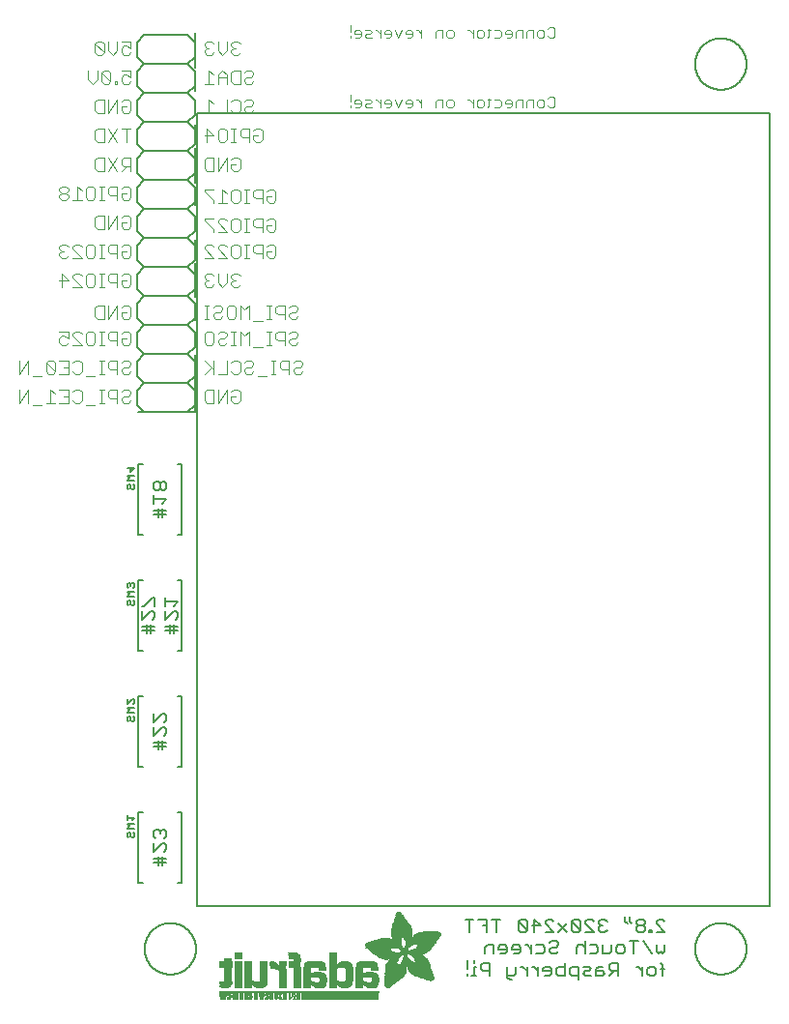
<source format=gbr>
G04 EAGLE Gerber RS-274X export*
G75*
%MOMM*%
%FSLAX34Y34*%
%LPD*%
%INSilkscreen Bottom*%
%IPPOS*%
%AMOC8*
5,1,8,0,0,1.08239X$1,22.5*%
G01*
%ADD10C,0.101600*%
%ADD11C,0.152400*%
%ADD12C,0.127000*%
%ADD13C,0.203200*%
%ADD14R,6.839700X0.016800*%
%ADD15R,0.268300X0.016800*%
%ADD16R,0.268200X0.016800*%
%ADD17R,0.251500X0.016800*%
%ADD18R,0.301800X0.016800*%
%ADD19R,0.251400X0.016800*%
%ADD20R,0.285000X0.016800*%
%ADD21R,0.301700X0.016800*%
%ADD22R,0.419100X0.016800*%
%ADD23R,0.318500X0.016800*%
%ADD24R,0.586700X0.016800*%
%ADD25R,0.586800X0.016800*%
%ADD26R,6.839700X0.016700*%
%ADD27R,0.268300X0.016700*%
%ADD28R,0.251400X0.016700*%
%ADD29R,0.251500X0.016700*%
%ADD30R,0.301800X0.016700*%
%ADD31R,0.285000X0.016700*%
%ADD32R,0.301700X0.016700*%
%ADD33R,0.419100X0.016700*%
%ADD34R,0.318500X0.016700*%
%ADD35R,0.586700X0.016700*%
%ADD36R,0.586800X0.016700*%
%ADD37R,0.318600X0.016800*%
%ADD38R,0.569900X0.016800*%
%ADD39R,0.335300X0.016800*%
%ADD40R,0.234700X0.016800*%
%ADD41R,0.234700X0.016700*%
%ADD42R,0.016700X0.016700*%
%ADD43R,0.318600X0.016700*%
%ADD44R,0.569900X0.016700*%
%ADD45R,0.335300X0.016700*%
%ADD46R,0.217900X0.016800*%
%ADD47R,0.033500X0.016800*%
%ADD48R,0.570000X0.016800*%
%ADD49R,0.201100X0.016700*%
%ADD50R,0.050300X0.016700*%
%ADD51R,0.670500X0.016700*%
%ADD52R,1.005800X0.016700*%
%ADD53R,0.570000X0.016700*%
%ADD54R,0.201100X0.016800*%
%ADD55R,0.067000X0.016800*%
%ADD56R,0.670500X0.016800*%
%ADD57R,1.005800X0.016800*%
%ADD58R,0.184400X0.016800*%
%ADD59R,0.989000X0.016800*%
%ADD60R,0.184400X0.016700*%
%ADD61R,0.067000X0.016700*%
%ADD62R,0.989000X0.016700*%
%ADD63R,0.167600X0.016800*%
%ADD64R,0.083800X0.016800*%
%ADD65R,0.637000X0.016800*%
%ADD66R,0.955500X0.016800*%
%ADD67R,0.150800X0.016800*%
%ADD68R,0.100600X0.016800*%
%ADD69R,0.536400X0.016800*%
%ADD70R,0.854900X0.016800*%
%ADD71R,0.150800X0.016700*%
%ADD72R,0.100600X0.016700*%
%ADD73R,0.352000X0.016700*%
%ADD74R,0.435900X0.016700*%
%ADD75R,0.402400X0.016700*%
%ADD76R,0.368800X0.016700*%
%ADD77R,0.134100X0.016800*%
%ADD78R,0.117300X0.016800*%
%ADD79R,0.435900X0.016800*%
%ADD80R,0.368900X0.016800*%
%ADD81R,0.603500X0.016800*%
%ADD82R,0.134100X0.016700*%
%ADD83R,0.117300X0.016700*%
%ADD84R,0.452600X0.016700*%
%ADD85R,0.620300X0.016700*%
%ADD86R,0.284900X0.016800*%
%ADD87R,0.486200X0.016800*%
%ADD88R,0.653800X0.016800*%
%ADD89R,0.804700X0.016800*%
%ADD90R,0.150900X0.016700*%
%ADD91R,0.268200X0.016700*%
%ADD92R,0.737600X0.016700*%
%ADD93R,0.603500X0.016700*%
%ADD94R,0.922000X0.016700*%
%ADD95R,0.150900X0.016800*%
%ADD96R,0.821400X0.016800*%
%ADD97R,0.972300X0.016800*%
%ADD98R,0.989100X0.016800*%
%ADD99R,0.083800X0.016700*%
%ADD100R,0.167600X0.016700*%
%ADD101R,0.821400X0.016700*%
%ADD102R,0.989100X0.016700*%
%ADD103R,0.201200X0.016700*%
%ADD104R,0.050300X0.016800*%
%ADD105R,0.201200X0.016800*%
%ADD106R,0.217900X0.016700*%
%ADD107R,0.284900X0.016700*%
%ADD108R,0.352100X0.016800*%
%ADD109R,0.620300X0.016800*%
%ADD110R,0.385600X0.016800*%
%ADD111R,0.335200X0.016800*%
%ADD112R,0.385600X0.016700*%
%ADD113R,0.687400X0.016700*%
%ADD114R,13.998000X0.016800*%
%ADD115R,13.998000X0.016700*%
%ADD116R,0.637000X0.016700*%
%ADD117R,0.486100X0.016700*%
%ADD118R,0.637100X0.016700*%
%ADD119R,0.519700X0.016700*%
%ADD120R,0.536500X0.016700*%
%ADD121R,0.787900X0.016800*%
%ADD122R,0.687400X0.016800*%
%ADD123R,0.771200X0.016800*%
%ADD124R,0.637100X0.016800*%
%ADD125R,0.720800X0.016800*%
%ADD126R,0.704100X0.016800*%
%ADD127R,0.754400X0.016800*%
%ADD128R,0.838200X0.016700*%
%ADD129R,0.871800X0.016700*%
%ADD130R,0.871700X0.016700*%
%ADD131R,0.402400X0.016800*%
%ADD132R,0.922100X0.016800*%
%ADD133R,0.938800X0.016800*%
%ADD134R,0.938800X0.016700*%
%ADD135R,1.022600X0.016700*%
%ADD136R,0.972400X0.016700*%
%ADD137R,0.972300X0.016700*%
%ADD138R,0.469400X0.016800*%
%ADD139R,1.072900X0.016800*%
%ADD140R,1.022600X0.016800*%
%ADD141R,1.005900X0.016800*%
%ADD142R,0.502900X0.016800*%
%ADD143R,1.123200X0.016800*%
%ADD144R,1.056200X0.016800*%
%ADD145R,1.123100X0.016800*%
%ADD146R,1.139900X0.016700*%
%ADD147R,1.089600X0.016700*%
%ADD148R,0.553200X0.016800*%
%ADD149R,1.190200X0.016800*%
%ADD150R,1.190300X0.016800*%
%ADD151R,1.039400X0.016800*%
%ADD152R,1.223700X0.016800*%
%ADD153R,1.173500X0.016800*%
%ADD154R,1.223800X0.016800*%
%ADD155R,1.240500X0.016700*%
%ADD156R,1.173500X0.016700*%
%ADD157R,1.240600X0.016700*%
%ADD158R,1.190300X0.016700*%
%ADD159R,1.056200X0.016700*%
%ADD160R,1.274100X0.016800*%
%ADD161R,1.274000X0.016800*%
%ADD162R,1.307600X0.016800*%
%ADD163R,1.257300X0.016800*%
%ADD164R,1.324400X0.016800*%
%ADD165R,0.687300X0.016700*%
%ADD166R,1.324400X0.016700*%
%ADD167R,1.307500X0.016700*%
%ADD168R,1.274100X0.016700*%
%ADD169R,1.072900X0.016700*%
%ADD170R,2.011600X0.016800*%
%ADD171R,1.324300X0.016800*%
%ADD172R,1.978100X0.016800*%
%ADD173R,2.011600X0.016700*%
%ADD174R,1.357900X0.016700*%
%ADD175R,1.994900X0.016700*%
%ADD176R,1.341200X0.016700*%
%ADD177R,1.089700X0.016700*%
%ADD178R,0.754300X0.016800*%
%ADD179R,1.994900X0.016800*%
%ADD180R,1.995000X0.016800*%
%ADD181R,1.089700X0.016800*%
%ADD182R,0.787900X0.016700*%
%ADD183R,1.995000X0.016700*%
%ADD184R,2.028400X0.016800*%
%ADD185R,2.011700X0.016800*%
%ADD186R,1.106500X0.016800*%
%ADD187R,2.028400X0.016700*%
%ADD188R,2.011700X0.016700*%
%ADD189R,1.106500X0.016700*%
%ADD190R,0.888400X0.016800*%
%ADD191R,0.922000X0.016800*%
%ADD192R,0.938700X0.016700*%
%ADD193R,2.045200X0.016800*%
%ADD194R,0.938700X0.016800*%
%ADD195R,0.670600X0.016700*%
%ADD196R,0.888500X0.016700*%
%ADD197R,2.045200X0.016700*%
%ADD198R,0.888400X0.016700*%
%ADD199R,0.804600X0.016800*%
%ADD200R,2.028500X0.016800*%
%ADD201R,1.056100X0.016700*%
%ADD202R,0.771100X0.016700*%
%ADD203R,0.754300X0.016700*%
%ADD204R,2.028500X0.016700*%
%ADD205R,0.737700X0.016700*%
%ADD206R,1.072800X0.016800*%
%ADD207R,0.871700X0.016800*%
%ADD208R,0.737600X0.016800*%
%ADD209R,0.871800X0.016800*%
%ADD210R,1.089600X0.016800*%
%ADD211R,0.704000X0.016800*%
%ADD212R,0.687300X0.016800*%
%ADD213R,0.670600X0.016800*%
%ADD214R,1.123100X0.016700*%
%ADD215R,0.720800X0.016700*%
%ADD216R,0.653700X0.016700*%
%ADD217R,0.653800X0.016700*%
%ADD218R,1.139900X0.016800*%
%ADD219R,1.173400X0.016800*%
%ADD220R,1.190200X0.016700*%
%ADD221R,1.207000X0.016800*%
%ADD222R,1.240500X0.016800*%
%ADD223R,0.469400X0.016700*%
%ADD224R,1.274000X0.016700*%
%ADD225R,0.519600X0.016800*%
%ADD226R,1.341100X0.016800*%
%ADD227R,0.771200X0.016700*%
%ADD228R,1.374600X0.016700*%
%ADD229R,0.838200X0.016800*%
%ADD230R,1.391400X0.016800*%
%ADD231R,1.424900X0.016800*%
%ADD232R,1.441700X0.016700*%
%ADD233R,1.475200X0.016800*%
%ADD234R,1.491900X0.016700*%
%ADD235R,1.525500X0.016800*%
%ADD236R,1.559000X0.016700*%
%ADD237R,1.575800X0.016800*%
%ADD238R,1.307600X0.016700*%
%ADD239R,1.592500X0.016700*%
%ADD240R,1.374700X0.016800*%
%ADD241R,1.609300X0.016800*%
%ADD242R,1.408200X0.016800*%
%ADD243R,1.626100X0.016800*%
%ADD244R,1.626100X0.016700*%
%ADD245R,1.508800X0.016800*%
%ADD246R,1.659600X0.016800*%
%ADD247R,1.559000X0.016800*%
%ADD248R,1.676400X0.016800*%
%ADD249R,1.575800X0.016700*%
%ADD250R,1.676400X0.016700*%
%ADD251R,1.978100X0.016700*%
%ADD252R,1.693100X0.016800*%
%ADD253R,1.642800X0.016800*%
%ADD254R,1.709900X0.016800*%
%ADD255R,1.961300X0.016800*%
%ADD256R,1.726600X0.016700*%
%ADD257R,1.961300X0.016700*%
%ADD258R,1.693200X0.016800*%
%ADD259R,1.726600X0.016800*%
%ADD260R,1.944600X0.016800*%
%ADD261R,1.726700X0.016700*%
%ADD262R,1.743400X0.016700*%
%ADD263R,1.944600X0.016700*%
%ADD264R,1.726700X0.016800*%
%ADD265R,1.760200X0.016800*%
%ADD266R,1.927800X0.016800*%
%ADD267R,1.911000X0.016800*%
%ADD268R,1.793700X0.016700*%
%ADD269R,1.776900X0.016700*%
%ADD270R,1.911100X0.016700*%
%ADD271R,1.894300X0.016700*%
%ADD272R,1.793800X0.016800*%
%ADD273R,1.776900X0.016800*%
%ADD274R,1.911100X0.016800*%
%ADD275R,1.894300X0.016800*%
%ADD276R,1.827300X0.016800*%
%ADD277R,1.810500X0.016800*%
%ADD278R,1.877500X0.016800*%
%ADD279R,1.844100X0.016700*%
%ADD280R,1.810500X0.016700*%
%ADD281R,1.860800X0.016700*%
%ADD282R,1.844000X0.016700*%
%ADD283R,1.860900X0.016800*%
%ADD284R,1.844000X0.016800*%
%ADD285R,1.827200X0.016800*%
%ADD286R,1.860800X0.016800*%
%ADD287R,1.793700X0.016800*%
%ADD288R,1.877600X0.016700*%
%ADD289R,1.827200X0.016700*%
%ADD290R,1.927800X0.016700*%
%ADD291R,1.927900X0.016800*%
%ADD292R,1.944700X0.016700*%
%ADD293R,1.877500X0.016700*%
%ADD294R,1.961400X0.016800*%
%ADD295R,1.961400X0.016700*%
%ADD296R,1.978200X0.016800*%
%ADD297R,1.911000X0.016700*%
%ADD298R,0.620200X0.016800*%
%ADD299R,1.425000X0.016800*%
%ADD300R,0.620200X0.016700*%
%ADD301R,1.425000X0.016700*%
%ADD302R,0.653700X0.016800*%
%ADD303R,0.704100X0.016700*%
%ADD304R,0.804700X0.016700*%
%ADD305R,0.905200X0.016800*%
%ADD306R,1.894400X0.016800*%
%ADD307R,1.927900X0.016700*%
%ADD308R,1.877600X0.016800*%
%ADD309R,3.889300X0.016800*%
%ADD310R,3.872500X0.016700*%
%ADD311R,3.872500X0.016800*%
%ADD312R,3.855700X0.016700*%
%ADD313R,0.754400X0.016700*%
%ADD314R,3.855700X0.016800*%
%ADD315R,3.839000X0.016800*%
%ADD316R,0.720900X0.016800*%
%ADD317R,3.822200X0.016700*%
%ADD318R,2.715700X0.016800*%
%ADD319R,2.632000X0.016800*%
%ADD320R,1.290800X0.016800*%
%ADD321R,2.615200X0.016700*%
%ADD322R,1.257300X0.016700*%
%ADD323R,2.581700X0.016800*%
%ADD324R,1.240600X0.016800*%
%ADD325R,2.564900X0.016800*%
%ADD326R,1.760300X0.016800*%
%ADD327R,2.531400X0.016700*%
%ADD328R,1.156700X0.016700*%
%ADD329R,2.514600X0.016800*%
%ADD330R,0.955600X0.016800*%
%ADD331R,2.497800X0.016800*%
%ADD332R,1.659700X0.016800*%
%ADD333R,2.464300X0.016700*%
%ADD334R,1.039300X0.016700*%
%ADD335R,2.447500X0.016800*%
%ADD336R,1.592500X0.016800*%
%ADD337R,0.536500X0.016800*%
%ADD338R,2.430800X0.016700*%
%ADD339R,1.559100X0.016700*%
%ADD340R,1.542300X0.016700*%
%ADD341R,0.502900X0.016700*%
%ADD342R,2.414000X0.016800*%
%ADD343R,0.905300X0.016800*%
%ADD344R,1.508700X0.016800*%
%ADD345R,0.888500X0.016800*%
%ADD346R,2.397300X0.016800*%
%ADD347R,1.441700X0.016800*%
%ADD348R,0.452700X0.016800*%
%ADD349R,1.290900X0.016700*%
%ADD350R,1.156700X0.016800*%
%ADD351R,0.855000X0.016800*%
%ADD352R,1.123200X0.016700*%
%ADD353R,0.720900X0.016700*%
%ADD354R,1.106400X0.016800*%
%ADD355R,1.106400X0.016700*%
%ADD356R,0.771100X0.016800*%
%ADD357R,0.435800X0.016700*%
%ADD358R,1.592600X0.016700*%
%ADD359R,0.435800X0.016800*%
%ADD360R,1.642900X0.016800*%
%ADD361R,0.402300X0.016800*%
%ADD362R,1.793800X0.016700*%
%ADD363R,0.368800X0.016800*%
%ADD364R,1.056100X0.016800*%
%ADD365R,1.039400X0.016700*%
%ADD366R,2.078800X0.016800*%
%ADD367R,0.335200X0.016700*%
%ADD368R,2.145800X0.016700*%
%ADD369R,2.162600X0.016800*%
%ADD370R,0.352000X0.016800*%
%ADD371R,2.212800X0.016800*%
%ADD372R,2.279900X0.016700*%
%ADD373R,2.330200X0.016800*%
%ADD374R,2.799500X0.016800*%
%ADD375R,2.816300X0.016700*%
%ADD376R,0.955500X0.016700*%
%ADD377R,2.849900X0.016800*%
%ADD378R,2.916900X0.016800*%
%ADD379R,4.224500X0.016700*%
%ADD380R,4.291600X0.016800*%
%ADD381R,4.409000X0.016800*%
%ADD382R,4.509500X0.016700*%
%ADD383R,4.526300X0.016800*%
%ADD384R,4.626800X0.016700*%
%ADD385R,4.693900X0.016800*%
%ADD386R,4.727400X0.016800*%
%ADD387R,2.548200X0.016700*%
%ADD388R,2.179300X0.016700*%
%ADD389R,2.430800X0.016800*%
%ADD390R,2.414000X0.016700*%
%ADD391R,2.414100X0.016800*%
%ADD392R,2.430700X0.016700*%
%ADD393R,2.447600X0.016700*%
%ADD394R,1.559100X0.016800*%
%ADD395R,1.525500X0.016700*%
%ADD396R,1.492000X0.016800*%
%ADD397R,1.491900X0.016800*%
%ADD398R,1.458500X0.016700*%
%ADD399R,2.061900X0.016800*%
%ADD400R,1.408100X0.016700*%
%ADD401R,0.905200X0.016700*%
%ADD402R,2.112300X0.016700*%
%ADD403R,2.179300X0.016800*%
%ADD404R,1.408200X0.016700*%
%ADD405R,2.212900X0.016700*%
%ADD406R,1.140000X0.016800*%
%ADD407R,3.319300X0.016800*%
%ADD408R,1.374700X0.016700*%
%ADD409R,0.402300X0.016700*%
%ADD410R,3.302500X0.016700*%
%ADD411R,3.285700X0.016800*%
%ADD412R,1.357900X0.016800*%
%ADD413R,3.269000X0.016800*%
%ADD414R,3.285800X0.016700*%
%ADD415R,3.268900X0.016800*%
%ADD416R,0.452700X0.016700*%
%ADD417R,3.268900X0.016700*%
%ADD418R,1.391400X0.016700*%
%ADD419R,3.269000X0.016700*%
%ADD420R,1.374600X0.016800*%
%ADD421R,0.519700X0.016800*%
%ADD422R,3.252200X0.016800*%
%ADD423R,3.235400X0.016800*%
%ADD424R,3.235400X0.016700*%
%ADD425R,3.218600X0.016800*%
%ADD426R,3.201900X0.016800*%
%ADD427R,3.201900X0.016700*%
%ADD428R,1.458500X0.016800*%
%ADD429R,1.525600X0.016800*%
%ADD430R,3.185100X0.016800*%
%ADD431R,2.531300X0.016700*%
%ADD432R,3.168400X0.016700*%
%ADD433R,2.531300X0.016800*%
%ADD434R,3.151600X0.016800*%
%ADD435R,2.548100X0.016800*%
%ADD436R,3.134900X0.016800*%
%ADD437R,2.564900X0.016700*%
%ADD438R,3.118100X0.016700*%
%ADD439R,2.581600X0.016800*%
%ADD440R,3.101400X0.016800*%
%ADD441R,2.598400X0.016700*%
%ADD442R,3.067900X0.016700*%
%ADD443R,2.598400X0.016800*%
%ADD444R,3.034300X0.016800*%
%ADD445R,2.615100X0.016800*%
%ADD446R,3.000800X0.016800*%
%ADD447R,2.631900X0.016700*%
%ADD448R,2.950500X0.016700*%
%ADD449R,2.648700X0.016800*%
%ADD450R,2.900200X0.016800*%
%ADD451R,2.665500X0.016800*%
%ADD452R,2.682200X0.016700*%
%ADD453R,2.799600X0.016700*%
%ADD454R,2.699000X0.016800*%
%ADD455R,2.732500X0.016800*%
%ADD456R,2.749300X0.016700*%
%ADD457R,2.632000X0.016700*%
%ADD458R,2.749300X0.016800*%
%ADD459R,2.766100X0.016700*%
%ADD460R,2.766100X0.016800*%
%ADD461R,2.481100X0.016800*%
%ADD462R,2.782900X0.016800*%
%ADD463R,2.380500X0.016700*%
%ADD464R,2.833100X0.016800*%
%ADD465R,1.592600X0.016800*%
%ADD466R,2.849900X0.016700*%
%ADD467R,2.883400X0.016800*%
%ADD468R,2.917000X0.016700*%
%ADD469R,2.933700X0.016800*%
%ADD470R,2.967200X0.016800*%
%ADD471R,2.967200X0.016700*%
%ADD472R,3.017500X0.016700*%
%ADD473R,3.051000X0.016800*%
%ADD474R,0.788000X0.016800*%
%ADD475R,3.084600X0.016800*%
%ADD476R,2.397300X0.016700*%
%ADD477R,2.397200X0.016800*%
%ADD478R,1.760200X0.016700*%
%ADD479R,2.397200X0.016700*%
%ADD480R,1.827300X0.016700*%
%ADD481R,2.380500X0.016800*%
%ADD482R,2.363700X0.016800*%
%ADD483R,2.363700X0.016700*%
%ADD484R,2.346900X0.016800*%
%ADD485R,2.296600X0.016700*%
%ADD486R,2.279900X0.016800*%
%ADD487R,2.246300X0.016800*%
%ADD488R,2.229600X0.016700*%
%ADD489R,2.129100X0.016800*%
%ADD490R,2.112300X0.016800*%
%ADD491R,1.609300X0.016700*%
%ADD492R,1.743400X0.016800*%
%ADD493R,1.693100X0.016700*%
%ADD494R,1.659700X0.016700*%
%ADD495R,1.575900X0.016800*%
%ADD496R,1.575900X0.016700*%
%ADD497R,1.475200X0.016700*%
%ADD498R,1.324300X0.016700*%
%ADD499R,1.290800X0.016700*%
%ADD500R,1.207000X0.016700*%
%ADD501R,0.854900X0.016700*%
%ADD502R,0.821500X0.016700*%
%ADD503R,0.821500X0.016800*%
%ADD504R,0.218000X0.016800*%


D10*
X369084Y843795D02*
X370609Y845320D01*
X373660Y845320D01*
X375185Y843795D01*
X375185Y837693D01*
X373660Y836168D01*
X370609Y836168D01*
X369084Y837693D01*
X364305Y836168D02*
X361254Y836168D01*
X359729Y837693D01*
X359729Y840744D01*
X361254Y842269D01*
X364305Y842269D01*
X365830Y840744D01*
X365830Y837693D01*
X364305Y836168D01*
X356475Y836168D02*
X356475Y842269D01*
X351899Y842269D01*
X350374Y840744D01*
X350374Y836168D01*
X347120Y836168D02*
X347120Y842269D01*
X342544Y842269D01*
X341018Y840744D01*
X341018Y836168D01*
X336239Y836168D02*
X333189Y836168D01*
X336239Y836168D02*
X337764Y837693D01*
X337764Y840744D01*
X336239Y842269D01*
X333189Y842269D01*
X331663Y840744D01*
X331663Y839219D01*
X337764Y839219D01*
X326884Y842269D02*
X322308Y842269D01*
X326884Y842269D02*
X328409Y840744D01*
X328409Y837693D01*
X326884Y836168D01*
X322308Y836168D01*
X317529Y837693D02*
X317529Y843795D01*
X317529Y837693D02*
X316003Y836168D01*
X316003Y842269D02*
X319054Y842269D01*
X311292Y836168D02*
X308241Y836168D01*
X306716Y837693D01*
X306716Y840744D01*
X308241Y842269D01*
X311292Y842269D01*
X312817Y840744D01*
X312817Y837693D01*
X311292Y836168D01*
X303462Y836168D02*
X303462Y842269D01*
X303462Y839219D02*
X300411Y842269D01*
X298886Y842269D01*
X284786Y836168D02*
X281735Y836168D01*
X280210Y837693D01*
X280210Y840744D01*
X281735Y842269D01*
X284786Y842269D01*
X286311Y840744D01*
X286311Y837693D01*
X284786Y836168D01*
X276956Y836168D02*
X276956Y842269D01*
X272380Y842269D01*
X270855Y840744D01*
X270855Y836168D01*
X258245Y836168D02*
X258245Y842269D01*
X258245Y839219D02*
X255195Y842269D01*
X253669Y842269D01*
X248924Y836168D02*
X245873Y836168D01*
X248924Y836168D02*
X250449Y837693D01*
X250449Y840744D01*
X248924Y842269D01*
X245873Y842269D01*
X244348Y840744D01*
X244348Y839219D01*
X250449Y839219D01*
X241094Y842269D02*
X238044Y836168D01*
X234993Y842269D01*
X230214Y836168D02*
X227163Y836168D01*
X230214Y836168D02*
X231739Y837693D01*
X231739Y840744D01*
X230214Y842269D01*
X227163Y842269D01*
X225638Y840744D01*
X225638Y839219D01*
X231739Y839219D01*
X222384Y836168D02*
X222384Y842269D01*
X222384Y839219D02*
X219333Y842269D01*
X217808Y842269D01*
X214588Y836168D02*
X210012Y836168D01*
X208487Y837693D01*
X210012Y839219D01*
X213063Y839219D01*
X214588Y840744D01*
X213063Y842269D01*
X208487Y842269D01*
X203707Y836168D02*
X200657Y836168D01*
X203707Y836168D02*
X205233Y837693D01*
X205233Y840744D01*
X203707Y842269D01*
X200657Y842269D01*
X199131Y840744D01*
X199131Y839219D01*
X205233Y839219D01*
X195877Y837693D02*
X195877Y836168D01*
X195877Y840744D02*
X195877Y846845D01*
X369084Y782835D02*
X370609Y784360D01*
X373660Y784360D01*
X375185Y782835D01*
X375185Y776733D01*
X373660Y775208D01*
X370609Y775208D01*
X369084Y776733D01*
X364305Y775208D02*
X361254Y775208D01*
X359729Y776733D01*
X359729Y779784D01*
X361254Y781309D01*
X364305Y781309D01*
X365830Y779784D01*
X365830Y776733D01*
X364305Y775208D01*
X356475Y775208D02*
X356475Y781309D01*
X351899Y781309D01*
X350374Y779784D01*
X350374Y775208D01*
X347120Y775208D02*
X347120Y781309D01*
X342544Y781309D01*
X341018Y779784D01*
X341018Y775208D01*
X336239Y775208D02*
X333189Y775208D01*
X336239Y775208D02*
X337764Y776733D01*
X337764Y779784D01*
X336239Y781309D01*
X333189Y781309D01*
X331663Y779784D01*
X331663Y778259D01*
X337764Y778259D01*
X326884Y781309D02*
X322308Y781309D01*
X326884Y781309D02*
X328409Y779784D01*
X328409Y776733D01*
X326884Y775208D01*
X322308Y775208D01*
X317529Y776733D02*
X317529Y782835D01*
X317529Y776733D02*
X316003Y775208D01*
X316003Y781309D02*
X319054Y781309D01*
X311292Y775208D02*
X308241Y775208D01*
X306716Y776733D01*
X306716Y779784D01*
X308241Y781309D01*
X311292Y781309D01*
X312817Y779784D01*
X312817Y776733D01*
X311292Y775208D01*
X303462Y775208D02*
X303462Y781309D01*
X303462Y778259D02*
X300411Y781309D01*
X298886Y781309D01*
X284786Y775208D02*
X281735Y775208D01*
X280210Y776733D01*
X280210Y779784D01*
X281735Y781309D01*
X284786Y781309D01*
X286311Y779784D01*
X286311Y776733D01*
X284786Y775208D01*
X276956Y775208D02*
X276956Y781309D01*
X272380Y781309D01*
X270855Y779784D01*
X270855Y775208D01*
X258245Y775208D02*
X258245Y781309D01*
X258245Y778259D02*
X255195Y781309D01*
X253669Y781309D01*
X248924Y775208D02*
X245873Y775208D01*
X248924Y775208D02*
X250449Y776733D01*
X250449Y779784D01*
X248924Y781309D01*
X245873Y781309D01*
X244348Y779784D01*
X244348Y778259D01*
X250449Y778259D01*
X241094Y781309D02*
X238044Y775208D01*
X234993Y781309D01*
X230214Y775208D02*
X227163Y775208D01*
X230214Y775208D02*
X231739Y776733D01*
X231739Y779784D01*
X230214Y781309D01*
X227163Y781309D01*
X225638Y779784D01*
X225638Y778259D01*
X231739Y778259D01*
X222384Y775208D02*
X222384Y781309D01*
X222384Y778259D02*
X219333Y781309D01*
X217808Y781309D01*
X214588Y775208D02*
X210012Y775208D01*
X208487Y776733D01*
X210012Y778259D01*
X213063Y778259D01*
X214588Y779784D01*
X213063Y781309D01*
X208487Y781309D01*
X203707Y775208D02*
X200657Y775208D01*
X203707Y775208D02*
X205233Y776733D01*
X205233Y779784D01*
X203707Y781309D01*
X200657Y781309D01*
X199131Y779784D01*
X199131Y778259D01*
X205233Y778259D01*
X195877Y776733D02*
X195877Y775208D01*
X195877Y779784D02*
X195877Y785885D01*
D11*
X464221Y52832D02*
X471678Y52832D01*
X464221Y60289D01*
X464221Y62153D01*
X466085Y64018D01*
X469814Y64018D01*
X471678Y62153D01*
X459984Y54696D02*
X459984Y52832D01*
X459984Y54696D02*
X458120Y54696D01*
X458120Y52832D01*
X459984Y52832D01*
X454137Y62153D02*
X452273Y64018D01*
X448544Y64018D01*
X446680Y62153D01*
X446680Y60289D01*
X448544Y58425D01*
X446680Y56561D01*
X446680Y54696D01*
X448544Y52832D01*
X452273Y52832D01*
X454137Y54696D01*
X454137Y56561D01*
X452273Y58425D01*
X454137Y60289D01*
X454137Y62153D01*
X452273Y58425D02*
X448544Y58425D01*
X440579Y62153D02*
X440579Y65882D01*
X440579Y62153D02*
X442443Y60289D01*
X436850Y62153D02*
X436850Y65882D01*
X436850Y62153D02*
X438715Y60289D01*
X421004Y62153D02*
X419140Y64018D01*
X415411Y64018D01*
X413547Y62153D01*
X413547Y60289D01*
X415411Y58425D01*
X417276Y58425D01*
X415411Y58425D02*
X413547Y56561D01*
X413547Y54696D01*
X415411Y52832D01*
X419140Y52832D01*
X421004Y54696D01*
X409310Y52832D02*
X401853Y52832D01*
X409310Y52832D02*
X401853Y60289D01*
X401853Y62153D01*
X403717Y64018D01*
X407446Y64018D01*
X409310Y62153D01*
X397616Y62153D02*
X397616Y54696D01*
X397616Y62153D02*
X395752Y64018D01*
X392023Y64018D01*
X390159Y62153D01*
X390159Y54696D01*
X392023Y52832D01*
X395752Y52832D01*
X397616Y54696D01*
X390159Y62153D01*
X385922Y60289D02*
X378465Y52832D01*
X385922Y52832D02*
X378465Y60289D01*
X374228Y52832D02*
X366771Y52832D01*
X374228Y52832D02*
X366771Y60289D01*
X366771Y62153D01*
X368636Y64018D01*
X372364Y64018D01*
X374228Y62153D01*
X356942Y64018D02*
X356942Y52832D01*
X362534Y58425D02*
X356942Y64018D01*
X355077Y58425D02*
X362534Y58425D01*
X350840Y62153D02*
X350840Y54696D01*
X350840Y62153D02*
X348976Y64018D01*
X345248Y64018D01*
X343383Y62153D01*
X343383Y54696D01*
X345248Y52832D01*
X348976Y52832D01*
X350840Y54696D01*
X343383Y62153D01*
X323724Y64018D02*
X323724Y52832D01*
X327452Y64018D02*
X319995Y64018D01*
X315758Y64018D02*
X315758Y52832D01*
X315758Y64018D02*
X308301Y64018D01*
X312030Y58425D02*
X315758Y58425D01*
X300336Y52832D02*
X300336Y64018D01*
X304064Y64018D02*
X296607Y64018D01*
X471678Y41239D02*
X471678Y35646D01*
X469814Y33782D01*
X467950Y35646D01*
X466085Y33782D01*
X464221Y35646D01*
X464221Y41239D01*
X459984Y33782D02*
X452527Y44968D01*
X444562Y44968D02*
X444562Y33782D01*
X448290Y44968D02*
X440833Y44968D01*
X434732Y33782D02*
X431003Y33782D01*
X429139Y35646D01*
X429139Y39375D01*
X431003Y41239D01*
X434732Y41239D01*
X436596Y39375D01*
X436596Y35646D01*
X434732Y33782D01*
X424902Y35646D02*
X424902Y41239D01*
X424902Y35646D02*
X423038Y33782D01*
X417445Y33782D01*
X417445Y41239D01*
X411344Y41239D02*
X405751Y41239D01*
X411344Y41239D02*
X413208Y39375D01*
X413208Y35646D01*
X411344Y33782D01*
X405751Y33782D01*
X401514Y33782D02*
X401514Y44968D01*
X399650Y41239D02*
X401514Y39375D01*
X399650Y41239D02*
X395921Y41239D01*
X394057Y39375D01*
X394057Y33782D01*
X372534Y44968D02*
X370669Y43103D01*
X372534Y44968D02*
X376262Y44968D01*
X378126Y43103D01*
X378126Y41239D01*
X376262Y39375D01*
X372534Y39375D01*
X370669Y37511D01*
X370669Y35646D01*
X372534Y33782D01*
X376262Y33782D01*
X378126Y35646D01*
X364568Y41239D02*
X358975Y41239D01*
X364568Y41239D02*
X366432Y39375D01*
X366432Y35646D01*
X364568Y33782D01*
X358975Y33782D01*
X354738Y33782D02*
X354738Y41239D01*
X354738Y37511D02*
X351010Y41239D01*
X349146Y41239D01*
X343129Y33782D02*
X339401Y33782D01*
X343129Y33782D02*
X344993Y35646D01*
X344993Y39375D01*
X343129Y41239D01*
X339401Y41239D01*
X337536Y39375D01*
X337536Y37511D01*
X344993Y37511D01*
X331435Y33782D02*
X327707Y33782D01*
X331435Y33782D02*
X333299Y35646D01*
X333299Y39375D01*
X331435Y41239D01*
X327707Y41239D01*
X325842Y39375D01*
X325842Y37511D01*
X333299Y37511D01*
X321605Y41239D02*
X321605Y33782D01*
X321605Y41239D02*
X316013Y41239D01*
X314148Y39375D01*
X314148Y33782D01*
X469814Y24053D02*
X469814Y14732D01*
X469814Y24053D02*
X467950Y25918D01*
X467950Y20325D02*
X471678Y20325D01*
X462018Y14732D02*
X458289Y14732D01*
X456425Y16596D01*
X456425Y20325D01*
X458289Y22189D01*
X462018Y22189D01*
X463882Y20325D01*
X463882Y16596D01*
X462018Y14732D01*
X452188Y14732D02*
X452188Y22189D01*
X452188Y18461D02*
X448460Y22189D01*
X446595Y22189D01*
X430749Y25918D02*
X430749Y14732D01*
X430749Y25918D02*
X425156Y25918D01*
X423292Y24053D01*
X423292Y20325D01*
X425156Y18461D01*
X430749Y18461D01*
X427021Y18461D02*
X423292Y14732D01*
X417191Y22189D02*
X413462Y22189D01*
X411598Y20325D01*
X411598Y14732D01*
X417191Y14732D01*
X419055Y16596D01*
X417191Y18461D01*
X411598Y18461D01*
X407361Y14732D02*
X401768Y14732D01*
X399904Y16596D01*
X401768Y18461D01*
X405497Y18461D01*
X407361Y20325D01*
X405497Y22189D01*
X399904Y22189D01*
X395667Y22189D02*
X395667Y11004D01*
X395667Y22189D02*
X390074Y22189D01*
X388210Y20325D01*
X388210Y16596D01*
X390074Y14732D01*
X395667Y14732D01*
X383973Y14732D02*
X383973Y25918D01*
X383973Y14732D02*
X378381Y14732D01*
X376516Y16596D01*
X376516Y20325D01*
X378381Y22189D01*
X383973Y22189D01*
X370415Y14732D02*
X366687Y14732D01*
X370415Y14732D02*
X372279Y16596D01*
X372279Y20325D01*
X370415Y22189D01*
X366687Y22189D01*
X364822Y20325D01*
X364822Y18461D01*
X372279Y18461D01*
X360585Y22189D02*
X360585Y14732D01*
X360585Y18461D02*
X356857Y22189D01*
X354993Y22189D01*
X350840Y22189D02*
X350840Y14732D01*
X350840Y18461D02*
X347112Y22189D01*
X345248Y22189D01*
X341095Y22189D02*
X341095Y16596D01*
X339231Y14732D01*
X333638Y14732D01*
X333638Y12868D02*
X333638Y22189D01*
X333638Y12868D02*
X335503Y11004D01*
X337367Y11004D01*
X317707Y14732D02*
X317707Y25918D01*
X312115Y25918D01*
X310250Y24053D01*
X310250Y20325D01*
X312115Y18461D01*
X317707Y18461D01*
X306013Y22189D02*
X304149Y22189D01*
X304149Y14732D01*
X306013Y14732D02*
X302285Y14732D01*
X304149Y25918D02*
X304149Y27782D01*
X298218Y16596D02*
X298218Y14732D01*
X298218Y20325D02*
X298218Y27782D01*
X34808Y113355D02*
X23622Y113355D01*
X23622Y117084D02*
X34808Y117084D01*
X31079Y117084D02*
X31079Y111491D01*
X31079Y117084D02*
X31079Y118948D01*
X27351Y118948D02*
X27351Y111491D01*
X23622Y123185D02*
X23622Y130642D01*
X23622Y123185D02*
X31079Y130642D01*
X32943Y130642D01*
X34808Y128778D01*
X34808Y125049D01*
X32943Y123185D01*
X32943Y134879D02*
X34808Y136743D01*
X34808Y140472D01*
X32943Y142336D01*
X31079Y142336D01*
X29215Y140472D01*
X29215Y138607D01*
X29215Y140472D02*
X27351Y142336D01*
X25486Y142336D01*
X23622Y140472D01*
X23622Y136743D01*
X25486Y134879D01*
X23622Y214955D02*
X34808Y214955D01*
X34808Y218684D02*
X23622Y218684D01*
X31079Y218684D02*
X31079Y213091D01*
X31079Y218684D02*
X31079Y220548D01*
X27351Y220548D02*
X27351Y213091D01*
X23622Y224785D02*
X23622Y232242D01*
X23622Y224785D02*
X31079Y232242D01*
X32943Y232242D01*
X34808Y230378D01*
X34808Y226649D01*
X32943Y224785D01*
X23622Y236479D02*
X23622Y243936D01*
X23622Y236479D02*
X31079Y243936D01*
X32943Y243936D01*
X34808Y242072D01*
X34808Y238343D01*
X32943Y236479D01*
X33782Y316555D02*
X44968Y316555D01*
X44968Y320284D02*
X33782Y320284D01*
X41239Y320284D02*
X41239Y314691D01*
X41239Y320284D02*
X41239Y322148D01*
X37511Y322148D02*
X37511Y314691D01*
X33782Y326385D02*
X33782Y333842D01*
X33782Y326385D02*
X41239Y333842D01*
X43103Y333842D01*
X44968Y331978D01*
X44968Y328249D01*
X43103Y326385D01*
X41239Y338079D02*
X44968Y341807D01*
X33782Y341807D01*
X33782Y338079D02*
X33782Y345536D01*
X34808Y418155D02*
X23622Y418155D01*
X23622Y421884D02*
X34808Y421884D01*
X31079Y421884D02*
X31079Y416291D01*
X31079Y421884D02*
X31079Y423748D01*
X27351Y423748D02*
X27351Y416291D01*
X31079Y427985D02*
X34808Y431713D01*
X23622Y431713D01*
X23622Y427985D02*
X23622Y435442D01*
X32943Y439679D02*
X34808Y441543D01*
X34808Y445272D01*
X32943Y447136D01*
X31079Y447136D01*
X29215Y445272D01*
X27351Y447136D01*
X25486Y447136D01*
X23622Y445272D01*
X23622Y441543D01*
X25486Y439679D01*
X27351Y439679D01*
X29215Y441543D01*
X31079Y439679D01*
X32943Y439679D01*
X29215Y441543D02*
X29215Y445272D01*
X24648Y316555D02*
X13462Y316555D01*
X13462Y320284D02*
X24648Y320284D01*
X20919Y320284D02*
X20919Y314691D01*
X20919Y320284D02*
X20919Y322148D01*
X17191Y322148D02*
X17191Y314691D01*
X13462Y326385D02*
X13462Y333842D01*
X13462Y326385D02*
X20919Y333842D01*
X22783Y333842D01*
X24648Y331978D01*
X24648Y328249D01*
X22783Y326385D01*
X24648Y338079D02*
X24648Y345536D01*
X22783Y345536D01*
X15326Y338079D01*
X13462Y338079D01*
D12*
X61420Y769580D02*
X563420Y769580D01*
X61420Y769580D02*
X61420Y75580D01*
X563420Y75580D01*
X563420Y769580D01*
X19600Y508000D02*
X9600Y508000D01*
X29600Y508000D02*
X39600Y508000D01*
X49600Y508000D02*
X59600Y508000D01*
X59600Y518118D01*
X59600Y528118D02*
X59600Y538235D01*
X59600Y548235D02*
X59600Y558353D01*
X59600Y568353D02*
X59600Y578471D01*
X59600Y588471D02*
X59600Y598588D01*
X59600Y608588D02*
X59600Y618706D01*
X59600Y628706D02*
X59600Y638824D01*
X59600Y648824D02*
X59600Y658941D01*
X59600Y668941D02*
X59600Y679059D01*
X59600Y689059D02*
X59600Y699176D01*
X59600Y709176D02*
X59600Y719294D01*
X59600Y729294D02*
X59600Y739412D01*
X59600Y749412D02*
X59600Y759529D01*
X59600Y769529D02*
X59600Y779647D01*
X59600Y789647D02*
X59600Y799765D01*
X59600Y809765D02*
X59600Y819882D01*
X59600Y829882D02*
X59600Y840000D01*
D11*
X53270Y838200D02*
X59620Y831850D01*
X59620Y819150D01*
X53270Y812800D01*
X59620Y806450D01*
X59620Y793750D01*
X53270Y787400D01*
X59620Y781050D01*
X59620Y768350D01*
X53270Y762000D01*
X59620Y755650D01*
X59620Y742950D01*
X53270Y736600D01*
X59620Y730250D01*
X59620Y717550D01*
X53270Y711200D01*
X59620Y704850D01*
X59620Y692150D01*
X53270Y685800D01*
D13*
X53270Y838200D02*
X15170Y838200D01*
X8820Y831850D01*
X8820Y819150D01*
X15170Y812800D01*
X8820Y806450D01*
X8820Y793750D01*
X15170Y787400D01*
X8820Y781050D01*
X8820Y768350D01*
X15170Y762000D01*
X8820Y755650D01*
X8820Y742950D01*
X15170Y736600D01*
X8820Y730250D01*
X8820Y717550D01*
X15170Y711200D01*
X8820Y704850D01*
X8820Y692150D01*
X15170Y685800D01*
X8820Y679450D01*
X8820Y666750D01*
X15170Y660400D01*
X8820Y654050D01*
X8820Y641350D01*
X15170Y635000D01*
X8820Y628650D01*
X8820Y615950D01*
X15170Y609600D01*
X8820Y603250D01*
X8820Y590550D01*
X15170Y584200D01*
X8820Y577850D01*
X8820Y565150D01*
X15170Y558800D01*
X8820Y552450D01*
X8820Y539750D01*
X15170Y533400D01*
X8820Y527050D01*
X8820Y514350D01*
X15170Y508000D01*
D11*
X53270Y508000D02*
X59620Y514350D01*
X59620Y527050D01*
X53270Y533400D01*
X59620Y539750D01*
X59620Y552450D01*
X53270Y558800D01*
X59620Y565150D01*
X59620Y577850D01*
X53270Y584200D01*
X59620Y590550D01*
X59620Y603250D01*
X53270Y609600D01*
X59620Y615950D01*
X59620Y628650D01*
X53270Y635000D01*
X59620Y641350D01*
X59620Y654050D01*
X53270Y660400D01*
X59620Y666750D01*
X59620Y679450D01*
X53270Y685800D01*
D13*
X53270Y812800D02*
X15170Y812800D01*
X15170Y787400D02*
X53270Y787400D01*
X53270Y762000D02*
X15170Y762000D01*
X15170Y736600D02*
X53270Y736600D01*
X53270Y711200D02*
X15170Y711200D01*
X15170Y685800D02*
X53270Y685800D01*
X53270Y660400D02*
X15170Y660400D01*
X15170Y635000D02*
X53270Y635000D01*
X53270Y609600D02*
X15170Y609600D01*
X15170Y584200D02*
X53270Y584200D01*
X53270Y558800D02*
X15170Y558800D01*
X15170Y533400D02*
X53270Y533400D01*
X53270Y508000D02*
X15170Y508000D01*
D10*
X3232Y832622D02*
X-4564Y832622D01*
X3232Y832622D02*
X3232Y826775D01*
X-666Y828724D01*
X-2615Y828724D01*
X-4564Y826775D01*
X-4564Y822877D01*
X-2615Y820928D01*
X1283Y820928D01*
X3232Y822877D01*
X-8462Y824826D02*
X-8462Y832622D01*
X-8462Y824826D02*
X-12360Y820928D01*
X-16258Y824826D01*
X-16258Y832622D01*
X-20156Y830673D02*
X-20156Y822877D01*
X-20156Y830673D02*
X-22105Y832622D01*
X-26003Y832622D01*
X-27952Y830673D01*
X-27952Y822877D01*
X-26003Y820928D01*
X-22105Y820928D01*
X-20156Y822877D01*
X-27952Y830673D01*
X-4564Y807222D02*
X3232Y807222D01*
X3232Y801375D01*
X-666Y803324D01*
X-2615Y803324D01*
X-4564Y801375D01*
X-4564Y797477D01*
X-2615Y795528D01*
X1283Y795528D01*
X3232Y797477D01*
X-8462Y797477D02*
X-8462Y795528D01*
X-8462Y797477D02*
X-10411Y797477D01*
X-10411Y795528D01*
X-8462Y795528D01*
X-14309Y797477D02*
X-14309Y805273D01*
X-16258Y807222D01*
X-20156Y807222D01*
X-22105Y805273D01*
X-22105Y797477D01*
X-20156Y795528D01*
X-16258Y795528D01*
X-14309Y797477D01*
X-22105Y805273D01*
X-26003Y807222D02*
X-26003Y799426D01*
X-29901Y795528D01*
X-33799Y799426D01*
X-33799Y807222D01*
X-4564Y779873D02*
X-2615Y781822D01*
X1283Y781822D01*
X3232Y779873D01*
X3232Y772077D01*
X1283Y770128D01*
X-2615Y770128D01*
X-4564Y772077D01*
X-4564Y775975D01*
X-666Y775975D01*
X-8462Y770128D02*
X-8462Y781822D01*
X-16258Y770128D01*
X-16258Y781822D01*
X-20156Y781822D02*
X-20156Y770128D01*
X-26003Y770128D01*
X-27952Y772077D01*
X-27952Y779873D01*
X-26003Y781822D01*
X-20156Y781822D01*
X-666Y756422D02*
X-666Y744728D01*
X3232Y756422D02*
X-4564Y756422D01*
X-8462Y756422D02*
X-16258Y744728D01*
X-8462Y744728D02*
X-16258Y756422D01*
X-20156Y756422D02*
X-20156Y744728D01*
X-26003Y744728D01*
X-27952Y746677D01*
X-27952Y754473D01*
X-26003Y756422D01*
X-20156Y756422D01*
X3232Y731022D02*
X3232Y719328D01*
X3232Y731022D02*
X-2615Y731022D01*
X-4564Y729073D01*
X-4564Y725175D01*
X-2615Y723226D01*
X3232Y723226D01*
X-666Y723226D02*
X-4564Y719328D01*
X-16258Y719328D02*
X-8462Y731022D01*
X-16258Y731022D02*
X-8462Y719328D01*
X-20156Y719328D02*
X-20156Y731022D01*
X-20156Y719328D02*
X-26003Y719328D01*
X-27952Y721277D01*
X-27952Y729073D01*
X-26003Y731022D01*
X-20156Y731022D01*
X-2615Y705622D02*
X-4564Y703673D01*
X-2615Y705622D02*
X1283Y705622D01*
X3232Y703673D01*
X3232Y695877D01*
X1283Y693928D01*
X-2615Y693928D01*
X-4564Y695877D01*
X-4564Y699775D01*
X-666Y699775D01*
X-8462Y693928D02*
X-8462Y705622D01*
X-14309Y705622D01*
X-16258Y703673D01*
X-16258Y699775D01*
X-14309Y697826D01*
X-8462Y697826D01*
X-20156Y693928D02*
X-24054Y693928D01*
X-22105Y693928D02*
X-22105Y705622D01*
X-20156Y705622D02*
X-24054Y705622D01*
X-29901Y705622D02*
X-33799Y705622D01*
X-29901Y705622D02*
X-27952Y703673D01*
X-27952Y695877D01*
X-29901Y693928D01*
X-33799Y693928D01*
X-35748Y695877D01*
X-35748Y703673D01*
X-33799Y705622D01*
X-39646Y701724D02*
X-43544Y705622D01*
X-43544Y693928D01*
X-39646Y693928D02*
X-47442Y693928D01*
X-51340Y703673D02*
X-53289Y705622D01*
X-57187Y705622D01*
X-59136Y703673D01*
X-59136Y701724D01*
X-57187Y699775D01*
X-59136Y697826D01*
X-59136Y695877D01*
X-57187Y693928D01*
X-53289Y693928D01*
X-51340Y695877D01*
X-51340Y697826D01*
X-53289Y699775D01*
X-51340Y701724D01*
X-51340Y703673D01*
X-53289Y699775D02*
X-57187Y699775D01*
X-4564Y678273D02*
X-2615Y680222D01*
X1283Y680222D01*
X3232Y678273D01*
X3232Y670477D01*
X1283Y668528D01*
X-2615Y668528D01*
X-4564Y670477D01*
X-4564Y674375D01*
X-666Y674375D01*
X-8462Y668528D02*
X-8462Y680222D01*
X-16258Y668528D01*
X-16258Y680222D01*
X-20156Y680222D02*
X-20156Y668528D01*
X-26003Y668528D01*
X-27952Y670477D01*
X-27952Y678273D01*
X-26003Y680222D01*
X-20156Y680222D01*
X-2615Y654822D02*
X-4564Y652873D01*
X-2615Y654822D02*
X1283Y654822D01*
X3232Y652873D01*
X3232Y645077D01*
X1283Y643128D01*
X-2615Y643128D01*
X-4564Y645077D01*
X-4564Y648975D01*
X-666Y648975D01*
X-8462Y643128D02*
X-8462Y654822D01*
X-14309Y654822D01*
X-16258Y652873D01*
X-16258Y648975D01*
X-14309Y647026D01*
X-8462Y647026D01*
X-20156Y643128D02*
X-24054Y643128D01*
X-22105Y643128D02*
X-22105Y654822D01*
X-20156Y654822D02*
X-24054Y654822D01*
X-29901Y654822D02*
X-33799Y654822D01*
X-29901Y654822D02*
X-27952Y652873D01*
X-27952Y645077D01*
X-29901Y643128D01*
X-33799Y643128D01*
X-35748Y645077D01*
X-35748Y652873D01*
X-33799Y654822D01*
X-39646Y643128D02*
X-47442Y643128D01*
X-39646Y643128D02*
X-47442Y650924D01*
X-47442Y652873D01*
X-45493Y654822D01*
X-41595Y654822D01*
X-39646Y652873D01*
X-51340Y652873D02*
X-53289Y654822D01*
X-57187Y654822D01*
X-59136Y652873D01*
X-59136Y650924D01*
X-57187Y648975D01*
X-55238Y648975D01*
X-57187Y648975D02*
X-59136Y647026D01*
X-59136Y645077D01*
X-57187Y643128D01*
X-53289Y643128D01*
X-51340Y645077D01*
X-4564Y627473D02*
X-2615Y629422D01*
X1283Y629422D01*
X3232Y627473D01*
X3232Y619677D01*
X1283Y617728D01*
X-2615Y617728D01*
X-4564Y619677D01*
X-4564Y623575D01*
X-666Y623575D01*
X-8462Y617728D02*
X-8462Y629422D01*
X-14309Y629422D01*
X-16258Y627473D01*
X-16258Y623575D01*
X-14309Y621626D01*
X-8462Y621626D01*
X-20156Y617728D02*
X-24054Y617728D01*
X-22105Y617728D02*
X-22105Y629422D01*
X-20156Y629422D02*
X-24054Y629422D01*
X-29901Y629422D02*
X-33799Y629422D01*
X-29901Y629422D02*
X-27952Y627473D01*
X-27952Y619677D01*
X-29901Y617728D01*
X-33799Y617728D01*
X-35748Y619677D01*
X-35748Y627473D01*
X-33799Y629422D01*
X-39646Y617728D02*
X-47442Y617728D01*
X-39646Y617728D02*
X-47442Y625524D01*
X-47442Y627473D01*
X-45493Y629422D01*
X-41595Y629422D01*
X-39646Y627473D01*
X-57187Y629422D02*
X-57187Y617728D01*
X-51340Y623575D02*
X-57187Y629422D01*
X-59136Y623575D02*
X-51340Y623575D01*
X-4564Y599533D02*
X-2615Y601482D01*
X1283Y601482D01*
X3232Y599533D01*
X3232Y591737D01*
X1283Y589788D01*
X-2615Y589788D01*
X-4564Y591737D01*
X-4564Y595635D01*
X-666Y595635D01*
X-8462Y589788D02*
X-8462Y601482D01*
X-16258Y589788D01*
X-16258Y601482D01*
X-20156Y601482D02*
X-20156Y589788D01*
X-26003Y589788D01*
X-27952Y591737D01*
X-27952Y599533D01*
X-26003Y601482D01*
X-20156Y601482D01*
X-2615Y578622D02*
X-4564Y576673D01*
X-2615Y578622D02*
X1283Y578622D01*
X3232Y576673D01*
X3232Y568877D01*
X1283Y566928D01*
X-2615Y566928D01*
X-4564Y568877D01*
X-4564Y572775D01*
X-666Y572775D01*
X-8462Y566928D02*
X-8462Y578622D01*
X-14309Y578622D01*
X-16258Y576673D01*
X-16258Y572775D01*
X-14309Y570826D01*
X-8462Y570826D01*
X-20156Y566928D02*
X-24054Y566928D01*
X-22105Y566928D02*
X-22105Y578622D01*
X-20156Y578622D02*
X-24054Y578622D01*
X-29901Y578622D02*
X-33799Y578622D01*
X-29901Y578622D02*
X-27952Y576673D01*
X-27952Y568877D01*
X-29901Y566928D01*
X-33799Y566928D01*
X-35748Y568877D01*
X-35748Y576673D01*
X-33799Y578622D01*
X-39646Y566928D02*
X-47442Y566928D01*
X-39646Y566928D02*
X-47442Y574724D01*
X-47442Y576673D01*
X-45493Y578622D01*
X-41595Y578622D01*
X-39646Y576673D01*
X-51340Y578622D02*
X-59136Y578622D01*
X-51340Y578622D02*
X-51340Y572775D01*
X-55238Y574724D01*
X-57187Y574724D01*
X-59136Y572775D01*
X-59136Y568877D01*
X-57187Y566928D01*
X-53289Y566928D01*
X-51340Y568877D01*
X-4564Y551273D02*
X-2615Y553222D01*
X1283Y553222D01*
X3232Y551273D01*
X3232Y549324D01*
X1283Y547375D01*
X-2615Y547375D01*
X-4564Y545426D01*
X-4564Y543477D01*
X-2615Y541528D01*
X1283Y541528D01*
X3232Y543477D01*
X-8462Y541528D02*
X-8462Y553222D01*
X-14309Y553222D01*
X-16258Y551273D01*
X-16258Y547375D01*
X-14309Y545426D01*
X-8462Y545426D01*
X-20156Y541528D02*
X-24054Y541528D01*
X-22105Y541528D02*
X-22105Y553222D01*
X-20156Y553222D02*
X-24054Y553222D01*
X-27952Y539579D02*
X-35748Y539579D01*
X-47442Y551273D02*
X-45493Y553222D01*
X-41595Y553222D01*
X-39646Y551273D01*
X-39646Y543477D01*
X-41595Y541528D01*
X-45493Y541528D01*
X-47442Y543477D01*
X-51340Y553222D02*
X-59136Y553222D01*
X-51340Y553222D02*
X-51340Y541528D01*
X-59136Y541528D01*
X-55238Y547375D02*
X-51340Y547375D01*
X-63034Y543477D02*
X-63034Y551273D01*
X-64983Y553222D01*
X-68881Y553222D01*
X-70830Y551273D01*
X-70830Y543477D01*
X-68881Y541528D01*
X-64983Y541528D01*
X-63034Y543477D01*
X-70830Y551273D01*
X-74728Y539579D02*
X-82524Y539579D01*
X-86422Y541528D02*
X-86422Y553222D01*
X-94218Y541528D01*
X-94218Y553222D01*
X-4564Y525873D02*
X-2615Y527822D01*
X1283Y527822D01*
X3232Y525873D01*
X3232Y523924D01*
X1283Y521975D01*
X-2615Y521975D01*
X-4564Y520026D01*
X-4564Y518077D01*
X-2615Y516128D01*
X1283Y516128D01*
X3232Y518077D01*
X-8462Y516128D02*
X-8462Y527822D01*
X-14309Y527822D01*
X-16258Y525873D01*
X-16258Y521975D01*
X-14309Y520026D01*
X-8462Y520026D01*
X-20156Y516128D02*
X-24054Y516128D01*
X-22105Y516128D02*
X-22105Y527822D01*
X-20156Y527822D02*
X-24054Y527822D01*
X-27952Y514179D02*
X-35748Y514179D01*
X-47442Y525873D02*
X-45493Y527822D01*
X-41595Y527822D01*
X-39646Y525873D01*
X-39646Y518077D01*
X-41595Y516128D01*
X-45493Y516128D01*
X-47442Y518077D01*
X-51340Y527822D02*
X-59136Y527822D01*
X-51340Y527822D02*
X-51340Y516128D01*
X-59136Y516128D01*
X-55238Y521975D02*
X-51340Y521975D01*
X-63034Y523924D02*
X-66932Y527822D01*
X-66932Y516128D01*
X-63034Y516128D02*
X-70830Y516128D01*
X-74728Y514179D02*
X-82524Y514179D01*
X-86422Y516128D02*
X-86422Y527822D01*
X-94218Y516128D01*
X-94218Y527822D01*
X99274Y830673D02*
X97325Y832622D01*
X93427Y832622D01*
X91478Y830673D01*
X91478Y828724D01*
X93427Y826775D01*
X95376Y826775D01*
X93427Y826775D02*
X91478Y824826D01*
X91478Y822877D01*
X93427Y820928D01*
X97325Y820928D01*
X99274Y822877D01*
X87580Y824826D02*
X87580Y832622D01*
X87580Y824826D02*
X83682Y820928D01*
X79784Y824826D01*
X79784Y832622D01*
X75886Y830673D02*
X73937Y832622D01*
X70039Y832622D01*
X68090Y830673D01*
X68090Y828724D01*
X70039Y826775D01*
X71988Y826775D01*
X70039Y826775D02*
X68090Y824826D01*
X68090Y822877D01*
X70039Y820928D01*
X73937Y820928D01*
X75886Y822877D01*
X103172Y805273D02*
X105121Y807222D01*
X109019Y807222D01*
X110968Y805273D01*
X110968Y803324D01*
X109019Y801375D01*
X105121Y801375D01*
X103172Y799426D01*
X103172Y797477D01*
X105121Y795528D01*
X109019Y795528D01*
X110968Y797477D01*
X99274Y795528D02*
X99274Y807222D01*
X99274Y795528D02*
X93427Y795528D01*
X91478Y797477D01*
X91478Y805273D01*
X93427Y807222D01*
X99274Y807222D01*
X87580Y803324D02*
X87580Y795528D01*
X87580Y803324D02*
X83682Y807222D01*
X79784Y803324D01*
X79784Y795528D01*
X79784Y801375D02*
X87580Y801375D01*
X75886Y803324D02*
X71988Y807222D01*
X71988Y795528D01*
X75886Y795528D02*
X68090Y795528D01*
X103172Y779873D02*
X105121Y781822D01*
X109019Y781822D01*
X110968Y779873D01*
X110968Y777924D01*
X109019Y775975D01*
X105121Y775975D01*
X103172Y774026D01*
X103172Y772077D01*
X105121Y770128D01*
X109019Y770128D01*
X110968Y772077D01*
X93427Y781822D02*
X91478Y779873D01*
X93427Y781822D02*
X97325Y781822D01*
X99274Y779873D01*
X99274Y772077D01*
X97325Y770128D01*
X93427Y770128D01*
X91478Y772077D01*
X87580Y770128D02*
X87580Y781822D01*
X87580Y770128D02*
X79784Y770128D01*
X75886Y777924D02*
X71988Y781822D01*
X71988Y770128D01*
X75886Y770128D02*
X68090Y770128D01*
X110968Y754473D02*
X112917Y756422D01*
X116815Y756422D01*
X118764Y754473D01*
X118764Y746677D01*
X116815Y744728D01*
X112917Y744728D01*
X110968Y746677D01*
X110968Y750575D01*
X114866Y750575D01*
X107070Y744728D02*
X107070Y756422D01*
X101223Y756422D01*
X99274Y754473D01*
X99274Y750575D01*
X101223Y748626D01*
X107070Y748626D01*
X95376Y744728D02*
X91478Y744728D01*
X93427Y744728D02*
X93427Y756422D01*
X95376Y756422D02*
X91478Y756422D01*
X85631Y756422D02*
X81733Y756422D01*
X85631Y756422D02*
X87580Y754473D01*
X87580Y746677D01*
X85631Y744728D01*
X81733Y744728D01*
X79784Y746677D01*
X79784Y754473D01*
X81733Y756422D01*
X70039Y756422D02*
X70039Y744728D01*
X75886Y750575D02*
X70039Y756422D01*
X68090Y750575D02*
X75886Y750575D01*
X93427Y731022D02*
X91478Y729073D01*
X93427Y731022D02*
X97325Y731022D01*
X99274Y729073D01*
X99274Y721277D01*
X97325Y719328D01*
X93427Y719328D01*
X91478Y721277D01*
X91478Y725175D01*
X95376Y725175D01*
X87580Y719328D02*
X87580Y731022D01*
X79784Y719328D01*
X79784Y731022D01*
X75886Y731022D02*
X75886Y719328D01*
X70039Y719328D01*
X68090Y721277D01*
X68090Y729073D01*
X70039Y731022D01*
X75886Y731022D01*
X122662Y701133D02*
X124611Y703082D01*
X128509Y703082D01*
X130458Y701133D01*
X130458Y693337D01*
X128509Y691388D01*
X124611Y691388D01*
X122662Y693337D01*
X122662Y697235D01*
X126560Y697235D01*
X118764Y691388D02*
X118764Y703082D01*
X112917Y703082D01*
X110968Y701133D01*
X110968Y697235D01*
X112917Y695286D01*
X118764Y695286D01*
X107070Y691388D02*
X103172Y691388D01*
X105121Y691388D02*
X105121Y703082D01*
X107070Y703082D02*
X103172Y703082D01*
X97325Y703082D02*
X93427Y703082D01*
X97325Y703082D02*
X99274Y701133D01*
X99274Y693337D01*
X97325Y691388D01*
X93427Y691388D01*
X91478Y693337D01*
X91478Y701133D01*
X93427Y703082D01*
X87580Y699184D02*
X83682Y703082D01*
X83682Y691388D01*
X87580Y691388D02*
X79784Y691388D01*
X75886Y703082D02*
X68090Y703082D01*
X68090Y701133D01*
X75886Y693337D01*
X75886Y691388D01*
X122662Y675733D02*
X124611Y677682D01*
X128509Y677682D01*
X130458Y675733D01*
X130458Y667937D01*
X128509Y665988D01*
X124611Y665988D01*
X122662Y667937D01*
X122662Y671835D01*
X126560Y671835D01*
X118764Y665988D02*
X118764Y677682D01*
X112917Y677682D01*
X110968Y675733D01*
X110968Y671835D01*
X112917Y669886D01*
X118764Y669886D01*
X107070Y665988D02*
X103172Y665988D01*
X105121Y665988D02*
X105121Y677682D01*
X107070Y677682D02*
X103172Y677682D01*
X97325Y677682D02*
X93427Y677682D01*
X97325Y677682D02*
X99274Y675733D01*
X99274Y667937D01*
X97325Y665988D01*
X93427Y665988D01*
X91478Y667937D01*
X91478Y675733D01*
X93427Y677682D01*
X87580Y665988D02*
X79784Y665988D01*
X87580Y665988D02*
X79784Y673784D01*
X79784Y675733D01*
X81733Y677682D01*
X85631Y677682D01*
X87580Y675733D01*
X75886Y677682D02*
X68090Y677682D01*
X68090Y675733D01*
X75886Y667937D01*
X75886Y665988D01*
X122662Y652873D02*
X124611Y654822D01*
X128509Y654822D01*
X130458Y652873D01*
X130458Y645077D01*
X128509Y643128D01*
X124611Y643128D01*
X122662Y645077D01*
X122662Y648975D01*
X126560Y648975D01*
X118764Y643128D02*
X118764Y654822D01*
X112917Y654822D01*
X110968Y652873D01*
X110968Y648975D01*
X112917Y647026D01*
X118764Y647026D01*
X107070Y643128D02*
X103172Y643128D01*
X105121Y643128D02*
X105121Y654822D01*
X107070Y654822D02*
X103172Y654822D01*
X97325Y654822D02*
X93427Y654822D01*
X97325Y654822D02*
X99274Y652873D01*
X99274Y645077D01*
X97325Y643128D01*
X93427Y643128D01*
X91478Y645077D01*
X91478Y652873D01*
X93427Y654822D01*
X87580Y643128D02*
X79784Y643128D01*
X87580Y643128D02*
X79784Y650924D01*
X79784Y652873D01*
X81733Y654822D01*
X85631Y654822D01*
X87580Y652873D01*
X75886Y643128D02*
X68090Y643128D01*
X75886Y643128D02*
X68090Y650924D01*
X68090Y652873D01*
X70039Y654822D01*
X73937Y654822D01*
X75886Y652873D01*
X97325Y629422D02*
X99274Y627473D01*
X97325Y629422D02*
X93427Y629422D01*
X91478Y627473D01*
X91478Y625524D01*
X93427Y623575D01*
X95376Y623575D01*
X93427Y623575D02*
X91478Y621626D01*
X91478Y619677D01*
X93427Y617728D01*
X97325Y617728D01*
X99274Y619677D01*
X87580Y621626D02*
X87580Y629422D01*
X87580Y621626D02*
X83682Y617728D01*
X79784Y621626D01*
X79784Y629422D01*
X75886Y627473D02*
X73937Y629422D01*
X70039Y629422D01*
X68090Y627473D01*
X68090Y625524D01*
X70039Y623575D01*
X71988Y623575D01*
X70039Y623575D02*
X68090Y621626D01*
X68090Y619677D01*
X70039Y617728D01*
X73937Y617728D01*
X75886Y619677D01*
X142152Y599533D02*
X144101Y601482D01*
X147999Y601482D01*
X149948Y599533D01*
X149948Y597584D01*
X147999Y595635D01*
X144101Y595635D01*
X142152Y593686D01*
X142152Y591737D01*
X144101Y589788D01*
X147999Y589788D01*
X149948Y591737D01*
X138254Y589788D02*
X138254Y601482D01*
X132407Y601482D01*
X130458Y599533D01*
X130458Y595635D01*
X132407Y593686D01*
X138254Y593686D01*
X126560Y589788D02*
X122662Y589788D01*
X124611Y589788D02*
X124611Y601482D01*
X126560Y601482D02*
X122662Y601482D01*
X118764Y587839D02*
X110968Y587839D01*
X107070Y589788D02*
X107070Y601482D01*
X103172Y597584D01*
X99274Y601482D01*
X99274Y589788D01*
X93427Y601482D02*
X89529Y601482D01*
X93427Y601482D02*
X95376Y599533D01*
X95376Y591737D01*
X93427Y589788D01*
X89529Y589788D01*
X87580Y591737D01*
X87580Y599533D01*
X89529Y601482D01*
X77835Y601482D02*
X75886Y599533D01*
X77835Y601482D02*
X81733Y601482D01*
X83682Y599533D01*
X83682Y597584D01*
X81733Y595635D01*
X77835Y595635D01*
X75886Y593686D01*
X75886Y591737D01*
X77835Y589788D01*
X81733Y589788D01*
X83682Y591737D01*
X71988Y589788D02*
X68090Y589788D01*
X70039Y589788D02*
X70039Y601482D01*
X71988Y601482D02*
X68090Y601482D01*
X142152Y576673D02*
X144101Y578622D01*
X147999Y578622D01*
X149948Y576673D01*
X149948Y574724D01*
X147999Y572775D01*
X144101Y572775D01*
X142152Y570826D01*
X142152Y568877D01*
X144101Y566928D01*
X147999Y566928D01*
X149948Y568877D01*
X138254Y566928D02*
X138254Y578622D01*
X132407Y578622D01*
X130458Y576673D01*
X130458Y572775D01*
X132407Y570826D01*
X138254Y570826D01*
X126560Y566928D02*
X122662Y566928D01*
X124611Y566928D02*
X124611Y578622D01*
X126560Y578622D02*
X122662Y578622D01*
X118764Y564979D02*
X110968Y564979D01*
X107070Y566928D02*
X107070Y578622D01*
X103172Y574724D01*
X99274Y578622D01*
X99274Y566928D01*
X95376Y566928D02*
X91478Y566928D01*
X93427Y566928D02*
X93427Y578622D01*
X95376Y578622D02*
X91478Y578622D01*
X81733Y578622D02*
X79784Y576673D01*
X81733Y578622D02*
X85631Y578622D01*
X87580Y576673D01*
X87580Y574724D01*
X85631Y572775D01*
X81733Y572775D01*
X79784Y570826D01*
X79784Y568877D01*
X81733Y566928D01*
X85631Y566928D01*
X87580Y568877D01*
X73937Y578622D02*
X70039Y578622D01*
X73937Y578622D02*
X75886Y576673D01*
X75886Y568877D01*
X73937Y566928D01*
X70039Y566928D01*
X68090Y568877D01*
X68090Y576673D01*
X70039Y578622D01*
X146050Y551273D02*
X147999Y553222D01*
X151897Y553222D01*
X153846Y551273D01*
X153846Y549324D01*
X151897Y547375D01*
X147999Y547375D01*
X146050Y545426D01*
X146050Y543477D01*
X147999Y541528D01*
X151897Y541528D01*
X153846Y543477D01*
X142152Y541528D02*
X142152Y553222D01*
X136305Y553222D01*
X134356Y551273D01*
X134356Y547375D01*
X136305Y545426D01*
X142152Y545426D01*
X130458Y541528D02*
X126560Y541528D01*
X128509Y541528D02*
X128509Y553222D01*
X130458Y553222D02*
X126560Y553222D01*
X122662Y539579D02*
X114866Y539579D01*
X103172Y551273D02*
X105121Y553222D01*
X109019Y553222D01*
X110968Y551273D01*
X110968Y549324D01*
X109019Y547375D01*
X105121Y547375D01*
X103172Y545426D01*
X103172Y543477D01*
X105121Y541528D01*
X109019Y541528D01*
X110968Y543477D01*
X93427Y553222D02*
X91478Y551273D01*
X93427Y553222D02*
X97325Y553222D01*
X99274Y551273D01*
X99274Y543477D01*
X97325Y541528D01*
X93427Y541528D01*
X91478Y543477D01*
X87580Y541528D02*
X87580Y553222D01*
X87580Y541528D02*
X79784Y541528D01*
X75886Y541528D02*
X75886Y553222D01*
X75886Y545426D02*
X68090Y553222D01*
X73937Y547375D02*
X68090Y541528D01*
X91478Y525873D02*
X93427Y527822D01*
X97325Y527822D01*
X99274Y525873D01*
X99274Y518077D01*
X97325Y516128D01*
X93427Y516128D01*
X91478Y518077D01*
X91478Y521975D01*
X95376Y521975D01*
X87580Y516128D02*
X87580Y527822D01*
X79784Y516128D01*
X79784Y527822D01*
X75886Y527822D02*
X75886Y516128D01*
X70039Y516128D01*
X68090Y518077D01*
X68090Y525873D01*
X70039Y527822D01*
X75886Y527822D01*
D13*
X15600Y38100D02*
X15607Y38652D01*
X15627Y39204D01*
X15661Y39755D01*
X15708Y40305D01*
X15769Y40854D01*
X15844Y41401D01*
X15931Y41947D01*
X16032Y42490D01*
X16147Y43030D01*
X16274Y43567D01*
X16415Y44101D01*
X16569Y44631D01*
X16736Y45158D01*
X16915Y45680D01*
X17108Y46198D01*
X17313Y46710D01*
X17530Y47218D01*
X17760Y47720D01*
X18002Y48216D01*
X18257Y48706D01*
X18523Y49190D01*
X18801Y49667D01*
X19091Y50137D01*
X19392Y50600D01*
X19704Y51056D01*
X20028Y51503D01*
X20362Y51943D01*
X20707Y52374D01*
X21063Y52796D01*
X21429Y53210D01*
X21804Y53615D01*
X22190Y54010D01*
X22585Y54396D01*
X22990Y54771D01*
X23404Y55137D01*
X23826Y55493D01*
X24257Y55838D01*
X24697Y56172D01*
X25144Y56496D01*
X25600Y56808D01*
X26063Y57109D01*
X26533Y57399D01*
X27010Y57677D01*
X27494Y57943D01*
X27984Y58198D01*
X28480Y58440D01*
X28982Y58670D01*
X29490Y58887D01*
X30002Y59092D01*
X30520Y59285D01*
X31042Y59464D01*
X31569Y59631D01*
X32099Y59785D01*
X32633Y59926D01*
X33170Y60053D01*
X33710Y60168D01*
X34253Y60269D01*
X34799Y60356D01*
X35346Y60431D01*
X35895Y60492D01*
X36445Y60539D01*
X36996Y60573D01*
X37548Y60593D01*
X38100Y60600D01*
X38652Y60593D01*
X39204Y60573D01*
X39755Y60539D01*
X40305Y60492D01*
X40854Y60431D01*
X41401Y60356D01*
X41947Y60269D01*
X42490Y60168D01*
X43030Y60053D01*
X43567Y59926D01*
X44101Y59785D01*
X44631Y59631D01*
X45158Y59464D01*
X45680Y59285D01*
X46198Y59092D01*
X46710Y58887D01*
X47218Y58670D01*
X47720Y58440D01*
X48216Y58198D01*
X48706Y57943D01*
X49190Y57677D01*
X49667Y57399D01*
X50137Y57109D01*
X50600Y56808D01*
X51056Y56496D01*
X51503Y56172D01*
X51943Y55838D01*
X52374Y55493D01*
X52796Y55137D01*
X53210Y54771D01*
X53615Y54396D01*
X54010Y54010D01*
X54396Y53615D01*
X54771Y53210D01*
X55137Y52796D01*
X55493Y52374D01*
X55838Y51943D01*
X56172Y51503D01*
X56496Y51056D01*
X56808Y50600D01*
X57109Y50137D01*
X57399Y49667D01*
X57677Y49190D01*
X57943Y48706D01*
X58198Y48216D01*
X58440Y47720D01*
X58670Y47218D01*
X58887Y46710D01*
X59092Y46198D01*
X59285Y45680D01*
X59464Y45158D01*
X59631Y44631D01*
X59785Y44101D01*
X59926Y43567D01*
X60053Y43030D01*
X60168Y42490D01*
X60269Y41947D01*
X60356Y41401D01*
X60431Y40854D01*
X60492Y40305D01*
X60539Y39755D01*
X60573Y39204D01*
X60593Y38652D01*
X60600Y38100D01*
X60593Y37548D01*
X60573Y36996D01*
X60539Y36445D01*
X60492Y35895D01*
X60431Y35346D01*
X60356Y34799D01*
X60269Y34253D01*
X60168Y33710D01*
X60053Y33170D01*
X59926Y32633D01*
X59785Y32099D01*
X59631Y31569D01*
X59464Y31042D01*
X59285Y30520D01*
X59092Y30002D01*
X58887Y29490D01*
X58670Y28982D01*
X58440Y28480D01*
X58198Y27984D01*
X57943Y27494D01*
X57677Y27010D01*
X57399Y26533D01*
X57109Y26063D01*
X56808Y25600D01*
X56496Y25144D01*
X56172Y24697D01*
X55838Y24257D01*
X55493Y23826D01*
X55137Y23404D01*
X54771Y22990D01*
X54396Y22585D01*
X54010Y22190D01*
X53615Y21804D01*
X53210Y21429D01*
X52796Y21063D01*
X52374Y20707D01*
X51943Y20362D01*
X51503Y20028D01*
X51056Y19704D01*
X50600Y19392D01*
X50137Y19091D01*
X49667Y18801D01*
X49190Y18523D01*
X48706Y18257D01*
X48216Y18002D01*
X47720Y17760D01*
X47218Y17530D01*
X46710Y17313D01*
X46198Y17108D01*
X45680Y16915D01*
X45158Y16736D01*
X44631Y16569D01*
X44101Y16415D01*
X43567Y16274D01*
X43030Y16147D01*
X42490Y16032D01*
X41947Y15931D01*
X41401Y15844D01*
X40854Y15769D01*
X40305Y15708D01*
X39755Y15661D01*
X39204Y15627D01*
X38652Y15607D01*
X38100Y15600D01*
X37548Y15607D01*
X36996Y15627D01*
X36445Y15661D01*
X35895Y15708D01*
X35346Y15769D01*
X34799Y15844D01*
X34253Y15931D01*
X33710Y16032D01*
X33170Y16147D01*
X32633Y16274D01*
X32099Y16415D01*
X31569Y16569D01*
X31042Y16736D01*
X30520Y16915D01*
X30002Y17108D01*
X29490Y17313D01*
X28982Y17530D01*
X28480Y17760D01*
X27984Y18002D01*
X27494Y18257D01*
X27010Y18523D01*
X26533Y18801D01*
X26063Y19091D01*
X25600Y19392D01*
X25144Y19704D01*
X24697Y20028D01*
X24257Y20362D01*
X23826Y20707D01*
X23404Y21063D01*
X22990Y21429D01*
X22585Y21804D01*
X22190Y22190D01*
X21804Y22585D01*
X21429Y22990D01*
X21063Y23404D01*
X20707Y23826D01*
X20362Y24257D01*
X20028Y24697D01*
X19704Y25144D01*
X19392Y25600D01*
X19091Y26063D01*
X18801Y26533D01*
X18523Y27010D01*
X18257Y27494D01*
X18002Y27984D01*
X17760Y28480D01*
X17530Y28982D01*
X17313Y29490D01*
X17108Y30002D01*
X16915Y30520D01*
X16736Y31042D01*
X16569Y31569D01*
X16415Y32099D01*
X16274Y32633D01*
X16147Y33170D01*
X16032Y33710D01*
X15931Y34253D01*
X15844Y34799D01*
X15769Y35346D01*
X15708Y35895D01*
X15661Y36445D01*
X15627Y36996D01*
X15607Y37548D01*
X15600Y38100D01*
X498200Y812800D02*
X498207Y813352D01*
X498227Y813904D01*
X498261Y814455D01*
X498308Y815005D01*
X498369Y815554D01*
X498444Y816101D01*
X498531Y816647D01*
X498632Y817190D01*
X498747Y817730D01*
X498874Y818267D01*
X499015Y818801D01*
X499169Y819331D01*
X499336Y819858D01*
X499515Y820380D01*
X499708Y820898D01*
X499913Y821410D01*
X500130Y821918D01*
X500360Y822420D01*
X500602Y822916D01*
X500857Y823406D01*
X501123Y823890D01*
X501401Y824367D01*
X501691Y824837D01*
X501992Y825300D01*
X502304Y825756D01*
X502628Y826203D01*
X502962Y826643D01*
X503307Y827074D01*
X503663Y827496D01*
X504029Y827910D01*
X504404Y828315D01*
X504790Y828710D01*
X505185Y829096D01*
X505590Y829471D01*
X506004Y829837D01*
X506426Y830193D01*
X506857Y830538D01*
X507297Y830872D01*
X507744Y831196D01*
X508200Y831508D01*
X508663Y831809D01*
X509133Y832099D01*
X509610Y832377D01*
X510094Y832643D01*
X510584Y832898D01*
X511080Y833140D01*
X511582Y833370D01*
X512090Y833587D01*
X512602Y833792D01*
X513120Y833985D01*
X513642Y834164D01*
X514169Y834331D01*
X514699Y834485D01*
X515233Y834626D01*
X515770Y834753D01*
X516310Y834868D01*
X516853Y834969D01*
X517399Y835056D01*
X517946Y835131D01*
X518495Y835192D01*
X519045Y835239D01*
X519596Y835273D01*
X520148Y835293D01*
X520700Y835300D01*
X521252Y835293D01*
X521804Y835273D01*
X522355Y835239D01*
X522905Y835192D01*
X523454Y835131D01*
X524001Y835056D01*
X524547Y834969D01*
X525090Y834868D01*
X525630Y834753D01*
X526167Y834626D01*
X526701Y834485D01*
X527231Y834331D01*
X527758Y834164D01*
X528280Y833985D01*
X528798Y833792D01*
X529310Y833587D01*
X529818Y833370D01*
X530320Y833140D01*
X530816Y832898D01*
X531306Y832643D01*
X531790Y832377D01*
X532267Y832099D01*
X532737Y831809D01*
X533200Y831508D01*
X533656Y831196D01*
X534103Y830872D01*
X534543Y830538D01*
X534974Y830193D01*
X535396Y829837D01*
X535810Y829471D01*
X536215Y829096D01*
X536610Y828710D01*
X536996Y828315D01*
X537371Y827910D01*
X537737Y827496D01*
X538093Y827074D01*
X538438Y826643D01*
X538772Y826203D01*
X539096Y825756D01*
X539408Y825300D01*
X539709Y824837D01*
X539999Y824367D01*
X540277Y823890D01*
X540543Y823406D01*
X540798Y822916D01*
X541040Y822420D01*
X541270Y821918D01*
X541487Y821410D01*
X541692Y820898D01*
X541885Y820380D01*
X542064Y819858D01*
X542231Y819331D01*
X542385Y818801D01*
X542526Y818267D01*
X542653Y817730D01*
X542768Y817190D01*
X542869Y816647D01*
X542956Y816101D01*
X543031Y815554D01*
X543092Y815005D01*
X543139Y814455D01*
X543173Y813904D01*
X543193Y813352D01*
X543200Y812800D01*
X543193Y812248D01*
X543173Y811696D01*
X543139Y811145D01*
X543092Y810595D01*
X543031Y810046D01*
X542956Y809499D01*
X542869Y808953D01*
X542768Y808410D01*
X542653Y807870D01*
X542526Y807333D01*
X542385Y806799D01*
X542231Y806269D01*
X542064Y805742D01*
X541885Y805220D01*
X541692Y804702D01*
X541487Y804190D01*
X541270Y803682D01*
X541040Y803180D01*
X540798Y802684D01*
X540543Y802194D01*
X540277Y801710D01*
X539999Y801233D01*
X539709Y800763D01*
X539408Y800300D01*
X539096Y799844D01*
X538772Y799397D01*
X538438Y798957D01*
X538093Y798526D01*
X537737Y798104D01*
X537371Y797690D01*
X536996Y797285D01*
X536610Y796890D01*
X536215Y796504D01*
X535810Y796129D01*
X535396Y795763D01*
X534974Y795407D01*
X534543Y795062D01*
X534103Y794728D01*
X533656Y794404D01*
X533200Y794092D01*
X532737Y793791D01*
X532267Y793501D01*
X531790Y793223D01*
X531306Y792957D01*
X530816Y792702D01*
X530320Y792460D01*
X529818Y792230D01*
X529310Y792013D01*
X528798Y791808D01*
X528280Y791615D01*
X527758Y791436D01*
X527231Y791269D01*
X526701Y791115D01*
X526167Y790974D01*
X525630Y790847D01*
X525090Y790732D01*
X524547Y790631D01*
X524001Y790544D01*
X523454Y790469D01*
X522905Y790408D01*
X522355Y790361D01*
X521804Y790327D01*
X521252Y790307D01*
X520700Y790300D01*
X520148Y790307D01*
X519596Y790327D01*
X519045Y790361D01*
X518495Y790408D01*
X517946Y790469D01*
X517399Y790544D01*
X516853Y790631D01*
X516310Y790732D01*
X515770Y790847D01*
X515233Y790974D01*
X514699Y791115D01*
X514169Y791269D01*
X513642Y791436D01*
X513120Y791615D01*
X512602Y791808D01*
X512090Y792013D01*
X511582Y792230D01*
X511080Y792460D01*
X510584Y792702D01*
X510094Y792957D01*
X509610Y793223D01*
X509133Y793501D01*
X508663Y793791D01*
X508200Y794092D01*
X507744Y794404D01*
X507297Y794728D01*
X506857Y795062D01*
X506426Y795407D01*
X506004Y795763D01*
X505590Y796129D01*
X505185Y796504D01*
X504790Y796890D01*
X504404Y797285D01*
X504029Y797690D01*
X503663Y798104D01*
X503307Y798526D01*
X502962Y798957D01*
X502628Y799397D01*
X502304Y799844D01*
X501992Y800300D01*
X501691Y800763D01*
X501401Y801233D01*
X501123Y801710D01*
X500857Y802194D01*
X500602Y802684D01*
X500360Y803180D01*
X500130Y803682D01*
X499913Y804190D01*
X499708Y804702D01*
X499515Y805220D01*
X499336Y805742D01*
X499169Y806269D01*
X499015Y806799D01*
X498874Y807333D01*
X498747Y807870D01*
X498632Y808410D01*
X498531Y808953D01*
X498444Y809499D01*
X498369Y810046D01*
X498308Y810595D01*
X498261Y811145D01*
X498227Y811696D01*
X498207Y812248D01*
X498200Y812800D01*
X498200Y38100D02*
X498207Y38652D01*
X498227Y39204D01*
X498261Y39755D01*
X498308Y40305D01*
X498369Y40854D01*
X498444Y41401D01*
X498531Y41947D01*
X498632Y42490D01*
X498747Y43030D01*
X498874Y43567D01*
X499015Y44101D01*
X499169Y44631D01*
X499336Y45158D01*
X499515Y45680D01*
X499708Y46198D01*
X499913Y46710D01*
X500130Y47218D01*
X500360Y47720D01*
X500602Y48216D01*
X500857Y48706D01*
X501123Y49190D01*
X501401Y49667D01*
X501691Y50137D01*
X501992Y50600D01*
X502304Y51056D01*
X502628Y51503D01*
X502962Y51943D01*
X503307Y52374D01*
X503663Y52796D01*
X504029Y53210D01*
X504404Y53615D01*
X504790Y54010D01*
X505185Y54396D01*
X505590Y54771D01*
X506004Y55137D01*
X506426Y55493D01*
X506857Y55838D01*
X507297Y56172D01*
X507744Y56496D01*
X508200Y56808D01*
X508663Y57109D01*
X509133Y57399D01*
X509610Y57677D01*
X510094Y57943D01*
X510584Y58198D01*
X511080Y58440D01*
X511582Y58670D01*
X512090Y58887D01*
X512602Y59092D01*
X513120Y59285D01*
X513642Y59464D01*
X514169Y59631D01*
X514699Y59785D01*
X515233Y59926D01*
X515770Y60053D01*
X516310Y60168D01*
X516853Y60269D01*
X517399Y60356D01*
X517946Y60431D01*
X518495Y60492D01*
X519045Y60539D01*
X519596Y60573D01*
X520148Y60593D01*
X520700Y60600D01*
X521252Y60593D01*
X521804Y60573D01*
X522355Y60539D01*
X522905Y60492D01*
X523454Y60431D01*
X524001Y60356D01*
X524547Y60269D01*
X525090Y60168D01*
X525630Y60053D01*
X526167Y59926D01*
X526701Y59785D01*
X527231Y59631D01*
X527758Y59464D01*
X528280Y59285D01*
X528798Y59092D01*
X529310Y58887D01*
X529818Y58670D01*
X530320Y58440D01*
X530816Y58198D01*
X531306Y57943D01*
X531790Y57677D01*
X532267Y57399D01*
X532737Y57109D01*
X533200Y56808D01*
X533656Y56496D01*
X534103Y56172D01*
X534543Y55838D01*
X534974Y55493D01*
X535396Y55137D01*
X535810Y54771D01*
X536215Y54396D01*
X536610Y54010D01*
X536996Y53615D01*
X537371Y53210D01*
X537737Y52796D01*
X538093Y52374D01*
X538438Y51943D01*
X538772Y51503D01*
X539096Y51056D01*
X539408Y50600D01*
X539709Y50137D01*
X539999Y49667D01*
X540277Y49190D01*
X540543Y48706D01*
X540798Y48216D01*
X541040Y47720D01*
X541270Y47218D01*
X541487Y46710D01*
X541692Y46198D01*
X541885Y45680D01*
X542064Y45158D01*
X542231Y44631D01*
X542385Y44101D01*
X542526Y43567D01*
X542653Y43030D01*
X542768Y42490D01*
X542869Y41947D01*
X542956Y41401D01*
X543031Y40854D01*
X543092Y40305D01*
X543139Y39755D01*
X543173Y39204D01*
X543193Y38652D01*
X543200Y38100D01*
X543193Y37548D01*
X543173Y36996D01*
X543139Y36445D01*
X543092Y35895D01*
X543031Y35346D01*
X542956Y34799D01*
X542869Y34253D01*
X542768Y33710D01*
X542653Y33170D01*
X542526Y32633D01*
X542385Y32099D01*
X542231Y31569D01*
X542064Y31042D01*
X541885Y30520D01*
X541692Y30002D01*
X541487Y29490D01*
X541270Y28982D01*
X541040Y28480D01*
X540798Y27984D01*
X540543Y27494D01*
X540277Y27010D01*
X539999Y26533D01*
X539709Y26063D01*
X539408Y25600D01*
X539096Y25144D01*
X538772Y24697D01*
X538438Y24257D01*
X538093Y23826D01*
X537737Y23404D01*
X537371Y22990D01*
X536996Y22585D01*
X536610Y22190D01*
X536215Y21804D01*
X535810Y21429D01*
X535396Y21063D01*
X534974Y20707D01*
X534543Y20362D01*
X534103Y20028D01*
X533656Y19704D01*
X533200Y19392D01*
X532737Y19091D01*
X532267Y18801D01*
X531790Y18523D01*
X531306Y18257D01*
X530816Y18002D01*
X530320Y17760D01*
X529818Y17530D01*
X529310Y17313D01*
X528798Y17108D01*
X528280Y16915D01*
X527758Y16736D01*
X527231Y16569D01*
X526701Y16415D01*
X526167Y16274D01*
X525630Y16147D01*
X525090Y16032D01*
X524547Y15931D01*
X524001Y15844D01*
X523454Y15769D01*
X522905Y15708D01*
X522355Y15661D01*
X521804Y15627D01*
X521252Y15607D01*
X520700Y15600D01*
X520148Y15607D01*
X519596Y15627D01*
X519045Y15661D01*
X518495Y15708D01*
X517946Y15769D01*
X517399Y15844D01*
X516853Y15931D01*
X516310Y16032D01*
X515770Y16147D01*
X515233Y16274D01*
X514699Y16415D01*
X514169Y16569D01*
X513642Y16736D01*
X513120Y16915D01*
X512602Y17108D01*
X512090Y17313D01*
X511582Y17530D01*
X511080Y17760D01*
X510584Y18002D01*
X510094Y18257D01*
X509610Y18523D01*
X509133Y18801D01*
X508663Y19091D01*
X508200Y19392D01*
X507744Y19704D01*
X507297Y20028D01*
X506857Y20362D01*
X506426Y20707D01*
X506004Y21063D01*
X505590Y21429D01*
X505185Y21804D01*
X504790Y22190D01*
X504404Y22585D01*
X504029Y22990D01*
X503663Y23404D01*
X503307Y23826D01*
X502962Y24257D01*
X502628Y24697D01*
X502304Y25144D01*
X501992Y25600D01*
X501691Y26063D01*
X501401Y26533D01*
X501123Y27010D01*
X500857Y27494D01*
X500602Y27984D01*
X500360Y28480D01*
X500130Y28982D01*
X499913Y29490D01*
X499708Y30002D01*
X499515Y30520D01*
X499336Y31042D01*
X499169Y31569D01*
X499015Y32099D01*
X498874Y32633D01*
X498747Y33170D01*
X498632Y33710D01*
X498531Y34253D01*
X498444Y34799D01*
X498369Y35346D01*
X498308Y35895D01*
X498261Y36445D01*
X498227Y36996D01*
X498207Y37548D01*
X498200Y38100D01*
D12*
X14210Y158000D02*
X10210Y158000D01*
X10210Y96000D01*
X14210Y96000D01*
X44210Y158000D02*
X48210Y158000D01*
X48210Y96000D01*
X44210Y96000D01*
D11*
X6754Y139044D02*
X5652Y140146D01*
X6754Y139044D02*
X6754Y136841D01*
X5652Y135740D01*
X4550Y135740D01*
X3449Y136841D01*
X3449Y139044D01*
X2347Y140146D01*
X1246Y140146D01*
X144Y139044D01*
X144Y136841D01*
X1246Y135740D01*
X144Y143224D02*
X6754Y143224D01*
X2347Y145427D02*
X144Y143224D01*
X2347Y145427D02*
X144Y147630D01*
X6754Y147630D01*
X4550Y150708D02*
X6754Y152911D01*
X144Y152911D01*
X144Y150708D02*
X144Y155114D01*
D12*
X10210Y259600D02*
X14210Y259600D01*
X10210Y259600D02*
X10210Y197600D01*
X14210Y197600D01*
X44210Y259600D02*
X48210Y259600D01*
X48210Y197600D01*
X44210Y197600D01*
D11*
X6754Y240644D02*
X5652Y241746D01*
X6754Y240644D02*
X6754Y238441D01*
X5652Y237340D01*
X4550Y237340D01*
X3449Y238441D01*
X3449Y240644D01*
X2347Y241746D01*
X1246Y241746D01*
X144Y240644D01*
X144Y238441D01*
X1246Y237340D01*
X144Y244824D02*
X6754Y244824D01*
X2347Y247027D02*
X144Y244824D01*
X2347Y247027D02*
X144Y249230D01*
X6754Y249230D01*
X144Y252308D02*
X144Y256714D01*
X144Y252308D02*
X4550Y256714D01*
X5652Y256714D01*
X6754Y255613D01*
X6754Y253409D01*
X5652Y252308D01*
D12*
X10210Y361200D02*
X14210Y361200D01*
X10210Y361200D02*
X10210Y299200D01*
X14210Y299200D01*
X44210Y361200D02*
X48210Y361200D01*
X48210Y299200D01*
X44210Y299200D01*
D11*
X6754Y342244D02*
X5652Y343346D01*
X6754Y342244D02*
X6754Y340041D01*
X5652Y338940D01*
X4550Y338940D01*
X3449Y340041D01*
X3449Y342244D01*
X2347Y343346D01*
X1246Y343346D01*
X144Y342244D01*
X144Y340041D01*
X1246Y338940D01*
X144Y346424D02*
X6754Y346424D01*
X2347Y348627D02*
X144Y346424D01*
X2347Y348627D02*
X144Y350830D01*
X6754Y350830D01*
X5652Y353908D02*
X6754Y355009D01*
X6754Y357213D01*
X5652Y358314D01*
X4550Y358314D01*
X3449Y357213D01*
X3449Y356111D01*
X3449Y357213D02*
X2347Y358314D01*
X1246Y358314D01*
X144Y357213D01*
X144Y355009D01*
X1246Y353908D01*
D12*
X10210Y462800D02*
X14210Y462800D01*
X10210Y462800D02*
X10210Y400800D01*
X14210Y400800D01*
X44210Y462800D02*
X48210Y462800D01*
X48210Y400800D01*
X44210Y400800D01*
D11*
X6754Y443844D02*
X5652Y444946D01*
X6754Y443844D02*
X6754Y441641D01*
X5652Y440540D01*
X4550Y440540D01*
X3449Y441641D01*
X3449Y443844D01*
X2347Y444946D01*
X1246Y444946D01*
X144Y443844D01*
X144Y441641D01*
X1246Y440540D01*
X144Y448024D02*
X6754Y448024D01*
X2347Y450227D02*
X144Y448024D01*
X2347Y450227D02*
X144Y452430D01*
X6754Y452430D01*
X6754Y458813D02*
X144Y458813D01*
X3449Y455508D02*
X6754Y458813D01*
X3449Y459914D02*
X3449Y455508D01*
D14*
X186922Y-6350D03*
D15*
X150376Y-6350D03*
D16*
X146855Y-6350D03*
D17*
X142413Y-6350D03*
D15*
X138809Y-6350D03*
D18*
X134785Y-6350D03*
D19*
X130678Y-6350D03*
D20*
X126822Y-6350D03*
D21*
X122883Y-6350D03*
D22*
X118273Y-6350D03*
X113076Y-6350D03*
D23*
X108382Y-6350D03*
D20*
X104358Y-6350D03*
X100503Y-6350D03*
D24*
X94971Y-6350D03*
D21*
X89523Y-6350D03*
D25*
X84074Y-6350D03*
D26*
X186922Y-6183D03*
D27*
X150376Y-6183D03*
D28*
X146939Y-6183D03*
D29*
X142413Y-6183D03*
D30*
X138641Y-6183D03*
D31*
X134701Y-6183D03*
D32*
X130762Y-6183D03*
D31*
X126822Y-6183D03*
D32*
X122883Y-6183D03*
D33*
X118273Y-6183D03*
X113076Y-6183D03*
D34*
X108382Y-6183D03*
D31*
X104358Y-6183D03*
X100503Y-6183D03*
D35*
X94971Y-6183D03*
D34*
X89607Y-6183D03*
D36*
X84074Y-6183D03*
D14*
X186922Y-6015D03*
D15*
X150376Y-6015D03*
D19*
X146939Y-6015D03*
D17*
X142413Y-6015D03*
D37*
X138557Y-6015D03*
D15*
X134618Y-6015D03*
D23*
X130678Y-6015D03*
D20*
X126822Y-6015D03*
D23*
X122967Y-6015D03*
D22*
X118273Y-6015D03*
X113076Y-6015D03*
D23*
X108382Y-6015D03*
D20*
X104358Y-6015D03*
X100503Y-6015D03*
D38*
X95055Y-6015D03*
D39*
X89523Y-6015D03*
D25*
X84074Y-6015D03*
D14*
X186922Y-5847D03*
D15*
X150376Y-5847D03*
D40*
X147023Y-5847D03*
D17*
X142413Y-5847D03*
D37*
X138557Y-5847D03*
D15*
X134618Y-5847D03*
D23*
X130678Y-5847D03*
D19*
X126822Y-5847D03*
D23*
X122967Y-5847D03*
D22*
X118273Y-5847D03*
X113076Y-5847D03*
D23*
X108382Y-5847D03*
D20*
X104358Y-5847D03*
X100503Y-5847D03*
D38*
X95055Y-5847D03*
D39*
X89523Y-5847D03*
D25*
X84074Y-5847D03*
D26*
X186922Y-5680D03*
D27*
X150376Y-5680D03*
D41*
X147023Y-5680D03*
D42*
X144760Y-5680D03*
D29*
X142413Y-5680D03*
D43*
X138557Y-5680D03*
D27*
X134618Y-5680D03*
D34*
X130678Y-5680D03*
D28*
X126822Y-5680D03*
D34*
X122967Y-5680D03*
D33*
X118273Y-5680D03*
X113076Y-5680D03*
D34*
X108382Y-5680D03*
D31*
X104358Y-5680D03*
X100503Y-5680D03*
D44*
X95055Y-5680D03*
D45*
X89523Y-5680D03*
D36*
X84074Y-5680D03*
D14*
X186922Y-5512D03*
D15*
X150376Y-5512D03*
D46*
X147107Y-5512D03*
D47*
X144844Y-5512D03*
D17*
X142413Y-5512D03*
D37*
X138557Y-5512D03*
D15*
X134618Y-5512D03*
D23*
X130678Y-5512D03*
D19*
X126822Y-5512D03*
D23*
X122967Y-5512D03*
D22*
X118273Y-5512D03*
X113076Y-5512D03*
D21*
X108466Y-5512D03*
D20*
X104358Y-5512D03*
X100503Y-5512D03*
D38*
X95055Y-5512D03*
D39*
X89523Y-5512D03*
D48*
X83990Y-5512D03*
D14*
X186922Y-5344D03*
D15*
X150376Y-5344D03*
D46*
X147107Y-5344D03*
D47*
X144844Y-5344D03*
D17*
X142413Y-5344D03*
D37*
X138557Y-5344D03*
D15*
X134618Y-5344D03*
D23*
X130678Y-5344D03*
D19*
X126822Y-5344D03*
D23*
X122967Y-5344D03*
D22*
X118273Y-5344D03*
X113076Y-5344D03*
D21*
X108466Y-5344D03*
D20*
X104358Y-5344D03*
X100503Y-5344D03*
D38*
X95055Y-5344D03*
D39*
X89523Y-5344D03*
D48*
X83990Y-5344D03*
D26*
X186922Y-5177D03*
D27*
X150376Y-5177D03*
D49*
X147191Y-5177D03*
D50*
X144928Y-5177D03*
D29*
X142413Y-5177D03*
D43*
X138557Y-5177D03*
D27*
X134618Y-5177D03*
D34*
X130678Y-5177D03*
D51*
X124727Y-5177D03*
D33*
X118273Y-5177D03*
X113076Y-5177D03*
D32*
X108466Y-5177D03*
D30*
X104442Y-5177D03*
D31*
X100503Y-5177D03*
D52*
X92875Y-5177D03*
D53*
X83990Y-5177D03*
D14*
X186922Y-5009D03*
D15*
X150376Y-5009D03*
D54*
X147191Y-5009D03*
D55*
X145011Y-5009D03*
D17*
X142413Y-5009D03*
D37*
X138557Y-5009D03*
D17*
X134534Y-5009D03*
D23*
X130678Y-5009D03*
D56*
X124727Y-5009D03*
D22*
X118273Y-5009D03*
X113076Y-5009D03*
D21*
X108466Y-5009D03*
D18*
X104442Y-5009D03*
D20*
X100503Y-5009D03*
D57*
X92875Y-5009D03*
D25*
X84074Y-5009D03*
D14*
X186922Y-4841D03*
D15*
X150376Y-4841D03*
D58*
X147274Y-4841D03*
D55*
X145011Y-4841D03*
D17*
X142413Y-4841D03*
D39*
X138474Y-4841D03*
D17*
X134534Y-4841D03*
D23*
X130678Y-4841D03*
D56*
X124727Y-4841D03*
D22*
X118273Y-4841D03*
X113076Y-4841D03*
D21*
X108466Y-4841D03*
D18*
X104442Y-4841D03*
D20*
X100503Y-4841D03*
D59*
X92959Y-4841D03*
D25*
X84074Y-4841D03*
D26*
X186922Y-4674D03*
D27*
X150376Y-4674D03*
D60*
X147274Y-4674D03*
D61*
X145011Y-4674D03*
D29*
X142413Y-4674D03*
D45*
X138474Y-4674D03*
D29*
X134534Y-4674D03*
D34*
X130678Y-4674D03*
D51*
X124727Y-4674D03*
D33*
X118273Y-4674D03*
X113076Y-4674D03*
D31*
X108549Y-4674D03*
D43*
X104526Y-4674D03*
D31*
X100503Y-4674D03*
D62*
X92959Y-4674D03*
D36*
X84074Y-4674D03*
D14*
X186922Y-4506D03*
D15*
X150376Y-4506D03*
D63*
X147358Y-4506D03*
D64*
X145095Y-4506D03*
D17*
X142413Y-4506D03*
D39*
X138474Y-4506D03*
D17*
X134534Y-4506D03*
D23*
X130678Y-4506D03*
D65*
X124894Y-4506D03*
D22*
X118273Y-4506D03*
X113076Y-4506D03*
D37*
X104526Y-4506D03*
D20*
X100503Y-4506D03*
D66*
X93127Y-4506D03*
D25*
X84074Y-4506D03*
D14*
X186922Y-4338D03*
D15*
X150376Y-4338D03*
D67*
X147442Y-4338D03*
D68*
X145179Y-4338D03*
D17*
X142413Y-4338D03*
D39*
X138474Y-4338D03*
D17*
X134534Y-4338D03*
D23*
X130678Y-4338D03*
D69*
X125397Y-4338D03*
D22*
X118273Y-4338D03*
X113076Y-4338D03*
D39*
X104610Y-4338D03*
D20*
X100503Y-4338D03*
D70*
X93630Y-4338D03*
D25*
X84074Y-4338D03*
D26*
X186922Y-4171D03*
D27*
X150376Y-4171D03*
D71*
X147442Y-4171D03*
D72*
X145179Y-4171D03*
D29*
X142413Y-4171D03*
D45*
X138474Y-4171D03*
D29*
X134534Y-4171D03*
D34*
X130678Y-4171D03*
D73*
X126319Y-4171D03*
D74*
X118357Y-4171D03*
D33*
X113076Y-4171D03*
D75*
X104945Y-4171D03*
D31*
X100503Y-4171D03*
D76*
X93043Y-4171D03*
D36*
X84074Y-4171D03*
D14*
X186922Y-4003D03*
D15*
X150376Y-4003D03*
D77*
X147526Y-4003D03*
D78*
X145263Y-4003D03*
D17*
X142413Y-4003D03*
D39*
X138474Y-4003D03*
D17*
X134534Y-4003D03*
D23*
X130678Y-4003D03*
D21*
X126571Y-4003D03*
D79*
X118357Y-4003D03*
D22*
X113076Y-4003D03*
D80*
X104778Y-4003D03*
D20*
X100503Y-4003D03*
D23*
X93295Y-4003D03*
D81*
X84158Y-4003D03*
D26*
X186922Y-3836D03*
D27*
X150376Y-3836D03*
D82*
X147526Y-3836D03*
D83*
X145263Y-3836D03*
D29*
X142413Y-3836D03*
D45*
X138474Y-3836D03*
D29*
X134534Y-3836D03*
D34*
X130678Y-3836D03*
D32*
X126571Y-3836D03*
D84*
X118440Y-3836D03*
D33*
X113076Y-3836D03*
D45*
X104610Y-3836D03*
D31*
X100503Y-3836D03*
D34*
X93295Y-3836D03*
D85*
X84242Y-3836D03*
D14*
X186922Y-3668D03*
D15*
X150376Y-3668D03*
D78*
X147610Y-3668D03*
X145263Y-3668D03*
D17*
X142413Y-3668D03*
D39*
X138474Y-3668D03*
D17*
X134534Y-3668D03*
D23*
X130678Y-3668D03*
D86*
X126655Y-3668D03*
D87*
X118608Y-3668D03*
D22*
X113076Y-3668D03*
D16*
X108633Y-3668D03*
D37*
X104526Y-3668D03*
D20*
X100503Y-3668D03*
D18*
X93378Y-3668D03*
D88*
X84409Y-3668D03*
D14*
X186922Y-3500D03*
D15*
X150376Y-3500D03*
D78*
X147610Y-3500D03*
D77*
X145347Y-3500D03*
D17*
X142413Y-3500D03*
D39*
X138474Y-3500D03*
D17*
X134534Y-3500D03*
D23*
X130678Y-3500D03*
D16*
X126738Y-3500D03*
D65*
X119362Y-3500D03*
D22*
X113076Y-3500D03*
D21*
X108466Y-3500D03*
D18*
X104442Y-3500D03*
D20*
X100503Y-3500D03*
D18*
X93378Y-3500D03*
D89*
X85164Y-3500D03*
D26*
X186922Y-3333D03*
D27*
X150376Y-3333D03*
D72*
X147693Y-3333D03*
D90*
X145431Y-3333D03*
D29*
X142413Y-3333D03*
D45*
X138474Y-3333D03*
D29*
X134534Y-3333D03*
D34*
X130678Y-3333D03*
D91*
X126738Y-3333D03*
D92*
X119865Y-3333D03*
D33*
X113076Y-3333D03*
D32*
X108466Y-3333D03*
D30*
X104442Y-3333D03*
D31*
X100503Y-3333D03*
D93*
X94887Y-3333D03*
D94*
X85750Y-3333D03*
D14*
X186922Y-3165D03*
D15*
X150376Y-3165D03*
D68*
X147693Y-3165D03*
D95*
X145431Y-3165D03*
D17*
X142413Y-3165D03*
D39*
X138474Y-3165D03*
D17*
X134534Y-3165D03*
D23*
X130678Y-3165D03*
D16*
X126738Y-3165D03*
D96*
X120284Y-3165D03*
D22*
X113076Y-3165D03*
D23*
X108382Y-3165D03*
D20*
X104358Y-3165D03*
X100503Y-3165D03*
D24*
X94971Y-3165D03*
D97*
X86002Y-3165D03*
D14*
X186922Y-2997D03*
D15*
X150376Y-2997D03*
D64*
X147777Y-2997D03*
D63*
X145514Y-2997D03*
D17*
X142413Y-2997D03*
D37*
X138557Y-2997D03*
D17*
X134534Y-2997D03*
D23*
X130678Y-2997D03*
D16*
X126738Y-2997D03*
D96*
X120284Y-2997D03*
D22*
X113076Y-2997D03*
D23*
X108382Y-2997D03*
D20*
X104358Y-2997D03*
X100503Y-2997D03*
D24*
X94971Y-2997D03*
D98*
X86086Y-2997D03*
D26*
X186922Y-2830D03*
D27*
X150376Y-2830D03*
D99*
X147777Y-2830D03*
D100*
X145514Y-2830D03*
D29*
X142413Y-2830D03*
D43*
X138557Y-2830D03*
D29*
X134534Y-2830D03*
D34*
X130678Y-2830D03*
D91*
X126738Y-2830D03*
D101*
X120284Y-2830D03*
D33*
X113076Y-2830D03*
D34*
X108382Y-2830D03*
D31*
X104358Y-2830D03*
X100503Y-2830D03*
D35*
X94971Y-2830D03*
D102*
X86086Y-2830D03*
D14*
X186922Y-2662D03*
D15*
X150376Y-2662D03*
D55*
X147861Y-2662D03*
D58*
X145598Y-2662D03*
D17*
X142413Y-2662D03*
D37*
X138557Y-2662D03*
D15*
X134618Y-2662D03*
D23*
X130678Y-2662D03*
D16*
X126738Y-2662D03*
D96*
X120284Y-2662D03*
D22*
X113076Y-2662D03*
D23*
X108382Y-2662D03*
D20*
X104358Y-2662D03*
X100503Y-2662D03*
D24*
X94971Y-2662D03*
D98*
X86086Y-2662D03*
D14*
X186922Y-2494D03*
D15*
X150376Y-2494D03*
D55*
X147861Y-2494D03*
D58*
X145598Y-2494D03*
D17*
X142413Y-2494D03*
D37*
X138557Y-2494D03*
D15*
X134618Y-2494D03*
D23*
X130678Y-2494D03*
D16*
X126738Y-2494D03*
D96*
X120284Y-2494D03*
D22*
X113076Y-2494D03*
D23*
X108382Y-2494D03*
D20*
X104358Y-2494D03*
X100503Y-2494D03*
D24*
X94971Y-2494D03*
D98*
X86086Y-2494D03*
D26*
X186922Y-2327D03*
D27*
X150376Y-2327D03*
D50*
X147945Y-2327D03*
D103*
X145682Y-2327D03*
D29*
X142413Y-2327D03*
D43*
X138557Y-2327D03*
D27*
X134618Y-2327D03*
D34*
X130678Y-2327D03*
D91*
X126738Y-2327D03*
D32*
X122883Y-2327D03*
D74*
X118357Y-2327D03*
D33*
X113076Y-2327D03*
D34*
X108382Y-2327D03*
D31*
X104358Y-2327D03*
X100503Y-2327D03*
D35*
X94971Y-2327D03*
D32*
X89523Y-2327D03*
D36*
X84074Y-2327D03*
D14*
X186922Y-2159D03*
D15*
X150376Y-2159D03*
D104*
X147945Y-2159D03*
D105*
X145682Y-2159D03*
D17*
X142413Y-2159D03*
D37*
X138557Y-2159D03*
D15*
X134618Y-2159D03*
D23*
X130678Y-2159D03*
D16*
X126738Y-2159D03*
D86*
X122967Y-2159D03*
D79*
X118357Y-2159D03*
D22*
X113076Y-2159D03*
D23*
X108382Y-2159D03*
D20*
X104358Y-2159D03*
X100503Y-2159D03*
D24*
X94971Y-2159D03*
D21*
X89523Y-2159D03*
D25*
X84074Y-2159D03*
D26*
X186922Y-1992D03*
D27*
X150376Y-1992D03*
D50*
X147945Y-1992D03*
D106*
X145766Y-1992D03*
D29*
X142413Y-1992D03*
D43*
X138557Y-1992D03*
D27*
X134618Y-1992D03*
D34*
X130678Y-1992D03*
D91*
X126738Y-1992D03*
D107*
X122967Y-1992D03*
D74*
X118357Y-1992D03*
D33*
X113076Y-1992D03*
D34*
X108382Y-1992D03*
D31*
X104358Y-1992D03*
X100503Y-1992D03*
D35*
X94971Y-1992D03*
D32*
X89523Y-1992D03*
D36*
X84074Y-1992D03*
D14*
X186922Y-1824D03*
D15*
X150376Y-1824D03*
D40*
X145850Y-1824D03*
D17*
X142413Y-1824D03*
D37*
X138557Y-1824D03*
D15*
X134618Y-1824D03*
D23*
X130678Y-1824D03*
D16*
X126738Y-1824D03*
D86*
X122967Y-1824D03*
D79*
X118357Y-1824D03*
D22*
X113076Y-1824D03*
D23*
X108382Y-1824D03*
D20*
X104358Y-1824D03*
X100503Y-1824D03*
D24*
X94971Y-1824D03*
D21*
X89523Y-1824D03*
D25*
X84074Y-1824D03*
D14*
X186922Y-1656D03*
D15*
X150376Y-1656D03*
D40*
X145850Y-1656D03*
D17*
X142413Y-1656D03*
D18*
X138641Y-1656D03*
D20*
X134701Y-1656D03*
D23*
X130678Y-1656D03*
D16*
X126738Y-1656D03*
D86*
X122967Y-1656D03*
D79*
X118357Y-1656D03*
D22*
X113076Y-1656D03*
D21*
X108466Y-1656D03*
D20*
X104358Y-1656D03*
X100503Y-1656D03*
D24*
X94971Y-1656D03*
D21*
X89523Y-1656D03*
D25*
X84074Y-1656D03*
D26*
X186922Y-1489D03*
D27*
X150376Y-1489D03*
D41*
X145850Y-1489D03*
D29*
X142413Y-1489D03*
D31*
X138725Y-1489D03*
X134701Y-1489D03*
D34*
X130678Y-1489D03*
D91*
X126738Y-1489D03*
D107*
X122967Y-1489D03*
D74*
X118357Y-1489D03*
D33*
X113076Y-1489D03*
D32*
X108466Y-1489D03*
D31*
X104358Y-1489D03*
X100503Y-1489D03*
D93*
X94887Y-1489D03*
D32*
X89523Y-1489D03*
D36*
X84074Y-1489D03*
D14*
X186922Y-1321D03*
D15*
X150376Y-1321D03*
D19*
X145933Y-1321D03*
D17*
X142413Y-1321D03*
D18*
X134785Y-1321D03*
D23*
X130678Y-1321D03*
D16*
X126738Y-1321D03*
D105*
X119530Y-1321D03*
X111986Y-1321D03*
D18*
X104442Y-1321D03*
D20*
X100503Y-1321D03*
D17*
X93127Y-1321D03*
D81*
X84158Y-1321D03*
D14*
X186922Y-1153D03*
D15*
X150376Y-1153D03*
D16*
X146017Y-1153D03*
D17*
X142413Y-1153D03*
D18*
X134785Y-1153D03*
D23*
X130678Y-1153D03*
D86*
X126655Y-1153D03*
D105*
X119530Y-1153D03*
X111986Y-1153D03*
D37*
X104526Y-1153D03*
D20*
X100503Y-1153D03*
D17*
X93127Y-1153D03*
D81*
X84158Y-1153D03*
D26*
X186922Y-986D03*
D27*
X150376Y-986D03*
D91*
X146017Y-986D03*
D29*
X142413Y-986D03*
D34*
X134869Y-986D03*
X130678Y-986D03*
D107*
X126655Y-986D03*
D106*
X119614Y-986D03*
D103*
X111986Y-986D03*
D43*
X104526Y-986D03*
D31*
X100503Y-986D03*
D29*
X93127Y-986D03*
D85*
X84242Y-986D03*
D14*
X186922Y-818D03*
D15*
X150376Y-818D03*
D20*
X146101Y-818D03*
D17*
X142413Y-818D03*
D108*
X135037Y-818D03*
D23*
X130678Y-818D03*
D21*
X126571Y-818D03*
D40*
X119698Y-818D03*
D105*
X111986Y-818D03*
D39*
X104610Y-818D03*
D20*
X100503Y-818D03*
D16*
X93043Y-818D03*
D109*
X84242Y-818D03*
D14*
X186922Y-650D03*
D15*
X150376Y-650D03*
D20*
X146101Y-650D03*
D17*
X142413Y-650D03*
D110*
X135204Y-650D03*
D23*
X130678Y-650D03*
D111*
X126403Y-650D03*
D17*
X119782Y-650D03*
D105*
X111986Y-650D03*
D108*
X104694Y-650D03*
D20*
X100503Y-650D03*
D18*
X92875Y-650D03*
D88*
X84409Y-650D03*
D26*
X186922Y-483D03*
D27*
X150376Y-483D03*
D32*
X146185Y-483D03*
D29*
X142413Y-483D03*
D74*
X135456Y-483D03*
D34*
X130678Y-483D03*
D76*
X126235Y-483D03*
D31*
X119949Y-483D03*
D103*
X111986Y-483D03*
D112*
X104861Y-483D03*
D31*
X100503Y-483D03*
D45*
X92708Y-483D03*
D113*
X84577Y-483D03*
D114*
X151130Y-315D03*
X151130Y-147D03*
D115*
X151130Y21D03*
D114*
X151130Y188D03*
D115*
X151130Y356D03*
D114*
X151130Y523D03*
D104*
X228915Y3541D03*
D105*
X87008Y3541D03*
D103*
X228831Y3709D03*
D36*
X214498Y3709D03*
D116*
X203853Y3709D03*
D117*
X191029Y3709D03*
D85*
X180803Y3709D03*
D36*
X168732Y3709D03*
D116*
X158255Y3709D03*
D118*
X149538Y3709D03*
X136462Y3709D03*
D119*
X116597Y3709D03*
D118*
X106119Y3709D03*
D116*
X97569Y3709D03*
D120*
X86673Y3709D03*
D16*
X228831Y3876D03*
D121*
X214498Y3876D03*
D65*
X203853Y3876D03*
D122*
X191196Y3876D03*
D109*
X180803Y3876D03*
D123*
X168816Y3876D03*
D65*
X158255Y3876D03*
D124*
X149538Y3876D03*
X136462Y3876D03*
D125*
X116596Y3876D03*
D124*
X106119Y3876D03*
D65*
X97569Y3876D03*
D126*
X86338Y3876D03*
D18*
X228831Y4044D03*
D96*
X214498Y4044D03*
D65*
X203853Y4044D03*
D127*
X191196Y4044D03*
D109*
X180803Y4044D03*
D96*
X168732Y4044D03*
D65*
X158255Y4044D03*
D124*
X149538Y4044D03*
X136462Y4044D03*
D123*
X116680Y4044D03*
D124*
X106119Y4044D03*
D65*
X97569Y4044D03*
D123*
X86337Y4044D03*
D73*
X228915Y4212D03*
D94*
X214498Y4212D03*
D116*
X203853Y4212D03*
D128*
X191280Y4212D03*
D85*
X180803Y4212D03*
D94*
X168732Y4212D03*
D116*
X158255Y4212D03*
D118*
X149538Y4212D03*
X136462Y4212D03*
D129*
X116680Y4212D03*
D118*
X106119Y4212D03*
D116*
X97569Y4212D03*
D130*
X86170Y4212D03*
D131*
X228831Y4379D03*
D59*
X214498Y4379D03*
D65*
X203853Y4379D03*
D132*
X191364Y4379D03*
D109*
X180803Y4379D03*
D98*
X168733Y4379D03*
D65*
X158255Y4379D03*
D124*
X149538Y4379D03*
X136462Y4379D03*
D133*
X116680Y4379D03*
D124*
X106119Y4379D03*
D65*
X97569Y4379D03*
D97*
X86002Y4379D03*
D74*
X228999Y4547D03*
D52*
X214414Y4547D03*
D116*
X203853Y4547D03*
D134*
X191280Y4547D03*
D85*
X180803Y4547D03*
D135*
X168732Y4547D03*
D116*
X158255Y4547D03*
D118*
X149538Y4547D03*
X136462Y4547D03*
D136*
X116680Y4547D03*
D118*
X106119Y4547D03*
D116*
X97569Y4547D03*
D137*
X86002Y4547D03*
D138*
X228999Y4714D03*
D139*
X214415Y4714D03*
D65*
X203853Y4714D03*
D57*
X191280Y4714D03*
D109*
X180803Y4714D03*
D139*
X168649Y4714D03*
D65*
X158255Y4714D03*
D124*
X149538Y4714D03*
X136462Y4714D03*
D140*
X116596Y4714D03*
D124*
X106119Y4714D03*
D65*
X97569Y4714D03*
D141*
X86170Y4714D03*
D142*
X229167Y4882D03*
D143*
X214330Y4882D03*
D65*
X203853Y4882D03*
D144*
X191196Y4882D03*
D109*
X180803Y4882D03*
D145*
X168565Y4882D03*
D65*
X158255Y4882D03*
D124*
X149538Y4882D03*
X136462Y4882D03*
D144*
X116596Y4882D03*
D124*
X106119Y4882D03*
D65*
X97569Y4882D03*
D140*
X86253Y4882D03*
D120*
X229167Y5050D03*
D146*
X214247Y5050D03*
D116*
X203853Y5050D03*
D147*
X191196Y5050D03*
D85*
X180803Y5050D03*
D146*
X168649Y5050D03*
D116*
X158255Y5050D03*
D118*
X149538Y5050D03*
X136462Y5050D03*
D147*
X116596Y5050D03*
D118*
X106119Y5050D03*
D116*
X97569Y5050D03*
D135*
X86253Y5050D03*
D148*
X229250Y5217D03*
D149*
X214330Y5217D03*
D65*
X203853Y5217D03*
D143*
X191196Y5217D03*
D109*
X180803Y5217D03*
D150*
X168565Y5217D03*
D65*
X158255Y5217D03*
D124*
X149538Y5217D03*
X136462Y5217D03*
D143*
X116596Y5217D03*
D124*
X106119Y5217D03*
D65*
X97569Y5217D03*
D151*
X86337Y5217D03*
D81*
X229335Y5385D03*
D152*
X214163Y5385D03*
D65*
X203853Y5385D03*
D153*
X191113Y5385D03*
D109*
X180803Y5385D03*
D154*
X168397Y5385D03*
D65*
X158255Y5385D03*
D124*
X149538Y5385D03*
X136462Y5385D03*
D153*
X116513Y5385D03*
D124*
X106119Y5385D03*
D65*
X97569Y5385D03*
D144*
X86421Y5385D03*
D93*
X229335Y5553D03*
D155*
X214079Y5553D03*
D116*
X203853Y5553D03*
D156*
X191113Y5553D03*
D85*
X180803Y5553D03*
D157*
X168313Y5553D03*
D116*
X158255Y5553D03*
D118*
X149538Y5553D03*
X136462Y5553D03*
D158*
X116429Y5553D03*
D118*
X106119Y5553D03*
D116*
X97569Y5553D03*
D159*
X86421Y5553D03*
D65*
X229502Y5720D03*
D160*
X214079Y5720D03*
D65*
X203853Y5720D03*
D154*
X191028Y5720D03*
D109*
X180803Y5720D03*
D161*
X168313Y5720D03*
D65*
X158255Y5720D03*
D124*
X149538Y5720D03*
X136462Y5720D03*
D152*
X116429Y5720D03*
D124*
X106119Y5720D03*
D65*
X97569Y5720D03*
D139*
X86505Y5720D03*
D56*
X229670Y5888D03*
D162*
X213911Y5888D03*
D65*
X203853Y5888D03*
D163*
X191029Y5888D03*
D109*
X180803Y5888D03*
D164*
X168229Y5888D03*
D65*
X158255Y5888D03*
D124*
X149538Y5888D03*
X136462Y5888D03*
D163*
X116261Y5888D03*
D124*
X106119Y5888D03*
D65*
X97569Y5888D03*
D139*
X86505Y5888D03*
D165*
X229754Y6056D03*
D166*
X213995Y6056D03*
D116*
X203853Y6056D03*
D167*
X190945Y6056D03*
D85*
X180803Y6056D03*
D166*
X168229Y6056D03*
D116*
X158255Y6056D03*
D118*
X149538Y6056D03*
X136462Y6056D03*
D168*
X116345Y6056D03*
D118*
X106119Y6056D03*
D116*
X97569Y6056D03*
D169*
X86505Y6056D03*
D125*
X229921Y6223D03*
D170*
X210726Y6223D03*
D171*
X190861Y6223D03*
D109*
X180803Y6223D03*
D172*
X164961Y6223D03*
D124*
X149538Y6223D03*
X136462Y6223D03*
D162*
X116177Y6223D03*
D124*
X106119Y6223D03*
D65*
X97569Y6223D03*
D139*
X86505Y6223D03*
D92*
X230005Y6391D03*
D173*
X210726Y6391D03*
D174*
X190861Y6391D03*
D85*
X180803Y6391D03*
D175*
X165045Y6391D03*
D118*
X149538Y6391D03*
X136462Y6391D03*
D176*
X116177Y6391D03*
D118*
X106119Y6391D03*
D116*
X97569Y6391D03*
D177*
X86589Y6391D03*
D178*
X230089Y6558D03*
D170*
X210726Y6558D03*
D179*
X187676Y6558D03*
X165045Y6558D03*
D124*
X149538Y6558D03*
X136462Y6558D03*
D180*
X112908Y6558D03*
D65*
X97569Y6558D03*
D181*
X86589Y6558D03*
D121*
X230257Y6726D03*
D170*
X210726Y6726D03*
D179*
X187676Y6726D03*
X165045Y6726D03*
D124*
X149538Y6726D03*
X136462Y6726D03*
D180*
X112908Y6726D03*
D65*
X97569Y6726D03*
D181*
X86589Y6726D03*
D182*
X230257Y6894D03*
D173*
X210726Y6894D03*
D175*
X187676Y6894D03*
X165045Y6894D03*
D118*
X149538Y6894D03*
X136462Y6894D03*
D183*
X112908Y6894D03*
D116*
X97569Y6894D03*
D177*
X86589Y6894D03*
D96*
X230424Y7061D03*
D184*
X210810Y7061D03*
D185*
X187760Y7061D03*
D170*
X165128Y7061D03*
D124*
X149538Y7061D03*
X136462Y7061D03*
D185*
X112992Y7061D03*
D65*
X97569Y7061D03*
D181*
X86589Y7061D03*
D70*
X230592Y7229D03*
D184*
X210810Y7229D03*
X187843Y7229D03*
D170*
X165128Y7229D03*
D124*
X149538Y7229D03*
X136462Y7229D03*
D185*
X112992Y7229D03*
D65*
X97569Y7229D03*
D186*
X86673Y7229D03*
D130*
X230676Y7397D03*
D187*
X210810Y7397D03*
X187843Y7397D03*
D173*
X165128Y7397D03*
D118*
X149538Y7397D03*
X136462Y7397D03*
D188*
X112992Y7397D03*
D116*
X97569Y7397D03*
D189*
X86673Y7397D03*
D190*
X230759Y7564D03*
D184*
X210810Y7564D03*
X187843Y7564D03*
D170*
X165128Y7564D03*
D124*
X149538Y7564D03*
X136462Y7564D03*
D185*
X112992Y7564D03*
D65*
X97569Y7564D03*
D186*
X86673Y7564D03*
D191*
X230927Y7732D03*
D184*
X210810Y7732D03*
X187843Y7732D03*
X165212Y7732D03*
D124*
X149538Y7732D03*
X136462Y7732D03*
D185*
X112992Y7732D03*
D65*
X97569Y7732D03*
D186*
X86673Y7732D03*
D192*
X231011Y7900D03*
D187*
X210810Y7900D03*
X187843Y7900D03*
X165212Y7900D03*
D118*
X149538Y7900D03*
X136462Y7900D03*
D188*
X112992Y7900D03*
D116*
X97569Y7900D03*
D189*
X86673Y7900D03*
D66*
X231095Y8067D03*
D184*
X210810Y8067D03*
D193*
X187927Y8067D03*
D184*
X165212Y8067D03*
D124*
X149538Y8067D03*
X136462Y8067D03*
D185*
X112992Y8067D03*
D65*
X97569Y8067D03*
D186*
X86673Y8067D03*
D59*
X231262Y8235D03*
D126*
X217432Y8235D03*
D66*
X205446Y8235D03*
D193*
X187927Y8235D03*
D126*
X171834Y8235D03*
D194*
X159764Y8235D03*
D124*
X149538Y8235D03*
X136462Y8235D03*
D185*
X112992Y8235D03*
D65*
X97569Y8235D03*
D186*
X86673Y8235D03*
D52*
X231346Y8403D03*
D195*
X217599Y8403D03*
D196*
X205111Y8403D03*
D197*
X187927Y8403D03*
D165*
X171918Y8403D03*
D198*
X159512Y8403D03*
D118*
X149538Y8403D03*
X136462Y8403D03*
D188*
X112992Y8403D03*
D116*
X97569Y8403D03*
D189*
X86673Y8403D03*
D140*
X231430Y8570D03*
D88*
X217851Y8570D03*
D96*
X204775Y8570D03*
D193*
X187927Y8570D03*
D88*
X172085Y8570D03*
D199*
X159093Y8570D03*
D124*
X149538Y8570D03*
X136462Y8570D03*
D200*
X113076Y8570D03*
D65*
X97569Y8570D03*
D186*
X86673Y8570D03*
D201*
X231598Y8738D03*
D118*
X217935Y8738D03*
D202*
X204524Y8738D03*
D197*
X187927Y8738D03*
D116*
X172169Y8738D03*
D203*
X158842Y8738D03*
D118*
X149538Y8738D03*
X136462Y8738D03*
D204*
X113076Y8738D03*
D116*
X97569Y8738D03*
D205*
X88517Y8738D03*
D206*
X231681Y8905D03*
D124*
X217935Y8905D03*
D178*
X204440Y8905D03*
D127*
X194381Y8905D03*
D207*
X182060Y8905D03*
D65*
X172169Y8905D03*
D208*
X158758Y8905D03*
D124*
X149538Y8905D03*
X136462Y8905D03*
D127*
X119446Y8905D03*
D209*
X107292Y8905D03*
D65*
X97569Y8905D03*
D122*
X88768Y8905D03*
D210*
X231765Y9073D03*
D109*
X218019Y9073D03*
D211*
X204188Y9073D03*
D212*
X194717Y9073D03*
D121*
X181641Y9073D03*
D109*
X172253Y9073D03*
D212*
X158507Y9073D03*
D124*
X149538Y9073D03*
X136462Y9073D03*
D126*
X119698Y9073D03*
D89*
X106957Y9073D03*
D65*
X97569Y9073D03*
D213*
X88852Y9073D03*
D214*
X231933Y9241D03*
D85*
X218019Y9241D03*
D51*
X204021Y9241D03*
D195*
X194800Y9241D03*
D215*
X181305Y9241D03*
D85*
X172253Y9241D03*
D216*
X158339Y9241D03*
D118*
X149538Y9241D03*
X136462Y9241D03*
D165*
X119782Y9241D03*
D205*
X106622Y9241D03*
D116*
X97569Y9241D03*
D217*
X88936Y9241D03*
D218*
X232017Y9408D03*
D109*
X218019Y9408D03*
D65*
X203853Y9408D03*
D213*
X194968Y9408D03*
D126*
X181222Y9408D03*
D109*
X172253Y9408D03*
D65*
X158255Y9408D03*
D124*
X149538Y9408D03*
X136462Y9408D03*
D213*
X119865Y9408D03*
D126*
X106454Y9408D03*
D65*
X97569Y9408D03*
D88*
X88936Y9408D03*
D78*
X266802Y9576D03*
D219*
X232184Y9576D03*
D109*
X218019Y9576D03*
D65*
X203853Y9576D03*
D213*
X194968Y9576D03*
D88*
X180970Y9576D03*
D81*
X172337Y9576D03*
D65*
X158255Y9576D03*
D124*
X149538Y9576D03*
X136462Y9576D03*
D213*
X119865Y9576D03*
D88*
X106202Y9576D03*
D65*
X97569Y9576D03*
D88*
X88936Y9576D03*
D28*
X266634Y9744D03*
D220*
X232268Y9744D03*
D85*
X218019Y9744D03*
D116*
X203853Y9744D03*
D217*
X195052Y9744D03*
D85*
X180803Y9744D03*
D93*
X172337Y9744D03*
D116*
X158255Y9744D03*
D118*
X149538Y9744D03*
X136462Y9744D03*
D217*
X119949Y9744D03*
D118*
X106119Y9744D03*
D116*
X97569Y9744D03*
D118*
X89020Y9744D03*
D18*
X266718Y9911D03*
D221*
X232352Y9911D03*
D109*
X218019Y9911D03*
D65*
X203853Y9911D03*
D88*
X195052Y9911D03*
D109*
X180803Y9911D03*
D81*
X172337Y9911D03*
D65*
X158255Y9911D03*
D124*
X149538Y9911D03*
X136462Y9911D03*
D88*
X119949Y9911D03*
D124*
X106119Y9911D03*
D65*
X97569Y9911D03*
D124*
X89020Y9911D03*
D110*
X266466Y10079D03*
D222*
X232520Y10079D03*
D109*
X218019Y10079D03*
D65*
X203853Y10079D03*
D88*
X195052Y10079D03*
D109*
X180803Y10079D03*
D81*
X172337Y10079D03*
D65*
X158255Y10079D03*
D124*
X149538Y10079D03*
X136462Y10079D03*
D88*
X119949Y10079D03*
D124*
X106119Y10079D03*
D65*
X97569Y10079D03*
D124*
X89020Y10079D03*
D223*
X266215Y10247D03*
D224*
X232687Y10247D03*
D85*
X218019Y10247D03*
D116*
X203853Y10247D03*
D118*
X195136Y10247D03*
D85*
X180803Y10247D03*
D93*
X172337Y10247D03*
D116*
X158255Y10247D03*
D118*
X149538Y10247D03*
X136462Y10247D03*
D217*
X119949Y10247D03*
D118*
X106119Y10247D03*
D116*
X97569Y10247D03*
D118*
X89020Y10247D03*
D225*
X266131Y10414D03*
D161*
X232687Y10414D03*
D109*
X218019Y10414D03*
D65*
X203853Y10414D03*
D124*
X195136Y10414D03*
D109*
X180803Y10414D03*
D81*
X172337Y10414D03*
D65*
X158255Y10414D03*
D124*
X149538Y10414D03*
X136462Y10414D03*
D88*
X119949Y10414D03*
D124*
X106119Y10414D03*
D65*
X97569Y10414D03*
D124*
X89020Y10414D03*
D93*
X265880Y10582D03*
D167*
X232855Y10582D03*
D85*
X218019Y10582D03*
D116*
X203853Y10582D03*
X195303Y10582D03*
D85*
X180803Y10582D03*
D93*
X172337Y10582D03*
D116*
X158255Y10582D03*
D118*
X149538Y10582D03*
X136462Y10582D03*
D116*
X120033Y10582D03*
D118*
X106119Y10582D03*
D116*
X97569Y10582D03*
D118*
X89020Y10582D03*
D88*
X265628Y10749D03*
D171*
X232939Y10749D03*
D109*
X218019Y10749D03*
D65*
X203853Y10749D03*
X195303Y10749D03*
D109*
X180803Y10749D03*
D81*
X172337Y10749D03*
D65*
X158255Y10749D03*
D124*
X149538Y10749D03*
X136462Y10749D03*
D65*
X120033Y10749D03*
D124*
X106119Y10749D03*
D65*
X97569Y10749D03*
D124*
X89020Y10749D03*
D126*
X265545Y10917D03*
D226*
X233023Y10917D03*
D109*
X218019Y10917D03*
D65*
X203853Y10917D03*
X195303Y10917D03*
D109*
X180803Y10917D03*
D81*
X172337Y10917D03*
D65*
X158255Y10917D03*
D124*
X149538Y10917D03*
X136462Y10917D03*
D65*
X120033Y10917D03*
D124*
X106119Y10917D03*
D65*
X97569Y10917D03*
D124*
X89020Y10917D03*
D227*
X265209Y11085D03*
D228*
X233190Y11085D03*
D85*
X218019Y11085D03*
D116*
X203853Y11085D03*
X195303Y11085D03*
D85*
X180803Y11085D03*
D93*
X172337Y11085D03*
D116*
X158255Y11085D03*
D118*
X149538Y11085D03*
X136462Y11085D03*
D116*
X120033Y11085D03*
D118*
X106119Y11085D03*
D116*
X97569Y11085D03*
D118*
X89020Y11085D03*
D229*
X265041Y11252D03*
D230*
X233274Y11252D03*
D81*
X217935Y11252D03*
D65*
X203853Y11252D03*
X195303Y11252D03*
D109*
X180803Y11252D03*
D81*
X172337Y11252D03*
D65*
X158255Y11252D03*
D124*
X149538Y11252D03*
X136462Y11252D03*
D65*
X120033Y11252D03*
D124*
X106119Y11252D03*
D65*
X97569Y11252D03*
D124*
X89020Y11252D03*
D207*
X264874Y11420D03*
D231*
X233442Y11420D03*
D81*
X217935Y11420D03*
D65*
X203853Y11420D03*
X195303Y11420D03*
D109*
X180803Y11420D03*
D81*
X172337Y11420D03*
D65*
X158255Y11420D03*
D124*
X149538Y11420D03*
X136462Y11420D03*
D65*
X120033Y11420D03*
D124*
X106119Y11420D03*
D65*
X97569Y11420D03*
D124*
X89020Y11420D03*
D192*
X264539Y11588D03*
D232*
X233526Y11588D03*
D93*
X217935Y11588D03*
D116*
X203853Y11588D03*
X195303Y11588D03*
D85*
X180803Y11588D03*
X172253Y11588D03*
D116*
X158255Y11588D03*
D118*
X149538Y11588D03*
X136462Y11588D03*
D116*
X120033Y11588D03*
D118*
X106119Y11588D03*
D116*
X97569Y11588D03*
D118*
X89020Y11588D03*
D59*
X264287Y11755D03*
D233*
X233693Y11755D03*
D81*
X217935Y11755D03*
D65*
X203853Y11755D03*
X195303Y11755D03*
D109*
X180803Y11755D03*
X172253Y11755D03*
D65*
X158255Y11755D03*
D124*
X149538Y11755D03*
X136462Y11755D03*
D65*
X120033Y11755D03*
D124*
X106119Y11755D03*
D65*
X97569Y11755D03*
D124*
X89020Y11755D03*
D140*
X264119Y11923D03*
D233*
X233693Y11923D03*
D81*
X217935Y11923D03*
D65*
X203853Y11923D03*
X195303Y11923D03*
D109*
X180803Y11923D03*
X172253Y11923D03*
D65*
X158255Y11923D03*
D124*
X149538Y11923D03*
X136462Y11923D03*
D65*
X120033Y11923D03*
D124*
X106119Y11923D03*
D65*
X97569Y11923D03*
D124*
X89020Y11923D03*
D147*
X263784Y12091D03*
D234*
X233777Y12091D03*
D85*
X217851Y12091D03*
D116*
X203853Y12091D03*
X195303Y12091D03*
D85*
X180803Y12091D03*
D116*
X172169Y12091D03*
X158255Y12091D03*
D118*
X149538Y12091D03*
X136462Y12091D03*
D116*
X120033Y12091D03*
D118*
X106119Y12091D03*
D116*
X97569Y12091D03*
D118*
X89020Y12091D03*
D218*
X263533Y12258D03*
D235*
X233945Y12258D03*
D109*
X217851Y12258D03*
D65*
X203853Y12258D03*
X195303Y12258D03*
D109*
X180803Y12258D03*
D65*
X172169Y12258D03*
X158255Y12258D03*
D124*
X149538Y12258D03*
X136462Y12258D03*
D65*
X120033Y12258D03*
D124*
X106119Y12258D03*
D65*
X97569Y12258D03*
D124*
X89020Y12258D03*
D219*
X263365Y12426D03*
D235*
X233945Y12426D03*
D65*
X217767Y12426D03*
X203853Y12426D03*
X195303Y12426D03*
D109*
X180803Y12426D03*
D65*
X172001Y12426D03*
X158255Y12426D03*
D124*
X149538Y12426D03*
X136462Y12426D03*
D65*
X120033Y12426D03*
D124*
X106119Y12426D03*
D65*
X97569Y12426D03*
D124*
X89020Y12426D03*
D155*
X263030Y12594D03*
D236*
X234112Y12594D03*
D217*
X217683Y12594D03*
D116*
X203853Y12594D03*
X195303Y12594D03*
D85*
X180803Y12594D03*
D217*
X171917Y12594D03*
D116*
X158255Y12594D03*
D118*
X149538Y12594D03*
X136462Y12594D03*
D116*
X120033Y12594D03*
D118*
X106119Y12594D03*
D116*
X97569Y12594D03*
D118*
X89020Y12594D03*
D160*
X262695Y12761D03*
D237*
X234196Y12761D03*
D126*
X217432Y12761D03*
D65*
X203853Y12761D03*
X195303Y12761D03*
D109*
X180803Y12761D03*
D212*
X171750Y12761D03*
D65*
X158255Y12761D03*
D124*
X149538Y12761D03*
X136462Y12761D03*
D65*
X120033Y12761D03*
D124*
X106119Y12761D03*
D65*
X97569Y12761D03*
D124*
X89020Y12761D03*
D238*
X262527Y12929D03*
D239*
X234280Y12929D03*
D92*
X217264Y12929D03*
D116*
X203853Y12929D03*
X195303Y12929D03*
D85*
X180803Y12929D03*
D92*
X171498Y12929D03*
D116*
X158255Y12929D03*
D118*
X149538Y12929D03*
X136462Y12929D03*
D116*
X120033Y12929D03*
D118*
X106119Y12929D03*
D116*
X97569Y12929D03*
D118*
X89020Y12929D03*
D240*
X262192Y13096D03*
D241*
X234364Y13096D03*
D170*
X210726Y13096D03*
D65*
X195303Y13096D03*
D109*
X180803Y13096D03*
D179*
X165045Y13096D03*
D124*
X149538Y13096D03*
X136462Y13096D03*
D65*
X120033Y13096D03*
D124*
X106119Y13096D03*
D65*
X97569Y13096D03*
D124*
X89020Y13096D03*
D242*
X261856Y13264D03*
D243*
X234448Y13264D03*
D170*
X210726Y13264D03*
D65*
X195303Y13264D03*
D109*
X180803Y13264D03*
D179*
X165045Y13264D03*
D124*
X149538Y13264D03*
X136462Y13264D03*
D65*
X120033Y13264D03*
D124*
X106119Y13264D03*
D65*
X97569Y13264D03*
D124*
X89020Y13264D03*
D232*
X261689Y13432D03*
D244*
X234448Y13432D03*
D173*
X210726Y13432D03*
D116*
X195303Y13432D03*
D85*
X180803Y13432D03*
D175*
X165045Y13432D03*
D118*
X149538Y13432D03*
X136462Y13432D03*
D116*
X120033Y13432D03*
D118*
X106119Y13432D03*
D116*
X97569Y13432D03*
D118*
X89020Y13432D03*
D245*
X261353Y13599D03*
D246*
X234615Y13599D03*
D170*
X210726Y13599D03*
D65*
X195303Y13599D03*
D109*
X180803Y13599D03*
D179*
X165045Y13599D03*
D124*
X149538Y13599D03*
X136462Y13599D03*
D65*
X120033Y13599D03*
D124*
X106119Y13599D03*
D65*
X97569Y13599D03*
D124*
X89020Y13599D03*
D247*
X261102Y13767D03*
D248*
X234699Y13767D03*
D179*
X210643Y13767D03*
D65*
X195303Y13767D03*
D109*
X180803Y13767D03*
D172*
X164961Y13767D03*
D124*
X149538Y13767D03*
X136462Y13767D03*
D65*
X120033Y13767D03*
D124*
X106119Y13767D03*
D65*
X97569Y13767D03*
D124*
X89020Y13767D03*
D249*
X260850Y13935D03*
D250*
X234699Y13935D03*
D175*
X210643Y13935D03*
D116*
X195303Y13935D03*
D85*
X180803Y13935D03*
D251*
X164961Y13935D03*
D118*
X149538Y13935D03*
X136462Y13935D03*
D116*
X120033Y13935D03*
D118*
X106119Y13935D03*
D116*
X97569Y13935D03*
D118*
X89020Y13935D03*
D241*
X260683Y14102D03*
D252*
X234783Y14102D03*
D172*
X210559Y14102D03*
D65*
X195303Y14102D03*
D109*
X180803Y14102D03*
D172*
X164961Y14102D03*
D124*
X149538Y14102D03*
X136462Y14102D03*
D65*
X120033Y14102D03*
D124*
X106119Y14102D03*
D65*
X97569Y14102D03*
D124*
X89020Y14102D03*
D253*
X260515Y14270D03*
D254*
X234867Y14270D03*
D172*
X210559Y14270D03*
D65*
X195303Y14270D03*
D109*
X180803Y14270D03*
D255*
X164877Y14270D03*
D124*
X149538Y14270D03*
X136462Y14270D03*
D65*
X120033Y14270D03*
D124*
X106119Y14270D03*
D65*
X97569Y14270D03*
D124*
X89020Y14270D03*
D250*
X260347Y14438D03*
D256*
X234950Y14438D03*
D251*
X210559Y14438D03*
D116*
X195303Y14438D03*
D85*
X180803Y14438D03*
D257*
X164877Y14438D03*
D118*
X149538Y14438D03*
X136462Y14438D03*
D116*
X120033Y14438D03*
D118*
X106119Y14438D03*
D116*
X97569Y14438D03*
D118*
X89020Y14438D03*
D258*
X260096Y14605D03*
D259*
X234950Y14605D03*
D255*
X210475Y14605D03*
D65*
X195303Y14605D03*
D109*
X180803Y14605D03*
D260*
X164793Y14605D03*
D124*
X149538Y14605D03*
X136462Y14605D03*
D65*
X120033Y14605D03*
D124*
X106119Y14605D03*
D65*
X97569Y14605D03*
D124*
X89020Y14605D03*
D261*
X259761Y14773D03*
D262*
X235034Y14773D03*
D257*
X210475Y14773D03*
D116*
X195303Y14773D03*
D85*
X180803Y14773D03*
D263*
X164793Y14773D03*
D118*
X149538Y14773D03*
X136462Y14773D03*
D116*
X120033Y14773D03*
D118*
X106119Y14773D03*
D116*
X97569Y14773D03*
D118*
X89020Y14773D03*
D264*
X259761Y14940D03*
D265*
X235118Y14940D03*
D260*
X210391Y14940D03*
D65*
X195303Y14940D03*
D109*
X180803Y14940D03*
D266*
X164709Y14940D03*
D124*
X149538Y14940D03*
X136462Y14940D03*
D65*
X120033Y14940D03*
D124*
X106119Y14940D03*
D65*
X97569Y14940D03*
D124*
X89020Y14940D03*
D265*
X259593Y15108D03*
X235118Y15108D03*
D266*
X210307Y15108D03*
D65*
X195303Y15108D03*
D109*
X180803Y15108D03*
D267*
X164625Y15108D03*
D124*
X149538Y15108D03*
X136462Y15108D03*
D65*
X120033Y15108D03*
D124*
X106119Y15108D03*
D65*
X97569Y15108D03*
D124*
X89020Y15108D03*
D268*
X259426Y15276D03*
D269*
X235202Y15276D03*
D270*
X210224Y15276D03*
D116*
X195303Y15276D03*
D85*
X180803Y15276D03*
D271*
X164542Y15276D03*
D118*
X149538Y15276D03*
X136462Y15276D03*
D116*
X120033Y15276D03*
D118*
X106119Y15276D03*
D116*
X97569Y15276D03*
D118*
X89020Y15276D03*
D272*
X259258Y15443D03*
D273*
X235202Y15443D03*
D274*
X210224Y15443D03*
D65*
X195303Y15443D03*
D109*
X180803Y15443D03*
D275*
X164542Y15443D03*
D124*
X149538Y15443D03*
X136462Y15443D03*
D65*
X120033Y15443D03*
D124*
X106119Y15443D03*
D65*
X97569Y15443D03*
D124*
X89020Y15443D03*
D276*
X259091Y15611D03*
D277*
X235370Y15611D03*
D278*
X210056Y15611D03*
D65*
X195303Y15611D03*
D109*
X180803Y15611D03*
D278*
X164458Y15611D03*
D124*
X149538Y15611D03*
X136462Y15611D03*
D65*
X120033Y15611D03*
D124*
X106119Y15611D03*
D65*
X97569Y15611D03*
D124*
X89020Y15611D03*
D279*
X259007Y15779D03*
D280*
X235370Y15779D03*
D281*
X209972Y15779D03*
D116*
X195303Y15779D03*
D85*
X180803Y15779D03*
D282*
X164290Y15779D03*
D118*
X149538Y15779D03*
X136462Y15779D03*
D116*
X120033Y15779D03*
D118*
X106119Y15779D03*
D116*
X97569Y15779D03*
D118*
X89020Y15779D03*
D283*
X258923Y15946D03*
D277*
X235370Y15946D03*
D284*
X209888Y15946D03*
D65*
X195303Y15946D03*
D109*
X180803Y15946D03*
D285*
X164206Y15946D03*
D124*
X149538Y15946D03*
X136462Y15946D03*
D65*
X120033Y15946D03*
D124*
X106119Y15946D03*
D65*
X97569Y15946D03*
D124*
X89020Y15946D03*
D286*
X258755Y16114D03*
D285*
X235453Y16114D03*
D277*
X209721Y16114D03*
D65*
X195303Y16114D03*
D109*
X180803Y16114D03*
D287*
X164039Y16114D03*
D124*
X149538Y16114D03*
X136462Y16114D03*
D65*
X120033Y16114D03*
D124*
X106119Y16114D03*
D65*
X97569Y16114D03*
D124*
X89020Y16114D03*
D288*
X258671Y16282D03*
D289*
X235453Y16282D03*
D269*
X209553Y16282D03*
D116*
X195303Y16282D03*
D85*
X180803Y16282D03*
D269*
X163955Y16282D03*
D118*
X149538Y16282D03*
X136462Y16282D03*
D116*
X120033Y16282D03*
D118*
X106119Y16282D03*
D116*
X97569Y16282D03*
D118*
X89020Y16282D03*
D275*
X258420Y16449D03*
D284*
X235537Y16449D03*
D141*
X212906Y16449D03*
D65*
X203853Y16449D03*
X195303Y16449D03*
D109*
X180803Y16449D03*
D140*
X167223Y16449D03*
D65*
X158255Y16449D03*
D124*
X149538Y16449D03*
X136462Y16449D03*
D65*
X120033Y16449D03*
D124*
X106119Y16449D03*
D65*
X97569Y16449D03*
D124*
X89020Y16449D03*
D274*
X258336Y16617D03*
D286*
X235621Y16617D03*
D89*
X213241Y16617D03*
D65*
X203853Y16617D03*
X195303Y16617D03*
D109*
X180803Y16617D03*
D199*
X167475Y16617D03*
D65*
X158255Y16617D03*
D124*
X149538Y16617D03*
X136462Y16617D03*
D65*
X120033Y16617D03*
D124*
X106119Y16617D03*
D65*
X97569Y16617D03*
D124*
X89020Y16617D03*
D290*
X258252Y16785D03*
D281*
X235621Y16785D03*
D217*
X213324Y16785D03*
D116*
X203853Y16785D03*
X195303Y16785D03*
D85*
X180803Y16785D03*
D118*
X167643Y16785D03*
D116*
X158255Y16785D03*
D118*
X149538Y16785D03*
X136462Y16785D03*
D116*
X120033Y16785D03*
D118*
X106119Y16785D03*
D116*
X97569Y16785D03*
D118*
X89020Y16785D03*
D291*
X258085Y16952D03*
D286*
X235621Y16952D03*
D65*
X203853Y16952D03*
X195303Y16952D03*
D109*
X180803Y16952D03*
D65*
X158255Y16952D03*
D124*
X149538Y16952D03*
X136462Y16952D03*
D65*
X120033Y16952D03*
D124*
X106119Y16952D03*
D65*
X97569Y16952D03*
D124*
X89020Y16952D03*
D292*
X258001Y17120D03*
D293*
X235705Y17120D03*
D116*
X203853Y17120D03*
X195303Y17120D03*
D85*
X180803Y17120D03*
D116*
X158255Y17120D03*
D118*
X149538Y17120D03*
X136462Y17120D03*
D116*
X120033Y17120D03*
D118*
X106119Y17120D03*
D116*
X97569Y17120D03*
D118*
X89020Y17120D03*
D294*
X257917Y17287D03*
D278*
X235705Y17287D03*
D65*
X203853Y17287D03*
X195303Y17287D03*
D109*
X180803Y17287D03*
D65*
X158255Y17287D03*
D124*
X149538Y17287D03*
X136462Y17287D03*
D65*
X120033Y17287D03*
D124*
X106119Y17287D03*
D65*
X97569Y17287D03*
D124*
X89020Y17287D03*
D294*
X257917Y17455D03*
D278*
X235705Y17455D03*
D65*
X203853Y17455D03*
X195303Y17455D03*
D109*
X180803Y17455D03*
D65*
X158255Y17455D03*
D124*
X149538Y17455D03*
X136462Y17455D03*
D65*
X120033Y17455D03*
D124*
X106119Y17455D03*
D65*
X97569Y17455D03*
D124*
X89020Y17455D03*
D295*
X257749Y17623D03*
D271*
X235789Y17623D03*
D116*
X203853Y17623D03*
X195303Y17623D03*
D85*
X180803Y17623D03*
D116*
X158255Y17623D03*
D118*
X149538Y17623D03*
X136462Y17623D03*
D116*
X120033Y17623D03*
D118*
X106119Y17623D03*
D116*
X97569Y17623D03*
D118*
X89020Y17623D03*
D296*
X257665Y17790D03*
D275*
X235789Y17790D03*
D65*
X203853Y17790D03*
X195303Y17790D03*
D109*
X180803Y17790D03*
D65*
X158255Y17790D03*
D124*
X149538Y17790D03*
X136462Y17790D03*
D65*
X120033Y17790D03*
D124*
X106119Y17790D03*
D65*
X97569Y17790D03*
D124*
X89020Y17790D03*
D172*
X257498Y17958D03*
D267*
X235872Y17958D03*
D65*
X203853Y17958D03*
X195303Y17958D03*
D109*
X180803Y17958D03*
D65*
X158255Y17958D03*
D124*
X149538Y17958D03*
X136462Y17958D03*
D65*
X120033Y17958D03*
D124*
X106119Y17958D03*
D65*
X97569Y17958D03*
D124*
X89020Y17958D03*
D175*
X257414Y18126D03*
D297*
X235872Y18126D03*
D116*
X203853Y18126D03*
X195303Y18126D03*
D85*
X180803Y18126D03*
D116*
X158255Y18126D03*
D118*
X149538Y18126D03*
X136462Y18126D03*
D116*
X120033Y18126D03*
D118*
X106119Y18126D03*
D116*
X97569Y18126D03*
D118*
X89020Y18126D03*
D179*
X257414Y18293D03*
D267*
X235872Y18293D03*
D65*
X203853Y18293D03*
X195303Y18293D03*
D109*
X180803Y18293D03*
D65*
X158255Y18293D03*
D124*
X149538Y18293D03*
X136462Y18293D03*
D65*
X120033Y18293D03*
D124*
X106119Y18293D03*
D65*
X97569Y18293D03*
D124*
X89020Y18293D03*
D179*
X257247Y18461D03*
D267*
X235872Y18461D03*
D65*
X203853Y18461D03*
X195303Y18461D03*
D109*
X180803Y18461D03*
D65*
X158255Y18461D03*
D124*
X149538Y18461D03*
X136462Y18461D03*
D65*
X120033Y18461D03*
D124*
X106119Y18461D03*
D65*
X97569Y18461D03*
D124*
X89020Y18461D03*
D188*
X257163Y18629D03*
D290*
X235956Y18629D03*
D116*
X203853Y18629D03*
X195303Y18629D03*
D85*
X180803Y18629D03*
D116*
X158255Y18629D03*
D118*
X149538Y18629D03*
X136462Y18629D03*
D116*
X120033Y18629D03*
D118*
X106119Y18629D03*
D116*
X97569Y18629D03*
D118*
X89020Y18629D03*
D185*
X257163Y18796D03*
D266*
X235956Y18796D03*
D65*
X203853Y18796D03*
X195303Y18796D03*
D109*
X180803Y18796D03*
D65*
X158255Y18796D03*
D124*
X149538Y18796D03*
X136462Y18796D03*
D65*
X120033Y18796D03*
D124*
X106119Y18796D03*
D65*
X97569Y18796D03*
D124*
X89020Y18796D03*
D204*
X257079Y18964D03*
D290*
X235956Y18964D03*
D116*
X203853Y18964D03*
X195303Y18964D03*
D85*
X180803Y18964D03*
D116*
X158255Y18964D03*
D118*
X149538Y18964D03*
X136462Y18964D03*
D116*
X120033Y18964D03*
D118*
X106119Y18964D03*
D116*
X97569Y18964D03*
D118*
X89020Y18964D03*
D185*
X256995Y19131D03*
D266*
X235956Y19131D03*
D81*
X217264Y19131D03*
D65*
X203853Y19131D03*
X195303Y19131D03*
D109*
X180803Y19131D03*
D81*
X171499Y19131D03*
D65*
X158255Y19131D03*
D124*
X149538Y19131D03*
D88*
X136378Y19131D03*
D65*
X120033Y19131D03*
D124*
X106119Y19131D03*
D65*
X97569Y19131D03*
D124*
X89020Y19131D03*
D184*
X256911Y19299D03*
D266*
X235956Y19299D03*
D81*
X217264Y19299D03*
D65*
X203853Y19299D03*
X195303Y19299D03*
D109*
X180803Y19299D03*
D81*
X171499Y19299D03*
D65*
X158255Y19299D03*
D124*
X149538Y19299D03*
D213*
X136294Y19299D03*
D65*
X120033Y19299D03*
D124*
X106119Y19299D03*
D65*
X97569Y19299D03*
D124*
X89020Y19299D03*
D187*
X256743Y19467D03*
D290*
X235956Y19467D03*
D93*
X217264Y19467D03*
D116*
X203853Y19467D03*
D118*
X195136Y19467D03*
D85*
X180803Y19467D03*
D93*
X171499Y19467D03*
D116*
X158255Y19467D03*
D118*
X149538Y19467D03*
D205*
X135959Y19467D03*
D116*
X120033Y19467D03*
D118*
X106119Y19467D03*
D116*
X97569Y19467D03*
D118*
X89020Y19467D03*
D184*
X256743Y19634D03*
D274*
X236040Y19634D03*
D81*
X217264Y19634D03*
D65*
X203853Y19634D03*
D124*
X195136Y19634D03*
D109*
X180803Y19634D03*
D81*
X171499Y19634D03*
D65*
X158255Y19634D03*
D124*
X149538Y19634D03*
D89*
X135624Y19634D03*
D65*
X120033Y19634D03*
D124*
X106119Y19634D03*
D65*
X97569Y19634D03*
D124*
X89020Y19634D03*
D184*
X256743Y19802D03*
D274*
X236040Y19802D03*
D81*
X217264Y19802D03*
D65*
X203853Y19802D03*
D124*
X195136Y19802D03*
D109*
X180803Y19802D03*
D81*
X171499Y19802D03*
D65*
X158255Y19802D03*
D124*
X149538Y19802D03*
D229*
X135456Y19802D03*
D65*
X120033Y19802D03*
D124*
X106119Y19802D03*
D65*
X97569Y19802D03*
D124*
X89020Y19802D03*
D204*
X256576Y19970D03*
D270*
X236040Y19970D03*
D93*
X217264Y19970D03*
D217*
X203937Y19970D03*
X195052Y19970D03*
D85*
X180803Y19970D03*
D93*
X171499Y19970D03*
D116*
X158255Y19970D03*
D118*
X149538Y19970D03*
D137*
X134786Y19970D03*
D116*
X120033Y19970D03*
D118*
X106119Y19970D03*
D116*
X97569Y19970D03*
D118*
X89020Y19970D03*
D200*
X256576Y20137D03*
D291*
X236124Y20137D03*
D298*
X217180Y20137D03*
D88*
X203937Y20137D03*
X195052Y20137D03*
D109*
X180803Y20137D03*
X171415Y20137D03*
D65*
X158255Y20137D03*
D124*
X149538Y20137D03*
D299*
X132522Y20137D03*
D65*
X120033Y20137D03*
D124*
X106119Y20137D03*
D65*
X97569Y20137D03*
D124*
X89020Y20137D03*
D200*
X256576Y20305D03*
D291*
X236124Y20305D03*
D298*
X217180Y20305D03*
D88*
X203937Y20305D03*
X195052Y20305D03*
D109*
X180803Y20305D03*
X171415Y20305D03*
D65*
X158255Y20305D03*
D124*
X149538Y20305D03*
D299*
X132522Y20305D03*
D65*
X120033Y20305D03*
D124*
X106119Y20305D03*
D65*
X97569Y20305D03*
D124*
X89020Y20305D03*
D197*
X256492Y20473D03*
D270*
X236208Y20473D03*
D300*
X217180Y20473D03*
D217*
X203937Y20473D03*
X194884Y20473D03*
D195*
X181054Y20473D03*
D85*
X171415Y20473D03*
D116*
X158255Y20473D03*
D118*
X149538Y20473D03*
D301*
X132522Y20473D03*
D116*
X120033Y20473D03*
D118*
X106119Y20473D03*
D116*
X97569Y20473D03*
D118*
X89020Y20473D03*
D193*
X256324Y20640D03*
D274*
X236208Y20640D03*
D65*
X217096Y20640D03*
D56*
X204021Y20640D03*
D213*
X194800Y20640D03*
D126*
X181222Y20640D03*
D109*
X171415Y20640D03*
D302*
X158339Y20640D03*
D124*
X149538Y20640D03*
D299*
X132522Y20640D03*
D65*
X120033Y20640D03*
D124*
X106119Y20640D03*
D65*
X97569Y20640D03*
D124*
X89020Y20640D03*
D193*
X256324Y20808D03*
D274*
X236208Y20808D03*
D109*
X217013Y20808D03*
D56*
X204021Y20808D03*
D212*
X194717Y20808D03*
D208*
X181389Y20808D03*
D81*
X171331Y20808D03*
D302*
X158339Y20808D03*
D124*
X149538Y20808D03*
D299*
X132522Y20808D03*
D65*
X120033Y20808D03*
D124*
X106119Y20808D03*
D65*
X97569Y20808D03*
D124*
X89020Y20808D03*
D187*
X256240Y20976D03*
D270*
X236208Y20976D03*
D85*
X217013Y20976D03*
D217*
X204104Y20976D03*
D303*
X194633Y20976D03*
D304*
X181725Y20976D03*
D85*
X171247Y20976D03*
D216*
X158339Y20976D03*
D118*
X149538Y20976D03*
D301*
X132522Y20976D03*
D116*
X120033Y20976D03*
D118*
X106119Y20976D03*
D116*
X97569Y20976D03*
D118*
X89020Y20976D03*
D184*
X256240Y21143D03*
D274*
X236208Y21143D03*
D88*
X216845Y21143D03*
D213*
X204188Y21143D03*
D89*
X194130Y21143D03*
D305*
X182227Y21143D03*
D65*
X171163Y21143D03*
D212*
X158507Y21143D03*
D124*
X149538Y21143D03*
D299*
X132522Y21143D03*
D65*
X120033Y21143D03*
D124*
X106119Y21143D03*
D65*
X97569Y21143D03*
D124*
X89020Y21143D03*
D197*
X256156Y21311D03*
D270*
X236208Y21311D03*
D217*
X216845Y21311D03*
D165*
X204272Y21311D03*
D197*
X187927Y21311D03*
D217*
X171079Y21311D03*
D165*
X158507Y21311D03*
D177*
X147275Y21311D03*
D301*
X132522Y21311D03*
D116*
X120033Y21311D03*
D118*
X106119Y21311D03*
D116*
X97569Y21311D03*
D189*
X86673Y21311D03*
D193*
X256156Y21478D03*
D274*
X236208Y21478D03*
D291*
X210475Y21478D03*
D193*
X187927Y21478D03*
D266*
X164709Y21478D03*
D181*
X147275Y21478D03*
D299*
X132522Y21478D03*
D65*
X120033Y21478D03*
D124*
X106119Y21478D03*
D65*
X97569Y21478D03*
D186*
X86673Y21478D03*
D200*
X256073Y21646D03*
D306*
X236291Y21646D03*
D291*
X210475Y21646D03*
D184*
X187843Y21646D03*
D266*
X164709Y21646D03*
D181*
X147275Y21646D03*
D299*
X132522Y21646D03*
D65*
X120033Y21646D03*
D124*
X106119Y21646D03*
D65*
X97569Y21646D03*
D186*
X86673Y21646D03*
D204*
X256073Y21814D03*
D288*
X236207Y21814D03*
D307*
X210475Y21814D03*
D187*
X187843Y21814D03*
D290*
X164709Y21814D03*
D177*
X147275Y21814D03*
D301*
X132522Y21814D03*
D116*
X120033Y21814D03*
D118*
X106119Y21814D03*
D116*
X97569Y21814D03*
D189*
X86673Y21814D03*
D193*
X255989Y21981D03*
D308*
X236207Y21981D03*
D291*
X210475Y21981D03*
D184*
X187843Y21981D03*
D266*
X164709Y21981D03*
D181*
X147275Y21981D03*
D299*
X132522Y21981D03*
D65*
X120033Y21981D03*
D124*
X106119Y21981D03*
D65*
X97569Y21981D03*
D186*
X86673Y21981D03*
D184*
X255905Y22149D03*
D308*
X236207Y22149D03*
D275*
X210475Y22149D03*
D184*
X187843Y22149D03*
D274*
X164793Y22149D03*
D181*
X147275Y22149D03*
D299*
X132522Y22149D03*
D65*
X120033Y22149D03*
D124*
X106119Y22149D03*
D65*
X97569Y22149D03*
D186*
X86673Y22149D03*
D187*
X255905Y22317D03*
D288*
X236207Y22317D03*
D271*
X210475Y22317D03*
D187*
X187843Y22317D03*
D270*
X164793Y22317D03*
D177*
X147275Y22317D03*
D301*
X132522Y22317D03*
D116*
X120033Y22317D03*
D118*
X106119Y22317D03*
D116*
X97569Y22317D03*
D189*
X86673Y22317D03*
D309*
X246434Y22484D03*
D275*
X210475Y22484D03*
D185*
X187760Y22484D03*
D274*
X164793Y22484D03*
D181*
X147275Y22484D03*
D299*
X132522Y22484D03*
D65*
X120033Y22484D03*
D124*
X106119Y22484D03*
D65*
X97569Y22484D03*
D186*
X86673Y22484D03*
D309*
X246434Y22652D03*
D275*
X210475Y22652D03*
D185*
X187760Y22652D03*
D275*
X164709Y22652D03*
D181*
X147275Y22652D03*
D299*
X132522Y22652D03*
D65*
X120033Y22652D03*
D124*
X106119Y22652D03*
D65*
X97569Y22652D03*
D186*
X86673Y22652D03*
D310*
X246518Y22820D03*
D271*
X210475Y22820D03*
D175*
X187676Y22820D03*
D271*
X164709Y22820D03*
D177*
X147275Y22820D03*
D301*
X132522Y22820D03*
D116*
X120033Y22820D03*
D118*
X106119Y22820D03*
D116*
X97569Y22820D03*
D189*
X86673Y22820D03*
D311*
X246518Y22987D03*
D275*
X210475Y22987D03*
D179*
X187676Y22987D03*
D275*
X164709Y22987D03*
D181*
X147275Y22987D03*
D124*
X136462Y22987D03*
D123*
X129253Y22987D03*
D65*
X120033Y22987D03*
D124*
X106119Y22987D03*
D65*
X97569Y22987D03*
D186*
X86673Y22987D03*
D312*
X246434Y23155D03*
D288*
X210391Y23155D03*
D175*
X187676Y23155D03*
D288*
X164625Y23155D03*
D177*
X147275Y23155D03*
D118*
X136462Y23155D03*
D313*
X129169Y23155D03*
D116*
X120033Y23155D03*
D118*
X106119Y23155D03*
D116*
X97569Y23155D03*
D189*
X86673Y23155D03*
D314*
X246434Y23322D03*
D286*
X210475Y23322D03*
D179*
X187676Y23322D03*
D286*
X164709Y23322D03*
D181*
X147275Y23322D03*
D124*
X136462Y23322D03*
D208*
X129085Y23322D03*
D65*
X120033Y23322D03*
D124*
X106119Y23322D03*
D65*
X97569Y23322D03*
D186*
X86673Y23322D03*
D315*
X246517Y23490D03*
D286*
X210475Y23490D03*
D172*
X187592Y23490D03*
D286*
X164709Y23490D03*
D181*
X147275Y23490D03*
D124*
X136462Y23490D03*
D316*
X129002Y23490D03*
D65*
X120033Y23490D03*
D124*
X106119Y23490D03*
D65*
X97569Y23490D03*
D186*
X86673Y23490D03*
D317*
X246433Y23658D03*
D281*
X210475Y23658D03*
D251*
X187592Y23658D03*
D279*
X164793Y23658D03*
D177*
X147275Y23658D03*
D118*
X136462Y23658D03*
D303*
X128918Y23658D03*
D116*
X120033Y23658D03*
D118*
X106119Y23658D03*
D116*
X97569Y23658D03*
D189*
X86673Y23658D03*
D318*
X251966Y23825D03*
D181*
X232771Y23825D03*
D286*
X210475Y23825D03*
D294*
X187508Y23825D03*
D276*
X164709Y23825D03*
D181*
X147275Y23825D03*
D124*
X136462Y23825D03*
D212*
X128834Y23825D03*
D65*
X120033Y23825D03*
D124*
X106119Y23825D03*
D65*
X97569Y23825D03*
D186*
X86673Y23825D03*
D319*
X252217Y23993D03*
D140*
X232603Y23993D03*
D276*
X210475Y23993D03*
D320*
X190693Y23993D03*
D109*
X180803Y23993D03*
D276*
X164709Y23993D03*
D181*
X147275Y23993D03*
D124*
X136462Y23993D03*
D213*
X128750Y23993D03*
D65*
X120033Y23993D03*
D124*
X106119Y23993D03*
D65*
X97569Y23993D03*
D186*
X86673Y23993D03*
D321*
X252301Y24161D03*
D52*
X232687Y24161D03*
D268*
X210475Y24161D03*
D322*
X190694Y24161D03*
D85*
X180803Y24161D03*
D280*
X164793Y24161D03*
D177*
X147275Y24161D03*
D118*
X136462Y24161D03*
D217*
X128666Y24161D03*
D116*
X120033Y24161D03*
D118*
X106119Y24161D03*
D116*
X97569Y24161D03*
D189*
X86673Y24161D03*
D323*
X252469Y24328D03*
D59*
X232603Y24328D03*
D287*
X210475Y24328D03*
D324*
X190777Y24328D03*
D109*
X180803Y24328D03*
D272*
X164709Y24328D03*
D181*
X147275Y24328D03*
D124*
X136462Y24328D03*
X128583Y24328D03*
D65*
X120033Y24328D03*
D124*
X106119Y24328D03*
D65*
X97569Y24328D03*
D186*
X86673Y24328D03*
D325*
X252553Y24496D03*
D59*
X232603Y24496D03*
D326*
X210475Y24496D03*
D150*
X190861Y24496D03*
D109*
X180803Y24496D03*
D265*
X164709Y24496D03*
D181*
X147275Y24496D03*
D124*
X136462Y24496D03*
D109*
X128499Y24496D03*
D65*
X120033Y24496D03*
D124*
X106119Y24496D03*
D65*
X97569Y24496D03*
D186*
X86673Y24496D03*
D327*
X252552Y24664D03*
D137*
X232687Y24664D03*
D261*
X210475Y24664D03*
D328*
X190861Y24664D03*
D85*
X180803Y24664D03*
D261*
X164709Y24664D03*
D177*
X147275Y24664D03*
D118*
X136462Y24664D03*
D93*
X128415Y24664D03*
D116*
X120033Y24664D03*
D118*
X106119Y24664D03*
D116*
X97569Y24664D03*
D189*
X86673Y24664D03*
D329*
X252636Y24831D03*
D330*
X232603Y24831D03*
D252*
X210475Y24831D03*
D218*
X190945Y24831D03*
D109*
X180803Y24831D03*
D254*
X164793Y24831D03*
D181*
X147275Y24831D03*
D124*
X136462Y24831D03*
D25*
X128331Y24831D03*
D65*
X120033Y24831D03*
D124*
X106119Y24831D03*
D65*
X97569Y24831D03*
D186*
X86673Y24831D03*
D331*
X252720Y24999D03*
D133*
X232687Y24999D03*
D332*
X210475Y24999D03*
D139*
X190945Y24999D03*
D109*
X180803Y24999D03*
D246*
X164709Y24999D03*
D181*
X147275Y24999D03*
D124*
X136462Y24999D03*
D148*
X128163Y24999D03*
D65*
X120033Y24999D03*
D124*
X106119Y24999D03*
D65*
X97569Y24999D03*
D186*
X86673Y24999D03*
D333*
X252720Y25167D03*
D94*
X232771Y25167D03*
D244*
X210475Y25167D03*
D334*
X190945Y25167D03*
D85*
X180803Y25167D03*
D244*
X164709Y25167D03*
D177*
X147275Y25167D03*
D118*
X136462Y25167D03*
D120*
X128080Y25167D03*
D116*
X120033Y25167D03*
D118*
X106119Y25167D03*
D116*
X97569Y25167D03*
D189*
X86673Y25167D03*
D335*
X252804Y25334D03*
D191*
X232771Y25334D03*
D336*
X210475Y25334D03*
D98*
X191029Y25334D03*
D109*
X180803Y25334D03*
D241*
X164793Y25334D03*
D181*
X147275Y25334D03*
D124*
X136462Y25334D03*
D337*
X128080Y25334D03*
D65*
X120033Y25334D03*
D124*
X106119Y25334D03*
D65*
X97569Y25334D03*
D186*
X86673Y25334D03*
D338*
X252720Y25502D03*
D94*
X232771Y25502D03*
D339*
X210475Y25502D03*
D192*
X190945Y25502D03*
D85*
X180803Y25502D03*
D340*
X164793Y25502D03*
D177*
X147275Y25502D03*
D118*
X136462Y25502D03*
D341*
X127912Y25502D03*
D116*
X120033Y25502D03*
D118*
X106119Y25502D03*
D116*
X97569Y25502D03*
D189*
X86673Y25502D03*
D342*
X252804Y25669D03*
D343*
X232855Y25669D03*
D344*
X210559Y25669D03*
D345*
X191029Y25669D03*
D109*
X180803Y25669D03*
D344*
X164793Y25669D03*
D181*
X147275Y25669D03*
D124*
X136462Y25669D03*
D87*
X127828Y25669D03*
D65*
X120033Y25669D03*
D124*
X106119Y25669D03*
D65*
X97569Y25669D03*
D186*
X86673Y25669D03*
D346*
X252888Y25837D03*
D343*
X232855Y25837D03*
D347*
X210559Y25837D03*
D96*
X191028Y25837D03*
D109*
X180803Y25837D03*
D347*
X164793Y25837D03*
D181*
X147275Y25837D03*
D124*
X136462Y25837D03*
D348*
X127661Y25837D03*
D65*
X120033Y25837D03*
D124*
X106119Y25837D03*
D65*
X97569Y25837D03*
D186*
X86673Y25837D03*
D155*
X258504Y26005D03*
D135*
X246182Y26005D03*
D196*
X233106Y26005D03*
D238*
X210558Y26005D03*
D303*
X190945Y26005D03*
D85*
X180803Y26005D03*
D349*
X164877Y26005D03*
D177*
X147275Y26005D03*
D118*
X136462Y26005D03*
D75*
X127409Y26005D03*
D116*
X120033Y26005D03*
D118*
X106119Y26005D03*
D116*
X97569Y26005D03*
D189*
X86673Y26005D03*
D154*
X258587Y26172D03*
D98*
X246015Y26172D03*
D345*
X233106Y26172D03*
D221*
X210558Y26172D03*
D124*
X190945Y26172D03*
D109*
X180803Y26172D03*
D150*
X164877Y26172D03*
D181*
X147275Y26172D03*
D124*
X136462Y26172D03*
D110*
X127325Y26172D03*
D65*
X120033Y26172D03*
D124*
X106119Y26172D03*
D65*
X97569Y26172D03*
D186*
X86673Y26172D03*
D219*
X258671Y26340D03*
D132*
X245847Y26340D03*
D207*
X233190Y26340D03*
D109*
X180803Y26340D03*
D124*
X149538Y26340D03*
X89020Y26340D03*
D328*
X258588Y26508D03*
D196*
X245679Y26508D03*
D130*
X233190Y26508D03*
D85*
X180803Y26508D03*
D118*
X149538Y26508D03*
X89020Y26508D03*
D350*
X258588Y26675D03*
D351*
X245679Y26675D03*
D70*
X233274Y26675D03*
D109*
X180803Y26675D03*
D124*
X149538Y26675D03*
X89020Y26675D03*
D350*
X258588Y26843D03*
D199*
X245595Y26843D03*
D351*
X233441Y26843D03*
D109*
X180803Y26843D03*
D124*
X149538Y26843D03*
X89020Y26843D03*
D146*
X258504Y27011D03*
D182*
X245512Y27011D03*
D128*
X233525Y27011D03*
D85*
X180803Y27011D03*
D118*
X149538Y27011D03*
X89020Y27011D03*
D218*
X258504Y27178D03*
D127*
X245344Y27178D03*
D229*
X233525Y27178D03*
D109*
X180803Y27178D03*
D124*
X149538Y27178D03*
X89020Y27178D03*
D352*
X258420Y27346D03*
D353*
X245344Y27346D03*
D304*
X233693Y27346D03*
D85*
X180803Y27346D03*
D118*
X149538Y27346D03*
X89020Y27346D03*
D354*
X258336Y27513D03*
D122*
X245176Y27513D03*
D89*
X233861Y27513D03*
D109*
X180803Y27513D03*
D124*
X149538Y27513D03*
X89020Y27513D03*
D354*
X258336Y27681D03*
D213*
X245260Y27681D03*
D89*
X233861Y27681D03*
D109*
X180803Y27681D03*
D124*
X149538Y27681D03*
X89020Y27681D03*
D355*
X258168Y27849D03*
D116*
X245260Y27849D03*
D182*
X234112Y27849D03*
D85*
X180803Y27849D03*
D118*
X149538Y27849D03*
X89020Y27849D03*
D143*
X258084Y28016D03*
D81*
X245093Y28016D03*
D356*
X234196Y28016D03*
D109*
X180803Y28016D03*
D124*
X149538Y28016D03*
X89020Y28016D03*
D186*
X258001Y28184D03*
D81*
X245093Y28184D03*
D178*
X234280Y28184D03*
D109*
X180803Y28184D03*
D124*
X149538Y28184D03*
X89020Y28184D03*
D177*
X257917Y28352D03*
D53*
X245092Y28352D03*
D92*
X234531Y28352D03*
D107*
X227742Y28352D03*
D85*
X180803Y28352D03*
D118*
X149538Y28352D03*
X89020Y28352D03*
D354*
X257833Y28519D03*
D337*
X244925Y28519D03*
D126*
X234699Y28519D03*
D142*
X227658Y28519D03*
D109*
X180803Y28519D03*
D88*
X149454Y28519D03*
D124*
X89020Y28519D03*
D210*
X257749Y28687D03*
D337*
X244925Y28687D03*
D126*
X234699Y28687D03*
D148*
X227574Y28687D03*
D109*
X180803Y28687D03*
D88*
X149454Y28687D03*
D124*
X89020Y28687D03*
D177*
X257582Y28855D03*
D341*
X244925Y28855D03*
D113*
X234950Y28855D03*
D165*
X227574Y28855D03*
D85*
X180803Y28855D03*
D217*
X149454Y28855D03*
D118*
X89020Y28855D03*
D181*
X257414Y29022D03*
D87*
X244841Y29022D03*
D56*
X235202Y29022D03*
D89*
X227658Y29022D03*
D109*
X180803Y29022D03*
D126*
X149203Y29022D03*
D124*
X89020Y29022D03*
D181*
X257414Y29190D03*
D138*
X244757Y29190D03*
D88*
X235285Y29190D03*
D351*
X227574Y29190D03*
D109*
X180803Y29190D03*
D181*
X147275Y29190D03*
D124*
X89020Y29190D03*
D147*
X257246Y29358D03*
D357*
X244757Y29358D03*
D358*
X230759Y29358D03*
D85*
X180803Y29358D03*
D177*
X147275Y29358D03*
D116*
X97569Y29358D03*
D118*
X89020Y29358D03*
D181*
X257079Y29525D03*
D359*
X244757Y29525D03*
D360*
X230508Y29525D03*
D109*
X180803Y29525D03*
D181*
X147275Y29525D03*
D65*
X97569Y29525D03*
D169*
X256995Y29693D03*
D33*
X244674Y29693D03*
D250*
X230508Y29693D03*
D85*
X180803Y29693D03*
D177*
X147275Y29693D03*
D116*
X97569Y29693D03*
D206*
X256827Y29860D03*
D361*
X244590Y29860D03*
D264*
X230424Y29860D03*
D109*
X180803Y29860D03*
D139*
X147191Y29860D03*
D65*
X97569Y29860D03*
D181*
X256576Y30028D03*
D361*
X244590Y30028D03*
D272*
X230256Y30028D03*
D109*
X180803Y30028D03*
D139*
X147191Y30028D03*
D65*
X97569Y30028D03*
D169*
X256492Y30196D03*
D76*
X244589Y30196D03*
D362*
X230256Y30196D03*
D85*
X180803Y30196D03*
D169*
X147191Y30196D03*
D116*
X97569Y30196D03*
D139*
X256325Y30363D03*
D363*
X244589Y30363D03*
D286*
X230088Y30363D03*
D109*
X180803Y30363D03*
D139*
X147191Y30363D03*
D65*
X97569Y30363D03*
D139*
X256157Y30531D03*
D108*
X244506Y30531D03*
D274*
X230005Y30531D03*
D109*
X180803Y30531D03*
D139*
X147191Y30531D03*
D65*
X97569Y30531D03*
D169*
X255989Y30699D03*
D45*
X244422Y30699D03*
D270*
X230005Y30699D03*
D85*
X180803Y30699D03*
D169*
X147191Y30699D03*
D116*
X97569Y30699D03*
D139*
X255822Y30866D03*
D39*
X244422Y30866D03*
D294*
X229921Y30866D03*
D109*
X180803Y30866D03*
D364*
X147107Y30866D03*
D65*
X97569Y30866D03*
D364*
X255570Y31034D03*
D39*
X244422Y31034D03*
D184*
X229921Y31034D03*
D109*
X180803Y31034D03*
D364*
X147107Y31034D03*
D65*
X97569Y31034D03*
D169*
X255486Y31202D03*
D34*
X244338Y31202D03*
D187*
X229921Y31202D03*
D85*
X180803Y31202D03*
D365*
X147023Y31202D03*
D116*
X97569Y31202D03*
D364*
X255235Y31369D03*
D111*
X244254Y31369D03*
D366*
X229837Y31369D03*
D109*
X180803Y31369D03*
D151*
X147023Y31369D03*
D65*
X97569Y31369D03*
D159*
X254899Y31537D03*
D367*
X244254Y31537D03*
D368*
X229837Y31537D03*
D85*
X180803Y31537D03*
D365*
X147023Y31537D03*
D116*
X97569Y31537D03*
D151*
X254815Y31704D03*
D111*
X244254Y31704D03*
D369*
X229753Y31704D03*
D109*
X180803Y31704D03*
D140*
X146939Y31704D03*
D65*
X97569Y31704D03*
D151*
X254480Y31872D03*
D370*
X244170Y31872D03*
D371*
X229837Y31872D03*
D109*
X180803Y31872D03*
D140*
X146939Y31872D03*
D65*
X97569Y31872D03*
D365*
X254145Y32040D03*
D76*
X244086Y32040D03*
D372*
X229837Y32040D03*
D85*
X180803Y32040D03*
D52*
X146855Y32040D03*
D116*
X97569Y32040D03*
D57*
X253977Y32207D03*
D361*
X243919Y32207D03*
D373*
X229921Y32207D03*
D109*
X180803Y32207D03*
D98*
X146772Y32207D03*
D65*
X97569Y32207D03*
D140*
X253558Y32375D03*
D374*
X231933Y32375D03*
D109*
X180803Y32375D03*
D97*
X146688Y32375D03*
D65*
X97569Y32375D03*
D62*
X253055Y32543D03*
D375*
X231849Y32543D03*
D85*
X180803Y32543D03*
D376*
X146604Y32543D03*
D116*
X97569Y32543D03*
D98*
X252888Y32710D03*
D377*
X231849Y32710D03*
D109*
X180803Y32710D03*
D133*
X146520Y32710D03*
D65*
X97569Y32710D03*
D330*
X252217Y32878D03*
D378*
X231849Y32878D03*
D109*
X180803Y32878D03*
D191*
X146436Y32878D03*
D65*
X97569Y32878D03*
D379*
X238052Y33046D03*
D85*
X180803Y33046D03*
D196*
X146269Y33046D03*
D116*
X97569Y33046D03*
D380*
X238387Y33213D03*
D109*
X180803Y33213D03*
D345*
X146269Y33213D03*
D65*
X97569Y33213D03*
D381*
X238638Y33381D03*
D109*
X180803Y33381D03*
D229*
X146017Y33381D03*
D65*
X97569Y33381D03*
D382*
X238806Y33549D03*
D85*
X180803Y33549D03*
D182*
X145766Y33549D03*
D116*
X97569Y33549D03*
D383*
X238890Y33716D03*
D109*
X180803Y33716D03*
D356*
X145682Y33716D03*
D65*
X97569Y33716D03*
D384*
X239057Y33884D03*
D85*
X180803Y33884D03*
D116*
X145011Y33884D03*
X97569Y33884D03*
D385*
X239058Y34051D03*
D386*
X239057Y34219D03*
D387*
X250289Y34387D03*
D388*
X226149Y34387D03*
D389*
X251211Y34554D03*
D184*
X225059Y34554D03*
D389*
X251379Y34722D03*
D180*
X224724Y34722D03*
D390*
X251798Y34890D03*
D295*
X224221Y34890D03*
D391*
X251966Y35057D03*
D291*
X224054Y35057D03*
D389*
X252217Y35225D03*
D274*
X223635Y35225D03*
D392*
X252385Y35393D03*
D271*
X223216Y35393D03*
D335*
X252469Y35560D03*
D275*
X223048Y35560D03*
D393*
X252636Y35728D03*
D288*
X222796Y35728D03*
D331*
X252720Y35895D03*
D308*
X222461Y35895D03*
D329*
X252804Y36063D03*
D306*
X222377Y36063D03*
D244*
X257414Y36231D03*
D165*
X243668Y36231D03*
D270*
X222126Y36231D03*
D237*
X257833Y36398D03*
D212*
X243500Y36398D03*
D306*
X221874Y36398D03*
D394*
X258085Y36566D03*
D213*
X243416Y36566D03*
D274*
X221791Y36566D03*
D395*
X258420Y36734D03*
D165*
X243165Y36734D03*
D292*
X221623Y36734D03*
D396*
X258755Y36901D03*
D126*
X243081Y36901D03*
D260*
X221455Y36901D03*
D397*
X258923Y37069D03*
D316*
X242997Y37069D03*
D294*
X221371Y37069D03*
D398*
X259258Y37237D03*
D313*
X242829Y37237D03*
D188*
X221288Y37237D03*
D347*
X259510Y37404D03*
D89*
X242578Y37404D03*
D200*
X221204Y37404D03*
D299*
X259593Y37572D03*
D229*
X242578Y37572D03*
D399*
X221204Y37572D03*
D400*
X259845Y37740D03*
D401*
X242410Y37740D03*
D402*
X221120Y37740D03*
D299*
X260096Y37907D03*
D97*
X242075Y37907D03*
D403*
X221288Y37907D03*
D404*
X260180Y38075D03*
D365*
X241907Y38075D03*
D405*
X221288Y38075D03*
D230*
X260431Y38242D03*
D406*
X241404Y38242D03*
D373*
X221539Y38242D03*
D230*
X260599Y38410D03*
D22*
X245344Y38410D03*
D407*
X226317Y38410D03*
D408*
X260683Y38578D03*
D409*
X245428Y38578D03*
D410*
X226066Y38578D03*
D240*
X260851Y38745D03*
D131*
X245595Y38745D03*
D411*
X225814Y38745D03*
D412*
X261102Y38913D03*
D361*
X245931Y38913D03*
D413*
X225730Y38913D03*
D174*
X261102Y39081D03*
D409*
X245931Y39081D03*
D414*
X225646Y39081D03*
D412*
X261270Y39248D03*
D22*
X246015Y39248D03*
D411*
X225479Y39248D03*
D412*
X261438Y39416D03*
D79*
X246266Y39416D03*
D415*
X225395Y39416D03*
D228*
X261521Y39584D03*
D416*
X246350Y39584D03*
D417*
X225395Y39584D03*
D412*
X261605Y39751D03*
D87*
X246517Y39751D03*
D413*
X225227Y39751D03*
D418*
X261772Y39919D03*
D341*
X246769Y39919D03*
D419*
X225227Y39919D03*
D420*
X261856Y40086D03*
D421*
X246853Y40086D03*
D422*
X225143Y40086D03*
D230*
X261940Y40254D03*
D148*
X247020Y40254D03*
D423*
X225059Y40254D03*
D418*
X261940Y40422D03*
D44*
X247272Y40422D03*
D424*
X225059Y40422D03*
D242*
X262024Y40589D03*
D81*
X247440Y40589D03*
D425*
X225143Y40589D03*
D231*
X262108Y40757D03*
D88*
X247691Y40757D03*
D426*
X225060Y40757D03*
D398*
X262108Y40925D03*
D303*
X247943Y40925D03*
D427*
X225060Y40925D03*
D428*
X262108Y41092D03*
D125*
X248026Y41092D03*
D426*
X225060Y41092D03*
D429*
X261940Y41260D03*
D199*
X248445Y41260D03*
D430*
X224976Y41260D03*
D431*
X257079Y41428D03*
D432*
X225059Y41428D03*
D433*
X257079Y41595D03*
D434*
X225143Y41595D03*
D435*
X257163Y41763D03*
D436*
X225060Y41763D03*
D437*
X257247Y41931D03*
D438*
X225144Y41931D03*
D439*
X257330Y42098D03*
D440*
X225227Y42098D03*
D441*
X257414Y42266D03*
D442*
X225395Y42266D03*
D443*
X257414Y42433D03*
D444*
X225563Y42433D03*
D445*
X257498Y42601D03*
D446*
X225562Y42601D03*
D447*
X257582Y42769D03*
D448*
X225814Y42769D03*
D449*
X257666Y42936D03*
D450*
X226065Y42936D03*
D451*
X257582Y43104D03*
D377*
X226317Y43104D03*
D452*
X257665Y43272D03*
D453*
X226568Y43272D03*
D454*
X257749Y43439D03*
D455*
X226904Y43439D03*
D454*
X257749Y43607D03*
X227071Y43607D03*
D456*
X257833Y43775D03*
D457*
X227406Y43775D03*
D458*
X257833Y43942D03*
D325*
X227742Y43942D03*
D459*
X257917Y44110D03*
D327*
X227909Y44110D03*
D460*
X257917Y44277D03*
D461*
X228161Y44277D03*
D462*
X258001Y44445D03*
D81*
X237549Y44445D03*
D276*
X225227Y44445D03*
D375*
X258001Y44613D03*
D463*
X228664Y44613D03*
D464*
X258085Y44780D03*
D65*
X237381Y44780D03*
D253*
X225646Y44780D03*
D464*
X258085Y44948D03*
D88*
X237297Y44948D03*
D465*
X225730Y44948D03*
D466*
X258169Y45116D03*
D195*
X237213Y45116D03*
D395*
X225898Y45116D03*
D467*
X258168Y45283D03*
D212*
X237130Y45283D03*
D299*
X226065Y45283D03*
D467*
X258168Y45451D03*
D212*
X237130Y45451D03*
D420*
X226149Y45451D03*
D468*
X258168Y45619D03*
D303*
X237046Y45619D03*
D168*
X226317Y45619D03*
D469*
X258252Y45786D03*
D316*
X236962Y45786D03*
D150*
X226401Y45786D03*
D470*
X258252Y45954D03*
D316*
X236962Y45954D03*
D406*
X226484Y45954D03*
D471*
X258252Y46122D03*
D313*
X236962Y46122D03*
D365*
X226652Y46122D03*
D446*
X258252Y46289D03*
D123*
X236878Y46289D03*
D191*
X226736Y46289D03*
D472*
X258336Y46457D03*
D227*
X236878Y46457D03*
D130*
X226820Y46457D03*
D473*
X258336Y46624D03*
D474*
X236794Y46624D03*
D127*
X226903Y46624D03*
D475*
X258336Y46792D03*
D96*
X236794Y46792D03*
D48*
X226987Y46792D03*
D476*
X261773Y46960D03*
D51*
X246266Y46960D03*
D128*
X236878Y46960D03*
D223*
X226987Y46960D03*
D477*
X261940Y47127D03*
D125*
X246182Y47127D03*
D229*
X236878Y47127D03*
D342*
X262024Y47295D03*
D208*
X246098Y47295D03*
D207*
X236878Y47295D03*
D476*
X262108Y47463D03*
D227*
X246098Y47463D03*
D196*
X236962Y47463D03*
D391*
X262192Y47630D03*
D265*
X241153Y47630D03*
D477*
X262443Y47798D03*
D265*
X241153Y47798D03*
D390*
X262527Y47966D03*
D478*
X241153Y47966D03*
D346*
X262611Y48133D03*
D287*
X241153Y48133D03*
D479*
X262778Y48301D03*
D268*
X241153Y48301D03*
D477*
X262778Y48468D03*
D287*
X241153Y48468D03*
D477*
X262946Y48636D03*
D277*
X241237Y48636D03*
D476*
X263114Y48804D03*
D480*
X241153Y48804D03*
D481*
X263198Y48971D03*
D276*
X241153Y48971D03*
D482*
X263282Y49139D03*
D286*
X241153Y49139D03*
D483*
X263449Y49307D03*
D281*
X241153Y49307D03*
D484*
X263533Y49474D03*
D286*
X241153Y49474D03*
D373*
X263616Y49642D03*
D286*
X241153Y49642D03*
D485*
X263784Y49810D03*
D281*
X241153Y49810D03*
D486*
X263868Y49977D03*
D286*
X241153Y49977D03*
D487*
X264036Y50145D03*
D286*
X241153Y50145D03*
D488*
X264119Y50313D03*
D288*
X241069Y50313D03*
D371*
X264203Y50480D03*
D308*
X241069Y50480D03*
D388*
X264371Y50648D03*
D271*
X241153Y50648D03*
D489*
X264455Y50815D03*
D275*
X241153Y50815D03*
D490*
X264539Y50983D03*
D275*
X241153Y50983D03*
D197*
X264706Y51151D03*
D271*
X241153Y51151D03*
D172*
X264874Y51318D03*
D275*
X241153Y51318D03*
D260*
X265041Y51486D03*
D275*
X241153Y51486D03*
D288*
X265209Y51654D03*
X241069Y51654D03*
D287*
X265461Y51821D03*
D308*
X241069Y51821D03*
D264*
X265629Y51989D03*
D308*
X241069Y51989D03*
D491*
X265880Y52157D03*
D288*
X241069Y52157D03*
D171*
X266467Y52324D03*
D308*
X241069Y52324D03*
D288*
X241069Y52492D03*
D308*
X241069Y52659D03*
X241069Y52827D03*
D288*
X241069Y52995D03*
D308*
X241069Y53162D03*
D284*
X241069Y53330D03*
D282*
X241069Y53498D03*
D284*
X241069Y53665D03*
D285*
X240985Y53833D03*
D289*
X240985Y54001D03*
D285*
X240985Y54168D03*
X240985Y54336D03*
D280*
X240902Y54504D03*
D272*
X240985Y54671D03*
D362*
X240985Y54839D03*
D272*
X240985Y55006D03*
D265*
X240985Y55174D03*
D478*
X240985Y55342D03*
D492*
X240901Y55509D03*
X240901Y55677D03*
D262*
X240901Y55845D03*
D254*
X240902Y56012D03*
X240902Y56180D03*
D493*
X240818Y56348D03*
D248*
X240734Y56515D03*
D494*
X240818Y56683D03*
D332*
X240818Y56850D03*
D243*
X240818Y57018D03*
D244*
X240818Y57186D03*
D241*
X240734Y57353D03*
D495*
X240734Y57521D03*
D496*
X240734Y57689D03*
D394*
X240650Y57856D03*
X240650Y58024D03*
D395*
X240650Y58192D03*
D245*
X240566Y58359D03*
D396*
X240650Y58527D03*
D497*
X240566Y58695D03*
D233*
X240566Y58862D03*
D232*
X240399Y59030D03*
D299*
X240482Y59197D03*
D242*
X240398Y59365D03*
D418*
X240482Y59533D03*
D412*
X240315Y59700D03*
X240315Y59868D03*
D498*
X240315Y60036D03*
D171*
X240315Y60203D03*
D162*
X240231Y60371D03*
D499*
X240147Y60539D03*
D163*
X240147Y60706D03*
D322*
X240147Y60874D03*
D154*
X240147Y61041D03*
D221*
X240063Y61209D03*
D500*
X240063Y61377D03*
D149*
X239979Y61544D03*
D350*
X239980Y61712D03*
D146*
X239896Y61880D03*
D218*
X239896Y62047D03*
D354*
X239895Y62215D03*
D355*
X239895Y62383D03*
D364*
X239812Y62550D03*
X239812Y62718D03*
D365*
X239728Y62886D03*
D151*
X239728Y63053D03*
D135*
X239644Y63221D03*
D59*
X239644Y63388D03*
D97*
X239561Y63556D03*
D137*
X239561Y63724D03*
D133*
X239560Y63891D03*
D191*
X239476Y64059D03*
D401*
X239560Y64227D03*
D345*
X239477Y64394D03*
D207*
X239393Y64562D03*
D501*
X239309Y64730D03*
D229*
X239392Y64897D03*
D502*
X239309Y65065D03*
D503*
X239309Y65232D03*
D123*
X239225Y65400D03*
D227*
X239225Y65568D03*
D127*
X239141Y65735D03*
D208*
X239225Y65903D03*
D303*
X239058Y66071D03*
D126*
X239058Y66238D03*
D213*
X239057Y66406D03*
D217*
X238973Y66574D03*
D88*
X238973Y66741D03*
D124*
X238890Y66909D03*
D93*
X238890Y67077D03*
D24*
X238806Y67244D03*
D44*
X238890Y67412D03*
D148*
X238806Y67579D03*
X238806Y67747D03*
D341*
X238722Y67915D03*
D142*
X238722Y68082D03*
D87*
X238638Y68250D03*
D223*
X238722Y68418D03*
D22*
X238639Y68585D03*
X238639Y68753D03*
D112*
X238638Y68921D03*
D363*
X238554Y69088D03*
D45*
X238555Y69256D03*
D18*
X238554Y69423D03*
D504*
X238638Y69591D03*
D60*
X238638Y69759D03*
M02*

</source>
